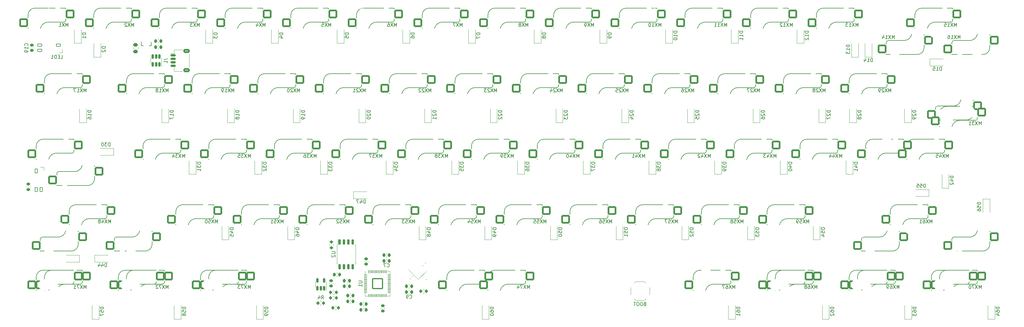
<source format=gbo>
G04 #@! TF.GenerationSoftware,KiCad,Pcbnew,(6.99.0-1912-g359c99991b)*
G04 #@! TF.CreationDate,2022-08-16T22:17:22+07:00*
G04 #@! TF.ProjectId,paws60,70617773-3630-42e6-9b69-6361645f7063,2*
G04 #@! TF.SameCoordinates,Original*
G04 #@! TF.FileFunction,Legend,Bot*
G04 #@! TF.FilePolarity,Positive*
%FSLAX46Y46*%
G04 Gerber Fmt 4.6, Leading zero omitted, Abs format (unit mm)*
G04 Created by KiCad (PCBNEW (6.99.0-1912-g359c99991b)) date 2022-08-16 22:17:22*
%MOMM*%
%LPD*%
G01*
G04 APERTURE LIST*
G04 Aperture macros list*
%AMRoundRect*
0 Rectangle with rounded corners*
0 $1 Rounding radius*
0 $2 $3 $4 $5 $6 $7 $8 $9 X,Y pos of 4 corners*
0 Add a 4 corners polygon primitive as box body*
4,1,4,$2,$3,$4,$5,$6,$7,$8,$9,$2,$3,0*
0 Add four circle primitives for the rounded corners*
1,1,$1+$1,$2,$3*
1,1,$1+$1,$4,$5*
1,1,$1+$1,$6,$7*
1,1,$1+$1,$8,$9*
0 Add four rect primitives between the rounded corners*
20,1,$1+$1,$2,$3,$4,$5,0*
20,1,$1+$1,$4,$5,$6,$7,0*
20,1,$1+$1,$6,$7,$8,$9,0*
20,1,$1+$1,$8,$9,$2,$3,0*%
%AMRotRect*
0 Rectangle, with rotation*
0 The origin of the aperture is its center*
0 $1 length*
0 $2 width*
0 $3 Rotation angle, in degrees counterclockwise*
0 Add horizontal line*
21,1,$1,$2,0,0,$3*%
%AMFreePoly0*
4,1,18,-0.410000,0.593000,-0.403758,0.624380,-0.385983,0.650983,-0.359380,0.668758,-0.328000,0.675000,0.328000,0.675000,0.359380,0.668758,0.385983,0.650983,0.403758,0.624380,0.410000,0.593000,0.410000,-0.593000,0.403758,-0.624380,0.385983,-0.650983,0.359380,-0.668758,0.328000,-0.675000,0.000000,-0.675000,-0.410000,-0.265000,-0.410000,0.593000,-0.410000,0.593000,$1*%
G04 Aperture macros list end*
%ADD10C,0.150000*%
%ADD11C,0.120000*%
%ADD12C,3.048000*%
%ADD13C,3.987800*%
%ADD14R,1.700000X1.700000*%
%ADD15O,1.700000X1.700000*%
%ADD16C,1.750000*%
%ADD17C,3.300000*%
%ADD18RoundRect,0.250000X-1.025000X-1.000000X1.025000X-1.000000X1.025000X1.000000X-1.025000X1.000000X0*%
%ADD19RoundRect,0.250000X1.025000X1.000000X-1.025000X1.000000X-1.025000X-1.000000X1.025000X-1.000000X0*%
%ADD20R,1.200000X0.900000*%
%ADD21RoundRect,0.225000X0.250000X-0.225000X0.250000X0.225000X-0.250000X0.225000X-0.250000X-0.225000X0*%
%ADD22RoundRect,0.225000X0.225000X0.250000X-0.225000X0.250000X-0.225000X-0.250000X0.225000X-0.250000X0*%
%ADD23RoundRect,0.150000X-0.625000X0.150000X-0.625000X-0.150000X0.625000X-0.150000X0.625000X0.150000X0*%
%ADD24RoundRect,0.250000X-0.650000X0.350000X-0.650000X-0.350000X0.650000X-0.350000X0.650000X0.350000X0*%
%ADD25R,0.900000X1.200000*%
%ADD26RoundRect,0.225000X-0.225000X-0.250000X0.225000X-0.250000X0.225000X0.250000X-0.225000X0.250000X0*%
%ADD27RoundRect,0.200000X0.200000X0.275000X-0.200000X0.275000X-0.200000X-0.275000X0.200000X-0.275000X0*%
%ADD28RoundRect,0.200000X-0.200000X-0.275000X0.200000X-0.275000X0.200000X0.275000X-0.200000X0.275000X0*%
%ADD29RoundRect,0.082000X0.328000X0.593000X-0.328000X0.593000X-0.328000X-0.593000X0.328000X-0.593000X0*%
%ADD30FreePoly0,180.000000*%
%ADD31RoundRect,0.150000X-0.150000X0.650000X-0.150000X-0.650000X0.150000X-0.650000X0.150000X0.650000X0*%
%ADD32R,0.800000X1.000000*%
%ADD33RoundRect,0.082000X0.593000X-0.328000X0.593000X0.328000X-0.593000X0.328000X-0.593000X-0.328000X0*%
%ADD34FreePoly0,90.000000*%
%ADD35RoundRect,0.150000X0.150000X-0.512500X0.150000X0.512500X-0.150000X0.512500X-0.150000X-0.512500X0*%
%ADD36RoundRect,0.225000X-0.250000X0.225000X-0.250000X-0.225000X0.250000X-0.225000X0.250000X0.225000X0*%
%ADD37R,1.700000X1.000000*%
%ADD38RoundRect,0.050000X-0.050000X0.387500X-0.050000X-0.387500X0.050000X-0.387500X0.050000X0.387500X0*%
%ADD39RoundRect,0.050000X-0.387500X0.050000X-0.387500X-0.050000X0.387500X-0.050000X0.387500X0.050000X0*%
%ADD40RoundRect,0.144000X-1.456000X1.456000X-1.456000X-1.456000X1.456000X-1.456000X1.456000X1.456000X0*%
%ADD41RotRect,1.400000X1.200000X135.000000*%
%ADD42RoundRect,0.225000X0.017678X-0.335876X0.335876X-0.017678X-0.017678X0.335876X-0.335876X0.017678X0*%
%ADD43RoundRect,0.243750X0.456250X-0.243750X0.456250X0.243750X-0.456250X0.243750X-0.456250X-0.243750X0*%
%ADD44RoundRect,0.225000X-0.335876X-0.017678X-0.017678X-0.335876X0.335876X0.017678X0.017678X0.335876X0*%
%ADD45RoundRect,0.200000X-0.335876X-0.053033X-0.053033X-0.335876X0.335876X0.053033X0.053033X0.335876X0*%
%ADD46RoundRect,0.200000X0.275000X-0.200000X0.275000X0.200000X-0.275000X0.200000X-0.275000X-0.200000X0*%
G04 #@! TA.AperFunction,Profile*
%ADD47C,0.100000*%
G04 #@! TD*
G04 #@! TA.AperFunction,Profile*
%ADD48C,0.200000*%
G04 #@! TD*
G04 APERTURE END LIST*
D10*
X43586904Y-83817380D02*
X43586904Y-82817380D01*
X43586904Y-82817380D02*
X43253571Y-83531666D01*
X43253571Y-83531666D02*
X42920238Y-82817380D01*
X42920238Y-82817380D02*
X42920238Y-83817380D01*
X42539285Y-82817380D02*
X41872619Y-83817380D01*
X41872619Y-82817380D02*
X42539285Y-83817380D01*
X41586904Y-82817380D02*
X40920238Y-82817380D01*
X40920238Y-82817380D02*
X41348809Y-83817380D01*
X40586904Y-82912619D02*
X40539285Y-82865000D01*
X40539285Y-82865000D02*
X40444047Y-82817380D01*
X40444047Y-82817380D02*
X40205952Y-82817380D01*
X40205952Y-82817380D02*
X40110714Y-82865000D01*
X40110714Y-82865000D02*
X40063095Y-82912619D01*
X40063095Y-82912619D02*
X40015476Y-83007857D01*
X40015476Y-83007857D02*
X40015476Y-83103095D01*
X40015476Y-83103095D02*
X40063095Y-83245952D01*
X40063095Y-83245952D02*
X40634523Y-83817380D01*
X40634523Y-83817380D02*
X40015476Y-83817380D01*
X191117380Y-8985714D02*
X190117380Y-8985714D01*
X190117380Y-8985714D02*
X190117380Y-9223809D01*
X190117380Y-9223809D02*
X190165000Y-9366666D01*
X190165000Y-9366666D02*
X190260238Y-9461904D01*
X190260238Y-9461904D02*
X190355476Y-9509523D01*
X190355476Y-9509523D02*
X190545952Y-9557142D01*
X190545952Y-9557142D02*
X190688809Y-9557142D01*
X190688809Y-9557142D02*
X190879285Y-9509523D01*
X190879285Y-9509523D02*
X190974523Y-9461904D01*
X190974523Y-9461904D02*
X191069761Y-9366666D01*
X191069761Y-9366666D02*
X191117380Y-9223809D01*
X191117380Y-9223809D02*
X191117380Y-8985714D01*
X191117380Y-10509523D02*
X191117380Y-9938095D01*
X191117380Y-10223809D02*
X190117380Y-10223809D01*
X190117380Y-10223809D02*
X190260238Y-10128571D01*
X190260238Y-10128571D02*
X190355476Y-10033333D01*
X190355476Y-10033333D02*
X190403095Y-9938095D01*
X190117380Y-11128571D02*
X190117380Y-11223809D01*
X190117380Y-11223809D02*
X190165000Y-11319047D01*
X190165000Y-11319047D02*
X190212619Y-11366666D01*
X190212619Y-11366666D02*
X190307857Y-11414285D01*
X190307857Y-11414285D02*
X190498333Y-11461904D01*
X190498333Y-11461904D02*
X190736428Y-11461904D01*
X190736428Y-11461904D02*
X190926904Y-11414285D01*
X190926904Y-11414285D02*
X191022142Y-11366666D01*
X191022142Y-11366666D02*
X191069761Y-11319047D01*
X191069761Y-11319047D02*
X191117380Y-11223809D01*
X191117380Y-11223809D02*
X191117380Y-11128571D01*
X191117380Y-11128571D02*
X191069761Y-11033333D01*
X191069761Y-11033333D02*
X191022142Y-10985714D01*
X191022142Y-10985714D02*
X190926904Y-10938095D01*
X190926904Y-10938095D02*
X190736428Y-10890476D01*
X190736428Y-10890476D02*
X190498333Y-10890476D01*
X190498333Y-10890476D02*
X190307857Y-10938095D01*
X190307857Y-10938095D02*
X190212619Y-10985714D01*
X190212619Y-10985714D02*
X190165000Y-11033333D01*
X190165000Y-11033333D02*
X190117380Y-11128571D01*
X269805654Y-45717380D02*
X269805654Y-44717380D01*
X269805654Y-44717380D02*
X269472321Y-45431666D01*
X269472321Y-45431666D02*
X269138988Y-44717380D01*
X269138988Y-44717380D02*
X269138988Y-45717380D01*
X268758035Y-44717380D02*
X268091369Y-45717380D01*
X268091369Y-44717380D02*
X268758035Y-45717380D01*
X267281845Y-45050714D02*
X267281845Y-45717380D01*
X267519940Y-44669761D02*
X267758035Y-45384047D01*
X267758035Y-45384047D02*
X267138988Y-45384047D01*
X266281845Y-44717380D02*
X266758035Y-44717380D01*
X266758035Y-44717380D02*
X266805654Y-45193571D01*
X266805654Y-45193571D02*
X266758035Y-45145952D01*
X266758035Y-45145952D02*
X266662797Y-45098333D01*
X266662797Y-45098333D02*
X266424702Y-45098333D01*
X266424702Y-45098333D02*
X266329464Y-45145952D01*
X266329464Y-45145952D02*
X266281845Y-45193571D01*
X266281845Y-45193571D02*
X266234226Y-45288809D01*
X266234226Y-45288809D02*
X266234226Y-45526904D01*
X266234226Y-45526904D02*
X266281845Y-45622142D01*
X266281845Y-45622142D02*
X266329464Y-45669761D01*
X266329464Y-45669761D02*
X266424702Y-45717380D01*
X266424702Y-45717380D02*
X266662797Y-45717380D01*
X266662797Y-45717380D02*
X266758035Y-45669761D01*
X266758035Y-45669761D02*
X266805654Y-45622142D01*
X81517380Y-66135714D02*
X80517380Y-66135714D01*
X80517380Y-66135714D02*
X80517380Y-66373809D01*
X80517380Y-66373809D02*
X80565000Y-66516666D01*
X80565000Y-66516666D02*
X80660238Y-66611904D01*
X80660238Y-66611904D02*
X80755476Y-66659523D01*
X80755476Y-66659523D02*
X80945952Y-66707142D01*
X80945952Y-66707142D02*
X81088809Y-66707142D01*
X81088809Y-66707142D02*
X81279285Y-66659523D01*
X81279285Y-66659523D02*
X81374523Y-66611904D01*
X81374523Y-66611904D02*
X81469761Y-66516666D01*
X81469761Y-66516666D02*
X81517380Y-66373809D01*
X81517380Y-66373809D02*
X81517380Y-66135714D01*
X80850714Y-67564285D02*
X81517380Y-67564285D01*
X80469761Y-67326190D02*
X81184047Y-67088095D01*
X81184047Y-67088095D02*
X81184047Y-67707142D01*
X80517380Y-68516666D02*
X80517380Y-68326190D01*
X80517380Y-68326190D02*
X80565000Y-68230952D01*
X80565000Y-68230952D02*
X80612619Y-68183333D01*
X80612619Y-68183333D02*
X80755476Y-68088095D01*
X80755476Y-68088095D02*
X80945952Y-68040476D01*
X80945952Y-68040476D02*
X81326904Y-68040476D01*
X81326904Y-68040476D02*
X81422142Y-68088095D01*
X81422142Y-68088095D02*
X81469761Y-68135714D01*
X81469761Y-68135714D02*
X81517380Y-68230952D01*
X81517380Y-68230952D02*
X81517380Y-68421428D01*
X81517380Y-68421428D02*
X81469761Y-68516666D01*
X81469761Y-68516666D02*
X81422142Y-68564285D01*
X81422142Y-68564285D02*
X81326904Y-68611904D01*
X81326904Y-68611904D02*
X81088809Y-68611904D01*
X81088809Y-68611904D02*
X80993571Y-68564285D01*
X80993571Y-68564285D02*
X80945952Y-68516666D01*
X80945952Y-68516666D02*
X80898333Y-68421428D01*
X80898333Y-68421428D02*
X80898333Y-68230952D01*
X80898333Y-68230952D02*
X80945952Y-68135714D01*
X80945952Y-68135714D02*
X80993571Y-68088095D01*
X80993571Y-68088095D02*
X81088809Y-68040476D01*
X234086904Y-26667380D02*
X234086904Y-25667380D01*
X234086904Y-25667380D02*
X233753571Y-26381666D01*
X233753571Y-26381666D02*
X233420238Y-25667380D01*
X233420238Y-25667380D02*
X233420238Y-26667380D01*
X233039285Y-25667380D02*
X232372619Y-26667380D01*
X232372619Y-25667380D02*
X233039285Y-26667380D01*
X232039285Y-25762619D02*
X231991666Y-25715000D01*
X231991666Y-25715000D02*
X231896428Y-25667380D01*
X231896428Y-25667380D02*
X231658333Y-25667380D01*
X231658333Y-25667380D02*
X231563095Y-25715000D01*
X231563095Y-25715000D02*
X231515476Y-25762619D01*
X231515476Y-25762619D02*
X231467857Y-25857857D01*
X231467857Y-25857857D02*
X231467857Y-25953095D01*
X231467857Y-25953095D02*
X231515476Y-26095952D01*
X231515476Y-26095952D02*
X232086904Y-26667380D01*
X232086904Y-26667380D02*
X231467857Y-26667380D01*
X230896428Y-26095952D02*
X230991666Y-26048333D01*
X230991666Y-26048333D02*
X231039285Y-26000714D01*
X231039285Y-26000714D02*
X231086904Y-25905476D01*
X231086904Y-25905476D02*
X231086904Y-25857857D01*
X231086904Y-25857857D02*
X231039285Y-25762619D01*
X231039285Y-25762619D02*
X230991666Y-25715000D01*
X230991666Y-25715000D02*
X230896428Y-25667380D01*
X230896428Y-25667380D02*
X230705952Y-25667380D01*
X230705952Y-25667380D02*
X230610714Y-25715000D01*
X230610714Y-25715000D02*
X230563095Y-25762619D01*
X230563095Y-25762619D02*
X230515476Y-25857857D01*
X230515476Y-25857857D02*
X230515476Y-25905476D01*
X230515476Y-25905476D02*
X230563095Y-26000714D01*
X230563095Y-26000714D02*
X230610714Y-26048333D01*
X230610714Y-26048333D02*
X230705952Y-26095952D01*
X230705952Y-26095952D02*
X230896428Y-26095952D01*
X230896428Y-26095952D02*
X230991666Y-26143571D01*
X230991666Y-26143571D02*
X231039285Y-26191190D01*
X231039285Y-26191190D02*
X231086904Y-26286428D01*
X231086904Y-26286428D02*
X231086904Y-26476904D01*
X231086904Y-26476904D02*
X231039285Y-26572142D01*
X231039285Y-26572142D02*
X230991666Y-26619761D01*
X230991666Y-26619761D02*
X230896428Y-26667380D01*
X230896428Y-26667380D02*
X230705952Y-26667380D01*
X230705952Y-26667380D02*
X230610714Y-26619761D01*
X230610714Y-26619761D02*
X230563095Y-26572142D01*
X230563095Y-26572142D02*
X230515476Y-26476904D01*
X230515476Y-26476904D02*
X230515476Y-26286428D01*
X230515476Y-26286428D02*
X230563095Y-26191190D01*
X230563095Y-26191190D02*
X230610714Y-26143571D01*
X230610714Y-26143571D02*
X230705952Y-26095952D01*
X133967380Y-9461905D02*
X132967380Y-9461905D01*
X132967380Y-9461905D02*
X132967380Y-9700000D01*
X132967380Y-9700000D02*
X133015000Y-9842857D01*
X133015000Y-9842857D02*
X133110238Y-9938095D01*
X133110238Y-9938095D02*
X133205476Y-9985714D01*
X133205476Y-9985714D02*
X133395952Y-10033333D01*
X133395952Y-10033333D02*
X133538809Y-10033333D01*
X133538809Y-10033333D02*
X133729285Y-9985714D01*
X133729285Y-9985714D02*
X133824523Y-9938095D01*
X133824523Y-9938095D02*
X133919761Y-9842857D01*
X133919761Y-9842857D02*
X133967380Y-9700000D01*
X133967380Y-9700000D02*
X133967380Y-9461905D01*
X132967380Y-10366667D02*
X132967380Y-11033333D01*
X132967380Y-11033333D02*
X133967380Y-10604762D01*
X255518154Y-83817380D02*
X255518154Y-82817380D01*
X255518154Y-82817380D02*
X255184821Y-83531666D01*
X255184821Y-83531666D02*
X254851488Y-82817380D01*
X254851488Y-82817380D02*
X254851488Y-83817380D01*
X254470535Y-82817380D02*
X253803869Y-83817380D01*
X253803869Y-82817380D02*
X254470535Y-83817380D01*
X252994345Y-82817380D02*
X253184821Y-82817380D01*
X253184821Y-82817380D02*
X253280059Y-82865000D01*
X253280059Y-82865000D02*
X253327678Y-82912619D01*
X253327678Y-82912619D02*
X253422916Y-83055476D01*
X253422916Y-83055476D02*
X253470535Y-83245952D01*
X253470535Y-83245952D02*
X253470535Y-83626904D01*
X253470535Y-83626904D02*
X253422916Y-83722142D01*
X253422916Y-83722142D02*
X253375297Y-83769761D01*
X253375297Y-83769761D02*
X253280059Y-83817380D01*
X253280059Y-83817380D02*
X253089583Y-83817380D01*
X253089583Y-83817380D02*
X252994345Y-83769761D01*
X252994345Y-83769761D02*
X252946726Y-83722142D01*
X252946726Y-83722142D02*
X252899107Y-83626904D01*
X252899107Y-83626904D02*
X252899107Y-83388809D01*
X252899107Y-83388809D02*
X252946726Y-83293571D01*
X252946726Y-83293571D02*
X252994345Y-83245952D01*
X252994345Y-83245952D02*
X253089583Y-83198333D01*
X253089583Y-83198333D02*
X253280059Y-83198333D01*
X253280059Y-83198333D02*
X253375297Y-83245952D01*
X253375297Y-83245952D02*
X253422916Y-83293571D01*
X253422916Y-83293571D02*
X253470535Y-83388809D01*
X252422916Y-83817380D02*
X252232440Y-83817380D01*
X252232440Y-83817380D02*
X252137202Y-83769761D01*
X252137202Y-83769761D02*
X252089583Y-83722142D01*
X252089583Y-83722142D02*
X251994345Y-83579285D01*
X251994345Y-83579285D02*
X251946726Y-83388809D01*
X251946726Y-83388809D02*
X251946726Y-83007857D01*
X251946726Y-83007857D02*
X251994345Y-82912619D01*
X251994345Y-82912619D02*
X252041964Y-82865000D01*
X252041964Y-82865000D02*
X252137202Y-82817380D01*
X252137202Y-82817380D02*
X252327678Y-82817380D01*
X252327678Y-82817380D02*
X252422916Y-82865000D01*
X252422916Y-82865000D02*
X252470535Y-82912619D01*
X252470535Y-82912619D02*
X252518154Y-83007857D01*
X252518154Y-83007857D02*
X252518154Y-83245952D01*
X252518154Y-83245952D02*
X252470535Y-83341190D01*
X252470535Y-83341190D02*
X252422916Y-83388809D01*
X252422916Y-83388809D02*
X252327678Y-83436428D01*
X252327678Y-83436428D02*
X252137202Y-83436428D01*
X252137202Y-83436428D02*
X252041964Y-83388809D01*
X252041964Y-83388809D02*
X251994345Y-83341190D01*
X251994345Y-83341190D02*
X251946726Y-83245952D01*
X62636904Y-26667380D02*
X62636904Y-25667380D01*
X62636904Y-25667380D02*
X62303571Y-26381666D01*
X62303571Y-26381666D02*
X61970238Y-25667380D01*
X61970238Y-25667380D02*
X61970238Y-26667380D01*
X61589285Y-25667380D02*
X60922619Y-26667380D01*
X60922619Y-25667380D02*
X61589285Y-26667380D01*
X60017857Y-26667380D02*
X60589285Y-26667380D01*
X60303571Y-26667380D02*
X60303571Y-25667380D01*
X60303571Y-25667380D02*
X60398809Y-25810238D01*
X60398809Y-25810238D02*
X60494047Y-25905476D01*
X60494047Y-25905476D02*
X60589285Y-25953095D01*
X59541666Y-26667380D02*
X59351190Y-26667380D01*
X59351190Y-26667380D02*
X59255952Y-26619761D01*
X59255952Y-26619761D02*
X59208333Y-26572142D01*
X59208333Y-26572142D02*
X59113095Y-26429285D01*
X59113095Y-26429285D02*
X59065476Y-26238809D01*
X59065476Y-26238809D02*
X59065476Y-25857857D01*
X59065476Y-25857857D02*
X59113095Y-25762619D01*
X59113095Y-25762619D02*
X59160714Y-25715000D01*
X59160714Y-25715000D02*
X59255952Y-25667380D01*
X59255952Y-25667380D02*
X59446428Y-25667380D01*
X59446428Y-25667380D02*
X59541666Y-25715000D01*
X59541666Y-25715000D02*
X59589285Y-25762619D01*
X59589285Y-25762619D02*
X59636904Y-25857857D01*
X59636904Y-25857857D02*
X59636904Y-26095952D01*
X59636904Y-26095952D02*
X59589285Y-26191190D01*
X59589285Y-26191190D02*
X59541666Y-26238809D01*
X59541666Y-26238809D02*
X59446428Y-26286428D01*
X59446428Y-26286428D02*
X59255952Y-26286428D01*
X59255952Y-26286428D02*
X59160714Y-26238809D01*
X59160714Y-26238809D02*
X59113095Y-26191190D01*
X59113095Y-26191190D02*
X59065476Y-26095952D01*
X229217380Y-8985714D02*
X228217380Y-8985714D01*
X228217380Y-8985714D02*
X228217380Y-9223809D01*
X228217380Y-9223809D02*
X228265000Y-9366666D01*
X228265000Y-9366666D02*
X228360238Y-9461904D01*
X228360238Y-9461904D02*
X228455476Y-9509523D01*
X228455476Y-9509523D02*
X228645952Y-9557142D01*
X228645952Y-9557142D02*
X228788809Y-9557142D01*
X228788809Y-9557142D02*
X228979285Y-9509523D01*
X228979285Y-9509523D02*
X229074523Y-9461904D01*
X229074523Y-9461904D02*
X229169761Y-9366666D01*
X229169761Y-9366666D02*
X229217380Y-9223809D01*
X229217380Y-9223809D02*
X229217380Y-8985714D01*
X229217380Y-10509523D02*
X229217380Y-9938095D01*
X229217380Y-10223809D02*
X228217380Y-10223809D01*
X228217380Y-10223809D02*
X228360238Y-10128571D01*
X228360238Y-10128571D02*
X228455476Y-10033333D01*
X228455476Y-10033333D02*
X228503095Y-9938095D01*
X228312619Y-10890476D02*
X228265000Y-10938095D01*
X228265000Y-10938095D02*
X228217380Y-11033333D01*
X228217380Y-11033333D02*
X228217380Y-11271428D01*
X228217380Y-11271428D02*
X228265000Y-11366666D01*
X228265000Y-11366666D02*
X228312619Y-11414285D01*
X228312619Y-11414285D02*
X228407857Y-11461904D01*
X228407857Y-11461904D02*
X228503095Y-11461904D01*
X228503095Y-11461904D02*
X228645952Y-11414285D01*
X228645952Y-11414285D02*
X229217380Y-10842857D01*
X229217380Y-10842857D02*
X229217380Y-11461904D01*
X205511904Y-7617380D02*
X205511904Y-6617380D01*
X205511904Y-6617380D02*
X205178571Y-7331666D01*
X205178571Y-7331666D02*
X204845238Y-6617380D01*
X204845238Y-6617380D02*
X204845238Y-7617380D01*
X204464285Y-6617380D02*
X203797619Y-7617380D01*
X203797619Y-6617380D02*
X204464285Y-7617380D01*
X202892857Y-7617380D02*
X203464285Y-7617380D01*
X203178571Y-7617380D02*
X203178571Y-6617380D01*
X203178571Y-6617380D02*
X203273809Y-6760238D01*
X203273809Y-6760238D02*
X203369047Y-6855476D01*
X203369047Y-6855476D02*
X203464285Y-6903095D01*
X201940476Y-7617380D02*
X202511904Y-7617380D01*
X202226190Y-7617380D02*
X202226190Y-6617380D01*
X202226190Y-6617380D02*
X202321428Y-6760238D01*
X202321428Y-6760238D02*
X202416666Y-6855476D01*
X202416666Y-6855476D02*
X202511904Y-6903095D01*
X105499404Y-45717380D02*
X105499404Y-44717380D01*
X105499404Y-44717380D02*
X105166071Y-45431666D01*
X105166071Y-45431666D02*
X104832738Y-44717380D01*
X104832738Y-44717380D02*
X104832738Y-45717380D01*
X104451785Y-44717380D02*
X103785119Y-45717380D01*
X103785119Y-44717380D02*
X104451785Y-45717380D01*
X103499404Y-44717380D02*
X102880357Y-44717380D01*
X102880357Y-44717380D02*
X103213690Y-45098333D01*
X103213690Y-45098333D02*
X103070833Y-45098333D01*
X103070833Y-45098333D02*
X102975595Y-45145952D01*
X102975595Y-45145952D02*
X102927976Y-45193571D01*
X102927976Y-45193571D02*
X102880357Y-45288809D01*
X102880357Y-45288809D02*
X102880357Y-45526904D01*
X102880357Y-45526904D02*
X102927976Y-45622142D01*
X102927976Y-45622142D02*
X102975595Y-45669761D01*
X102975595Y-45669761D02*
X103070833Y-45717380D01*
X103070833Y-45717380D02*
X103356547Y-45717380D01*
X103356547Y-45717380D02*
X103451785Y-45669761D01*
X103451785Y-45669761D02*
X103499404Y-45622142D01*
X102547023Y-44717380D02*
X101880357Y-44717380D01*
X101880357Y-44717380D02*
X102308928Y-45717380D01*
X52635713Y-7617380D02*
X52635713Y-6617380D01*
X52635713Y-6617380D02*
X52302380Y-7331666D01*
X52302380Y-7331666D02*
X51969047Y-6617380D01*
X51969047Y-6617380D02*
X51969047Y-7617380D01*
X51588094Y-6617380D02*
X50921428Y-7617380D01*
X50921428Y-6617380D02*
X51588094Y-7617380D01*
X50635713Y-6617380D02*
X50016666Y-6617380D01*
X50016666Y-6617380D02*
X50349999Y-6998333D01*
X50349999Y-6998333D02*
X50207142Y-6998333D01*
X50207142Y-6998333D02*
X50111904Y-7045952D01*
X50111904Y-7045952D02*
X50064285Y-7093571D01*
X50064285Y-7093571D02*
X50016666Y-7188809D01*
X50016666Y-7188809D02*
X50016666Y-7426904D01*
X50016666Y-7426904D02*
X50064285Y-7522142D01*
X50064285Y-7522142D02*
X50111904Y-7569761D01*
X50111904Y-7569761D02*
X50207142Y-7617380D01*
X50207142Y-7617380D02*
X50492856Y-7617380D01*
X50492856Y-7617380D02*
X50588094Y-7569761D01*
X50588094Y-7569761D02*
X50635713Y-7522142D01*
X138836904Y-26667380D02*
X138836904Y-25667380D01*
X138836904Y-25667380D02*
X138503571Y-26381666D01*
X138503571Y-26381666D02*
X138170238Y-25667380D01*
X138170238Y-25667380D02*
X138170238Y-26667380D01*
X137789285Y-25667380D02*
X137122619Y-26667380D01*
X137122619Y-25667380D02*
X137789285Y-26667380D01*
X136789285Y-25762619D02*
X136741666Y-25715000D01*
X136741666Y-25715000D02*
X136646428Y-25667380D01*
X136646428Y-25667380D02*
X136408333Y-25667380D01*
X136408333Y-25667380D02*
X136313095Y-25715000D01*
X136313095Y-25715000D02*
X136265476Y-25762619D01*
X136265476Y-25762619D02*
X136217857Y-25857857D01*
X136217857Y-25857857D02*
X136217857Y-25953095D01*
X136217857Y-25953095D02*
X136265476Y-26095952D01*
X136265476Y-26095952D02*
X136836904Y-26667380D01*
X136836904Y-26667380D02*
X136217857Y-26667380D01*
X135884523Y-25667380D02*
X135265476Y-25667380D01*
X135265476Y-25667380D02*
X135598809Y-26048333D01*
X135598809Y-26048333D02*
X135455952Y-26048333D01*
X135455952Y-26048333D02*
X135360714Y-26095952D01*
X135360714Y-26095952D02*
X135313095Y-26143571D01*
X135313095Y-26143571D02*
X135265476Y-26238809D01*
X135265476Y-26238809D02*
X135265476Y-26476904D01*
X135265476Y-26476904D02*
X135313095Y-26572142D01*
X135313095Y-26572142D02*
X135360714Y-26619761D01*
X135360714Y-26619761D02*
X135455952Y-26667380D01*
X135455952Y-26667380D02*
X135741666Y-26667380D01*
X135741666Y-26667380D02*
X135836904Y-26619761D01*
X135836904Y-26619761D02*
X135884523Y-26572142D01*
X284586130Y-89185714D02*
X283586130Y-89185714D01*
X283586130Y-89185714D02*
X283586130Y-89423809D01*
X283586130Y-89423809D02*
X283633750Y-89566666D01*
X283633750Y-89566666D02*
X283728988Y-89661904D01*
X283728988Y-89661904D02*
X283824226Y-89709523D01*
X283824226Y-89709523D02*
X284014702Y-89757142D01*
X284014702Y-89757142D02*
X284157559Y-89757142D01*
X284157559Y-89757142D02*
X284348035Y-89709523D01*
X284348035Y-89709523D02*
X284443273Y-89661904D01*
X284443273Y-89661904D02*
X284538511Y-89566666D01*
X284538511Y-89566666D02*
X284586130Y-89423809D01*
X284586130Y-89423809D02*
X284586130Y-89185714D01*
X283586130Y-90614285D02*
X283586130Y-90423809D01*
X283586130Y-90423809D02*
X283633750Y-90328571D01*
X283633750Y-90328571D02*
X283681369Y-90280952D01*
X283681369Y-90280952D02*
X283824226Y-90185714D01*
X283824226Y-90185714D02*
X284014702Y-90138095D01*
X284014702Y-90138095D02*
X284395654Y-90138095D01*
X284395654Y-90138095D02*
X284490892Y-90185714D01*
X284490892Y-90185714D02*
X284538511Y-90233333D01*
X284538511Y-90233333D02*
X284586130Y-90328571D01*
X284586130Y-90328571D02*
X284586130Y-90519047D01*
X284586130Y-90519047D02*
X284538511Y-90614285D01*
X284538511Y-90614285D02*
X284490892Y-90661904D01*
X284490892Y-90661904D02*
X284395654Y-90709523D01*
X284395654Y-90709523D02*
X284157559Y-90709523D01*
X284157559Y-90709523D02*
X284062321Y-90661904D01*
X284062321Y-90661904D02*
X284014702Y-90614285D01*
X284014702Y-90614285D02*
X283967083Y-90519047D01*
X283967083Y-90519047D02*
X283967083Y-90328571D01*
X283967083Y-90328571D02*
X284014702Y-90233333D01*
X284014702Y-90233333D02*
X284062321Y-90185714D01*
X284062321Y-90185714D02*
X284157559Y-90138095D01*
X283919464Y-91566666D02*
X284586130Y-91566666D01*
X283538511Y-91328571D02*
X284252797Y-91090476D01*
X284252797Y-91090476D02*
X284252797Y-91709523D01*
X172067380Y-9461905D02*
X171067380Y-9461905D01*
X171067380Y-9461905D02*
X171067380Y-9700000D01*
X171067380Y-9700000D02*
X171115000Y-9842857D01*
X171115000Y-9842857D02*
X171210238Y-9938095D01*
X171210238Y-9938095D02*
X171305476Y-9985714D01*
X171305476Y-9985714D02*
X171495952Y-10033333D01*
X171495952Y-10033333D02*
X171638809Y-10033333D01*
X171638809Y-10033333D02*
X171829285Y-9985714D01*
X171829285Y-9985714D02*
X171924523Y-9938095D01*
X171924523Y-9938095D02*
X172019761Y-9842857D01*
X172019761Y-9842857D02*
X172067380Y-9700000D01*
X172067380Y-9700000D02*
X172067380Y-9461905D01*
X172067380Y-10509524D02*
X172067380Y-10700000D01*
X172067380Y-10700000D02*
X172019761Y-10795238D01*
X172019761Y-10795238D02*
X171972142Y-10842857D01*
X171972142Y-10842857D02*
X171829285Y-10938095D01*
X171829285Y-10938095D02*
X171638809Y-10985714D01*
X171638809Y-10985714D02*
X171257857Y-10985714D01*
X171257857Y-10985714D02*
X171162619Y-10938095D01*
X171162619Y-10938095D02*
X171115000Y-10890476D01*
X171115000Y-10890476D02*
X171067380Y-10795238D01*
X171067380Y-10795238D02*
X171067380Y-10604762D01*
X171067380Y-10604762D02*
X171115000Y-10509524D01*
X171115000Y-10509524D02*
X171162619Y-10461905D01*
X171162619Y-10461905D02*
X171257857Y-10414286D01*
X171257857Y-10414286D02*
X171495952Y-10414286D01*
X171495952Y-10414286D02*
X171591190Y-10461905D01*
X171591190Y-10461905D02*
X171638809Y-10509524D01*
X171638809Y-10509524D02*
X171686428Y-10604762D01*
X171686428Y-10604762D02*
X171686428Y-10795238D01*
X171686428Y-10795238D02*
X171638809Y-10890476D01*
X171638809Y-10890476D02*
X171591190Y-10938095D01*
X171591190Y-10938095D02*
X171495952Y-10985714D01*
X26918154Y-64767380D02*
X26918154Y-63767380D01*
X26918154Y-63767380D02*
X26584821Y-64481666D01*
X26584821Y-64481666D02*
X26251488Y-63767380D01*
X26251488Y-63767380D02*
X26251488Y-64767380D01*
X25870535Y-63767380D02*
X25203869Y-64767380D01*
X25203869Y-63767380D02*
X25870535Y-64767380D01*
X24394345Y-64100714D02*
X24394345Y-64767380D01*
X24632440Y-63719761D02*
X24870535Y-64434047D01*
X24870535Y-64434047D02*
X24251488Y-64434047D01*
X23727678Y-64195952D02*
X23822916Y-64148333D01*
X23822916Y-64148333D02*
X23870535Y-64100714D01*
X23870535Y-64100714D02*
X23918154Y-64005476D01*
X23918154Y-64005476D02*
X23918154Y-63957857D01*
X23918154Y-63957857D02*
X23870535Y-63862619D01*
X23870535Y-63862619D02*
X23822916Y-63815000D01*
X23822916Y-63815000D02*
X23727678Y-63767380D01*
X23727678Y-63767380D02*
X23537202Y-63767380D01*
X23537202Y-63767380D02*
X23441964Y-63815000D01*
X23441964Y-63815000D02*
X23394345Y-63862619D01*
X23394345Y-63862619D02*
X23346726Y-63957857D01*
X23346726Y-63957857D02*
X23346726Y-64005476D01*
X23346726Y-64005476D02*
X23394345Y-64100714D01*
X23394345Y-64100714D02*
X23441964Y-64148333D01*
X23441964Y-64148333D02*
X23537202Y-64195952D01*
X23537202Y-64195952D02*
X23727678Y-64195952D01*
X23727678Y-64195952D02*
X23822916Y-64243571D01*
X23822916Y-64243571D02*
X23870535Y-64291190D01*
X23870535Y-64291190D02*
X23918154Y-64386428D01*
X23918154Y-64386428D02*
X23918154Y-64576904D01*
X23918154Y-64576904D02*
X23870535Y-64672142D01*
X23870535Y-64672142D02*
X23822916Y-64719761D01*
X23822916Y-64719761D02*
X23727678Y-64767380D01*
X23727678Y-64767380D02*
X23537202Y-64767380D01*
X23537202Y-64767380D02*
X23441964Y-64719761D01*
X23441964Y-64719761D02*
X23394345Y-64672142D01*
X23394345Y-64672142D02*
X23346726Y-64576904D01*
X23346726Y-64576904D02*
X23346726Y-64386428D01*
X23346726Y-64386428D02*
X23394345Y-64291190D01*
X23394345Y-64291190D02*
X23441964Y-64243571D01*
X23441964Y-64243571D02*
X23537202Y-64195952D01*
X42287880Y-17166666D02*
X43002166Y-17166666D01*
X43002166Y-17166666D02*
X43145023Y-17119047D01*
X43145023Y-17119047D02*
X43240261Y-17023809D01*
X43240261Y-17023809D02*
X43287880Y-16880952D01*
X43287880Y-16880952D02*
X43287880Y-16785714D01*
X43287880Y-18166666D02*
X43287880Y-17595238D01*
X43287880Y-17880952D02*
X42287880Y-17880952D01*
X42287880Y-17880952D02*
X42430738Y-17785714D01*
X42430738Y-17785714D02*
X42525976Y-17690476D01*
X42525976Y-17690476D02*
X42573595Y-17595238D01*
X195817380Y-66135714D02*
X194817380Y-66135714D01*
X194817380Y-66135714D02*
X194817380Y-66373809D01*
X194817380Y-66373809D02*
X194865000Y-66516666D01*
X194865000Y-66516666D02*
X194960238Y-66611904D01*
X194960238Y-66611904D02*
X195055476Y-66659523D01*
X195055476Y-66659523D02*
X195245952Y-66707142D01*
X195245952Y-66707142D02*
X195388809Y-66707142D01*
X195388809Y-66707142D02*
X195579285Y-66659523D01*
X195579285Y-66659523D02*
X195674523Y-66611904D01*
X195674523Y-66611904D02*
X195769761Y-66516666D01*
X195769761Y-66516666D02*
X195817380Y-66373809D01*
X195817380Y-66373809D02*
X195817380Y-66135714D01*
X194817380Y-67611904D02*
X194817380Y-67135714D01*
X194817380Y-67135714D02*
X195293571Y-67088095D01*
X195293571Y-67088095D02*
X195245952Y-67135714D01*
X195245952Y-67135714D02*
X195198333Y-67230952D01*
X195198333Y-67230952D02*
X195198333Y-67469047D01*
X195198333Y-67469047D02*
X195245952Y-67564285D01*
X195245952Y-67564285D02*
X195293571Y-67611904D01*
X195293571Y-67611904D02*
X195388809Y-67659523D01*
X195388809Y-67659523D02*
X195626904Y-67659523D01*
X195626904Y-67659523D02*
X195722142Y-67611904D01*
X195722142Y-67611904D02*
X195769761Y-67564285D01*
X195769761Y-67564285D02*
X195817380Y-67469047D01*
X195817380Y-67469047D02*
X195817380Y-67230952D01*
X195817380Y-67230952D02*
X195769761Y-67135714D01*
X195769761Y-67135714D02*
X195722142Y-67088095D01*
X194912619Y-68040476D02*
X194865000Y-68088095D01*
X194865000Y-68088095D02*
X194817380Y-68183333D01*
X194817380Y-68183333D02*
X194817380Y-68421428D01*
X194817380Y-68421428D02*
X194865000Y-68516666D01*
X194865000Y-68516666D02*
X194912619Y-68564285D01*
X194912619Y-68564285D02*
X195007857Y-68611904D01*
X195007857Y-68611904D02*
X195103095Y-68611904D01*
X195103095Y-68611904D02*
X195245952Y-68564285D01*
X195245952Y-68564285D02*
X195817380Y-67992857D01*
X195817380Y-67992857D02*
X195817380Y-68611904D01*
X157717380Y-66135714D02*
X156717380Y-66135714D01*
X156717380Y-66135714D02*
X156717380Y-66373809D01*
X156717380Y-66373809D02*
X156765000Y-66516666D01*
X156765000Y-66516666D02*
X156860238Y-66611904D01*
X156860238Y-66611904D02*
X156955476Y-66659523D01*
X156955476Y-66659523D02*
X157145952Y-66707142D01*
X157145952Y-66707142D02*
X157288809Y-66707142D01*
X157288809Y-66707142D02*
X157479285Y-66659523D01*
X157479285Y-66659523D02*
X157574523Y-66611904D01*
X157574523Y-66611904D02*
X157669761Y-66516666D01*
X157669761Y-66516666D02*
X157717380Y-66373809D01*
X157717380Y-66373809D02*
X157717380Y-66135714D01*
X156717380Y-67611904D02*
X156717380Y-67135714D01*
X156717380Y-67135714D02*
X157193571Y-67088095D01*
X157193571Y-67088095D02*
X157145952Y-67135714D01*
X157145952Y-67135714D02*
X157098333Y-67230952D01*
X157098333Y-67230952D02*
X157098333Y-67469047D01*
X157098333Y-67469047D02*
X157145952Y-67564285D01*
X157145952Y-67564285D02*
X157193571Y-67611904D01*
X157193571Y-67611904D02*
X157288809Y-67659523D01*
X157288809Y-67659523D02*
X157526904Y-67659523D01*
X157526904Y-67659523D02*
X157622142Y-67611904D01*
X157622142Y-67611904D02*
X157669761Y-67564285D01*
X157669761Y-67564285D02*
X157717380Y-67469047D01*
X157717380Y-67469047D02*
X157717380Y-67230952D01*
X157717380Y-67230952D02*
X157669761Y-67135714D01*
X157669761Y-67135714D02*
X157622142Y-67088095D01*
X156717380Y-68278571D02*
X156717380Y-68373809D01*
X156717380Y-68373809D02*
X156765000Y-68469047D01*
X156765000Y-68469047D02*
X156812619Y-68516666D01*
X156812619Y-68516666D02*
X156907857Y-68564285D01*
X156907857Y-68564285D02*
X157098333Y-68611904D01*
X157098333Y-68611904D02*
X157336428Y-68611904D01*
X157336428Y-68611904D02*
X157526904Y-68564285D01*
X157526904Y-68564285D02*
X157622142Y-68516666D01*
X157622142Y-68516666D02*
X157669761Y-68469047D01*
X157669761Y-68469047D02*
X157717380Y-68373809D01*
X157717380Y-68373809D02*
X157717380Y-68278571D01*
X157717380Y-68278571D02*
X157669761Y-68183333D01*
X157669761Y-68183333D02*
X157622142Y-68135714D01*
X157622142Y-68135714D02*
X157526904Y-68088095D01*
X157526904Y-68088095D02*
X157336428Y-68040476D01*
X157336428Y-68040476D02*
X157098333Y-68040476D01*
X157098333Y-68040476D02*
X156907857Y-68088095D01*
X156907857Y-68088095D02*
X156812619Y-68135714D01*
X156812619Y-68135714D02*
X156765000Y-68183333D01*
X156765000Y-68183333D02*
X156717380Y-68278571D01*
X172174404Y-64767380D02*
X172174404Y-63767380D01*
X172174404Y-63767380D02*
X171841071Y-64481666D01*
X171841071Y-64481666D02*
X171507738Y-63767380D01*
X171507738Y-63767380D02*
X171507738Y-64767380D01*
X171126785Y-63767380D02*
X170460119Y-64767380D01*
X170460119Y-63767380D02*
X171126785Y-64767380D01*
X169602976Y-63767380D02*
X170079166Y-63767380D01*
X170079166Y-63767380D02*
X170126785Y-64243571D01*
X170126785Y-64243571D02*
X170079166Y-64195952D01*
X170079166Y-64195952D02*
X169983928Y-64148333D01*
X169983928Y-64148333D02*
X169745833Y-64148333D01*
X169745833Y-64148333D02*
X169650595Y-64195952D01*
X169650595Y-64195952D02*
X169602976Y-64243571D01*
X169602976Y-64243571D02*
X169555357Y-64338809D01*
X169555357Y-64338809D02*
X169555357Y-64576904D01*
X169555357Y-64576904D02*
X169602976Y-64672142D01*
X169602976Y-64672142D02*
X169650595Y-64719761D01*
X169650595Y-64719761D02*
X169745833Y-64767380D01*
X169745833Y-64767380D02*
X169983928Y-64767380D01*
X169983928Y-64767380D02*
X170079166Y-64719761D01*
X170079166Y-64719761D02*
X170126785Y-64672142D01*
X168698214Y-63767380D02*
X168888690Y-63767380D01*
X168888690Y-63767380D02*
X168983928Y-63815000D01*
X168983928Y-63815000D02*
X169031547Y-63862619D01*
X169031547Y-63862619D02*
X169126785Y-64005476D01*
X169126785Y-64005476D02*
X169174404Y-64195952D01*
X169174404Y-64195952D02*
X169174404Y-64576904D01*
X169174404Y-64576904D02*
X169126785Y-64672142D01*
X169126785Y-64672142D02*
X169079166Y-64719761D01*
X169079166Y-64719761D02*
X168983928Y-64767380D01*
X168983928Y-64767380D02*
X168793452Y-64767380D01*
X168793452Y-64767380D02*
X168698214Y-64719761D01*
X168698214Y-64719761D02*
X168650595Y-64672142D01*
X168650595Y-64672142D02*
X168602976Y-64576904D01*
X168602976Y-64576904D02*
X168602976Y-64338809D01*
X168602976Y-64338809D02*
X168650595Y-64243571D01*
X168650595Y-64243571D02*
X168698214Y-64195952D01*
X168698214Y-64195952D02*
X168793452Y-64148333D01*
X168793452Y-64148333D02*
X168983928Y-64148333D01*
X168983928Y-64148333D02*
X169079166Y-64195952D01*
X169079166Y-64195952D02*
X169126785Y-64243571D01*
X169126785Y-64243571D02*
X169174404Y-64338809D01*
X57767380Y-9461905D02*
X56767380Y-9461905D01*
X56767380Y-9461905D02*
X56767380Y-9700000D01*
X56767380Y-9700000D02*
X56815000Y-9842857D01*
X56815000Y-9842857D02*
X56910238Y-9938095D01*
X56910238Y-9938095D02*
X57005476Y-9985714D01*
X57005476Y-9985714D02*
X57195952Y-10033333D01*
X57195952Y-10033333D02*
X57338809Y-10033333D01*
X57338809Y-10033333D02*
X57529285Y-9985714D01*
X57529285Y-9985714D02*
X57624523Y-9938095D01*
X57624523Y-9938095D02*
X57719761Y-9842857D01*
X57719761Y-9842857D02*
X57767380Y-9700000D01*
X57767380Y-9700000D02*
X57767380Y-9461905D01*
X56767380Y-10366667D02*
X56767380Y-10985714D01*
X56767380Y-10985714D02*
X57148333Y-10652381D01*
X57148333Y-10652381D02*
X57148333Y-10795238D01*
X57148333Y-10795238D02*
X57195952Y-10890476D01*
X57195952Y-10890476D02*
X57243571Y-10938095D01*
X57243571Y-10938095D02*
X57338809Y-10985714D01*
X57338809Y-10985714D02*
X57576904Y-10985714D01*
X57576904Y-10985714D02*
X57672142Y-10938095D01*
X57672142Y-10938095D02*
X57719761Y-10890476D01*
X57719761Y-10890476D02*
X57767380Y-10795238D01*
X57767380Y-10795238D02*
X57767380Y-10509524D01*
X57767380Y-10509524D02*
X57719761Y-10414286D01*
X57719761Y-10414286D02*
X57672142Y-10366667D01*
X205367380Y-47085714D02*
X204367380Y-47085714D01*
X204367380Y-47085714D02*
X204367380Y-47323809D01*
X204367380Y-47323809D02*
X204415000Y-47466666D01*
X204415000Y-47466666D02*
X204510238Y-47561904D01*
X204510238Y-47561904D02*
X204605476Y-47609523D01*
X204605476Y-47609523D02*
X204795952Y-47657142D01*
X204795952Y-47657142D02*
X204938809Y-47657142D01*
X204938809Y-47657142D02*
X205129285Y-47609523D01*
X205129285Y-47609523D02*
X205224523Y-47561904D01*
X205224523Y-47561904D02*
X205319761Y-47466666D01*
X205319761Y-47466666D02*
X205367380Y-47323809D01*
X205367380Y-47323809D02*
X205367380Y-47085714D01*
X204367380Y-47990476D02*
X204367380Y-48609523D01*
X204367380Y-48609523D02*
X204748333Y-48276190D01*
X204748333Y-48276190D02*
X204748333Y-48419047D01*
X204748333Y-48419047D02*
X204795952Y-48514285D01*
X204795952Y-48514285D02*
X204843571Y-48561904D01*
X204843571Y-48561904D02*
X204938809Y-48609523D01*
X204938809Y-48609523D02*
X205176904Y-48609523D01*
X205176904Y-48609523D02*
X205272142Y-48561904D01*
X205272142Y-48561904D02*
X205319761Y-48514285D01*
X205319761Y-48514285D02*
X205367380Y-48419047D01*
X205367380Y-48419047D02*
X205367380Y-48133333D01*
X205367380Y-48133333D02*
X205319761Y-48038095D01*
X205319761Y-48038095D02*
X205272142Y-47990476D01*
X205367380Y-49085714D02*
X205367380Y-49276190D01*
X205367380Y-49276190D02*
X205319761Y-49371428D01*
X205319761Y-49371428D02*
X205272142Y-49419047D01*
X205272142Y-49419047D02*
X205129285Y-49514285D01*
X205129285Y-49514285D02*
X204938809Y-49561904D01*
X204938809Y-49561904D02*
X204557857Y-49561904D01*
X204557857Y-49561904D02*
X204462619Y-49514285D01*
X204462619Y-49514285D02*
X204415000Y-49466666D01*
X204415000Y-49466666D02*
X204367380Y-49371428D01*
X204367380Y-49371428D02*
X204367380Y-49180952D01*
X204367380Y-49180952D02*
X204415000Y-49085714D01*
X204415000Y-49085714D02*
X204462619Y-49038095D01*
X204462619Y-49038095D02*
X204557857Y-48990476D01*
X204557857Y-48990476D02*
X204795952Y-48990476D01*
X204795952Y-48990476D02*
X204891190Y-49038095D01*
X204891190Y-49038095D02*
X204938809Y-49085714D01*
X204938809Y-49085714D02*
X204986428Y-49180952D01*
X204986428Y-49180952D02*
X204986428Y-49371428D01*
X204986428Y-49371428D02*
X204938809Y-49466666D01*
X204938809Y-49466666D02*
X204891190Y-49514285D01*
X204891190Y-49514285D02*
X204795952Y-49561904D01*
X153017380Y-9461905D02*
X152017380Y-9461905D01*
X152017380Y-9461905D02*
X152017380Y-9700000D01*
X152017380Y-9700000D02*
X152065000Y-9842857D01*
X152065000Y-9842857D02*
X152160238Y-9938095D01*
X152160238Y-9938095D02*
X152255476Y-9985714D01*
X152255476Y-9985714D02*
X152445952Y-10033333D01*
X152445952Y-10033333D02*
X152588809Y-10033333D01*
X152588809Y-10033333D02*
X152779285Y-9985714D01*
X152779285Y-9985714D02*
X152874523Y-9938095D01*
X152874523Y-9938095D02*
X152969761Y-9842857D01*
X152969761Y-9842857D02*
X153017380Y-9700000D01*
X153017380Y-9700000D02*
X153017380Y-9461905D01*
X152445952Y-10604762D02*
X152398333Y-10509524D01*
X152398333Y-10509524D02*
X152350714Y-10461905D01*
X152350714Y-10461905D02*
X152255476Y-10414286D01*
X152255476Y-10414286D02*
X152207857Y-10414286D01*
X152207857Y-10414286D02*
X152112619Y-10461905D01*
X152112619Y-10461905D02*
X152065000Y-10509524D01*
X152065000Y-10509524D02*
X152017380Y-10604762D01*
X152017380Y-10604762D02*
X152017380Y-10795238D01*
X152017380Y-10795238D02*
X152065000Y-10890476D01*
X152065000Y-10890476D02*
X152112619Y-10938095D01*
X152112619Y-10938095D02*
X152207857Y-10985714D01*
X152207857Y-10985714D02*
X152255476Y-10985714D01*
X152255476Y-10985714D02*
X152350714Y-10938095D01*
X152350714Y-10938095D02*
X152398333Y-10890476D01*
X152398333Y-10890476D02*
X152445952Y-10795238D01*
X152445952Y-10795238D02*
X152445952Y-10604762D01*
X152445952Y-10604762D02*
X152493571Y-10509524D01*
X152493571Y-10509524D02*
X152541190Y-10461905D01*
X152541190Y-10461905D02*
X152636428Y-10414286D01*
X152636428Y-10414286D02*
X152826904Y-10414286D01*
X152826904Y-10414286D02*
X152922142Y-10461905D01*
X152922142Y-10461905D02*
X152969761Y-10509524D01*
X152969761Y-10509524D02*
X153017380Y-10604762D01*
X153017380Y-10604762D02*
X153017380Y-10795238D01*
X153017380Y-10795238D02*
X152969761Y-10890476D01*
X152969761Y-10890476D02*
X152922142Y-10938095D01*
X152922142Y-10938095D02*
X152826904Y-10985714D01*
X152826904Y-10985714D02*
X152636428Y-10985714D01*
X152636428Y-10985714D02*
X152541190Y-10938095D01*
X152541190Y-10938095D02*
X152493571Y-10890476D01*
X152493571Y-10890476D02*
X152445952Y-10795238D01*
X107066666Y-77448468D02*
X107114285Y-77496087D01*
X107114285Y-77496087D02*
X107257142Y-77543706D01*
X107257142Y-77543706D02*
X107352380Y-77543706D01*
X107352380Y-77543706D02*
X107495237Y-77496087D01*
X107495237Y-77496087D02*
X107590475Y-77400849D01*
X107590475Y-77400849D02*
X107638094Y-77305611D01*
X107638094Y-77305611D02*
X107685713Y-77115135D01*
X107685713Y-77115135D02*
X107685713Y-76972278D01*
X107685713Y-76972278D02*
X107638094Y-76781802D01*
X107638094Y-76781802D02*
X107590475Y-76686564D01*
X107590475Y-76686564D02*
X107495237Y-76591326D01*
X107495237Y-76591326D02*
X107352380Y-76543706D01*
X107352380Y-76543706D02*
X107257142Y-76543706D01*
X107257142Y-76543706D02*
X107114285Y-76591326D01*
X107114285Y-76591326D02*
X107066666Y-76638945D01*
X106733332Y-76543706D02*
X106066666Y-76543706D01*
X106066666Y-76543706D02*
X106495237Y-77543706D01*
X224417380Y-47085714D02*
X223417380Y-47085714D01*
X223417380Y-47085714D02*
X223417380Y-47323809D01*
X223417380Y-47323809D02*
X223465000Y-47466666D01*
X223465000Y-47466666D02*
X223560238Y-47561904D01*
X223560238Y-47561904D02*
X223655476Y-47609523D01*
X223655476Y-47609523D02*
X223845952Y-47657142D01*
X223845952Y-47657142D02*
X223988809Y-47657142D01*
X223988809Y-47657142D02*
X224179285Y-47609523D01*
X224179285Y-47609523D02*
X224274523Y-47561904D01*
X224274523Y-47561904D02*
X224369761Y-47466666D01*
X224369761Y-47466666D02*
X224417380Y-47323809D01*
X224417380Y-47323809D02*
X224417380Y-47085714D01*
X223750714Y-48514285D02*
X224417380Y-48514285D01*
X223369761Y-48276190D02*
X224084047Y-48038095D01*
X224084047Y-48038095D02*
X224084047Y-48657142D01*
X223417380Y-49228571D02*
X223417380Y-49323809D01*
X223417380Y-49323809D02*
X223465000Y-49419047D01*
X223465000Y-49419047D02*
X223512619Y-49466666D01*
X223512619Y-49466666D02*
X223607857Y-49514285D01*
X223607857Y-49514285D02*
X223798333Y-49561904D01*
X223798333Y-49561904D02*
X224036428Y-49561904D01*
X224036428Y-49561904D02*
X224226904Y-49514285D01*
X224226904Y-49514285D02*
X224322142Y-49466666D01*
X224322142Y-49466666D02*
X224369761Y-49419047D01*
X224369761Y-49419047D02*
X224417380Y-49323809D01*
X224417380Y-49323809D02*
X224417380Y-49228571D01*
X224417380Y-49228571D02*
X224369761Y-49133333D01*
X224369761Y-49133333D02*
X224322142Y-49085714D01*
X224322142Y-49085714D02*
X224226904Y-49038095D01*
X224226904Y-49038095D02*
X224036428Y-48990476D01*
X224036428Y-48990476D02*
X223798333Y-48990476D01*
X223798333Y-48990476D02*
X223607857Y-49038095D01*
X223607857Y-49038095D02*
X223512619Y-49085714D01*
X223512619Y-49085714D02*
X223465000Y-49133333D01*
X223465000Y-49133333D02*
X223417380Y-49228571D01*
X76817380Y-9461905D02*
X75817380Y-9461905D01*
X75817380Y-9461905D02*
X75817380Y-9700000D01*
X75817380Y-9700000D02*
X75865000Y-9842857D01*
X75865000Y-9842857D02*
X75960238Y-9938095D01*
X75960238Y-9938095D02*
X76055476Y-9985714D01*
X76055476Y-9985714D02*
X76245952Y-10033333D01*
X76245952Y-10033333D02*
X76388809Y-10033333D01*
X76388809Y-10033333D02*
X76579285Y-9985714D01*
X76579285Y-9985714D02*
X76674523Y-9938095D01*
X76674523Y-9938095D02*
X76769761Y-9842857D01*
X76769761Y-9842857D02*
X76817380Y-9700000D01*
X76817380Y-9700000D02*
X76817380Y-9461905D01*
X76150714Y-10890476D02*
X76817380Y-10890476D01*
X75769761Y-10652381D02*
X76484047Y-10414286D01*
X76484047Y-10414286D02*
X76484047Y-11033333D01*
X95974404Y-64767380D02*
X95974404Y-63767380D01*
X95974404Y-63767380D02*
X95641071Y-64481666D01*
X95641071Y-64481666D02*
X95307738Y-63767380D01*
X95307738Y-63767380D02*
X95307738Y-64767380D01*
X94926785Y-63767380D02*
X94260119Y-64767380D01*
X94260119Y-63767380D02*
X94926785Y-64767380D01*
X93402976Y-63767380D02*
X93879166Y-63767380D01*
X93879166Y-63767380D02*
X93926785Y-64243571D01*
X93926785Y-64243571D02*
X93879166Y-64195952D01*
X93879166Y-64195952D02*
X93783928Y-64148333D01*
X93783928Y-64148333D02*
X93545833Y-64148333D01*
X93545833Y-64148333D02*
X93450595Y-64195952D01*
X93450595Y-64195952D02*
X93402976Y-64243571D01*
X93402976Y-64243571D02*
X93355357Y-64338809D01*
X93355357Y-64338809D02*
X93355357Y-64576904D01*
X93355357Y-64576904D02*
X93402976Y-64672142D01*
X93402976Y-64672142D02*
X93450595Y-64719761D01*
X93450595Y-64719761D02*
X93545833Y-64767380D01*
X93545833Y-64767380D02*
X93783928Y-64767380D01*
X93783928Y-64767380D02*
X93879166Y-64719761D01*
X93879166Y-64719761D02*
X93926785Y-64672142D01*
X92974404Y-63862619D02*
X92926785Y-63815000D01*
X92926785Y-63815000D02*
X92831547Y-63767380D01*
X92831547Y-63767380D02*
X92593452Y-63767380D01*
X92593452Y-63767380D02*
X92498214Y-63815000D01*
X92498214Y-63815000D02*
X92450595Y-63862619D01*
X92450595Y-63862619D02*
X92402976Y-63957857D01*
X92402976Y-63957857D02*
X92402976Y-64053095D01*
X92402976Y-64053095D02*
X92450595Y-64195952D01*
X92450595Y-64195952D02*
X93022023Y-64767380D01*
X93022023Y-64767380D02*
X92402976Y-64767380D01*
X210167380Y-8985714D02*
X209167380Y-8985714D01*
X209167380Y-8985714D02*
X209167380Y-9223809D01*
X209167380Y-9223809D02*
X209215000Y-9366666D01*
X209215000Y-9366666D02*
X209310238Y-9461904D01*
X209310238Y-9461904D02*
X209405476Y-9509523D01*
X209405476Y-9509523D02*
X209595952Y-9557142D01*
X209595952Y-9557142D02*
X209738809Y-9557142D01*
X209738809Y-9557142D02*
X209929285Y-9509523D01*
X209929285Y-9509523D02*
X210024523Y-9461904D01*
X210024523Y-9461904D02*
X210119761Y-9366666D01*
X210119761Y-9366666D02*
X210167380Y-9223809D01*
X210167380Y-9223809D02*
X210167380Y-8985714D01*
X210167380Y-10509523D02*
X210167380Y-9938095D01*
X210167380Y-10223809D02*
X209167380Y-10223809D01*
X209167380Y-10223809D02*
X209310238Y-10128571D01*
X209310238Y-10128571D02*
X209405476Y-10033333D01*
X209405476Y-10033333D02*
X209453095Y-9938095D01*
X210167380Y-11461904D02*
X210167380Y-10890476D01*
X210167380Y-11176190D02*
X209167380Y-11176190D01*
X209167380Y-11176190D02*
X209310238Y-11080952D01*
X209310238Y-11080952D02*
X209405476Y-10985714D01*
X209405476Y-10985714D02*
X209453095Y-10890476D01*
X271261130Y-51085714D02*
X270261130Y-51085714D01*
X270261130Y-51085714D02*
X270261130Y-51323809D01*
X270261130Y-51323809D02*
X270308750Y-51466666D01*
X270308750Y-51466666D02*
X270403988Y-51561904D01*
X270403988Y-51561904D02*
X270499226Y-51609523D01*
X270499226Y-51609523D02*
X270689702Y-51657142D01*
X270689702Y-51657142D02*
X270832559Y-51657142D01*
X270832559Y-51657142D02*
X271023035Y-51609523D01*
X271023035Y-51609523D02*
X271118273Y-51561904D01*
X271118273Y-51561904D02*
X271213511Y-51466666D01*
X271213511Y-51466666D02*
X271261130Y-51323809D01*
X271261130Y-51323809D02*
X271261130Y-51085714D01*
X270594464Y-52514285D02*
X271261130Y-52514285D01*
X270213511Y-52276190D02*
X270927797Y-52038095D01*
X270927797Y-52038095D02*
X270927797Y-52657142D01*
X270356369Y-52990476D02*
X270308750Y-53038095D01*
X270308750Y-53038095D02*
X270261130Y-53133333D01*
X270261130Y-53133333D02*
X270261130Y-53371428D01*
X270261130Y-53371428D02*
X270308750Y-53466666D01*
X270308750Y-53466666D02*
X270356369Y-53514285D01*
X270356369Y-53514285D02*
X270451607Y-53561904D01*
X270451607Y-53561904D02*
X270546845Y-53561904D01*
X270546845Y-53561904D02*
X270689702Y-53514285D01*
X270689702Y-53514285D02*
X271261130Y-52942857D01*
X271261130Y-52942857D02*
X271261130Y-53561904D01*
X19774404Y-83817380D02*
X19774404Y-82817380D01*
X19774404Y-82817380D02*
X19441071Y-83531666D01*
X19441071Y-83531666D02*
X19107738Y-82817380D01*
X19107738Y-82817380D02*
X19107738Y-83817380D01*
X18726785Y-82817380D02*
X18060119Y-83817380D01*
X18060119Y-82817380D02*
X18726785Y-83817380D01*
X17774404Y-82817380D02*
X17107738Y-82817380D01*
X17107738Y-82817380D02*
X17536309Y-83817380D01*
X16202976Y-83817380D02*
X16774404Y-83817380D01*
X16488690Y-83817380D02*
X16488690Y-82817380D01*
X16488690Y-82817380D02*
X16583928Y-82960238D01*
X16583928Y-82960238D02*
X16679166Y-83055476D01*
X16679166Y-83055476D02*
X16774404Y-83103095D01*
X45042380Y-32035714D02*
X44042380Y-32035714D01*
X44042380Y-32035714D02*
X44042380Y-32273809D01*
X44042380Y-32273809D02*
X44090000Y-32416666D01*
X44090000Y-32416666D02*
X44185238Y-32511904D01*
X44185238Y-32511904D02*
X44280476Y-32559523D01*
X44280476Y-32559523D02*
X44470952Y-32607142D01*
X44470952Y-32607142D02*
X44613809Y-32607142D01*
X44613809Y-32607142D02*
X44804285Y-32559523D01*
X44804285Y-32559523D02*
X44899523Y-32511904D01*
X44899523Y-32511904D02*
X44994761Y-32416666D01*
X44994761Y-32416666D02*
X45042380Y-32273809D01*
X45042380Y-32273809D02*
X45042380Y-32035714D01*
X45042380Y-33559523D02*
X45042380Y-32988095D01*
X45042380Y-33273809D02*
X44042380Y-33273809D01*
X44042380Y-33273809D02*
X44185238Y-33178571D01*
X44185238Y-33178571D02*
X44280476Y-33083333D01*
X44280476Y-33083333D02*
X44328095Y-32988095D01*
X44042380Y-33892857D02*
X44042380Y-34559523D01*
X44042380Y-34559523D02*
X45042380Y-34130952D01*
X233917380Y-66135714D02*
X232917380Y-66135714D01*
X232917380Y-66135714D02*
X232917380Y-66373809D01*
X232917380Y-66373809D02*
X232965000Y-66516666D01*
X232965000Y-66516666D02*
X233060238Y-66611904D01*
X233060238Y-66611904D02*
X233155476Y-66659523D01*
X233155476Y-66659523D02*
X233345952Y-66707142D01*
X233345952Y-66707142D02*
X233488809Y-66707142D01*
X233488809Y-66707142D02*
X233679285Y-66659523D01*
X233679285Y-66659523D02*
X233774523Y-66611904D01*
X233774523Y-66611904D02*
X233869761Y-66516666D01*
X233869761Y-66516666D02*
X233917380Y-66373809D01*
X233917380Y-66373809D02*
X233917380Y-66135714D01*
X232917380Y-67611904D02*
X232917380Y-67135714D01*
X232917380Y-67135714D02*
X233393571Y-67088095D01*
X233393571Y-67088095D02*
X233345952Y-67135714D01*
X233345952Y-67135714D02*
X233298333Y-67230952D01*
X233298333Y-67230952D02*
X233298333Y-67469047D01*
X233298333Y-67469047D02*
X233345952Y-67564285D01*
X233345952Y-67564285D02*
X233393571Y-67611904D01*
X233393571Y-67611904D02*
X233488809Y-67659523D01*
X233488809Y-67659523D02*
X233726904Y-67659523D01*
X233726904Y-67659523D02*
X233822142Y-67611904D01*
X233822142Y-67611904D02*
X233869761Y-67564285D01*
X233869761Y-67564285D02*
X233917380Y-67469047D01*
X233917380Y-67469047D02*
X233917380Y-67230952D01*
X233917380Y-67230952D02*
X233869761Y-67135714D01*
X233869761Y-67135714D02*
X233822142Y-67088095D01*
X233250714Y-68516666D02*
X233917380Y-68516666D01*
X232869761Y-68278571D02*
X233584047Y-68040476D01*
X233584047Y-68040476D02*
X233584047Y-68659523D01*
X90735713Y-7617380D02*
X90735713Y-6617380D01*
X90735713Y-6617380D02*
X90402380Y-7331666D01*
X90402380Y-7331666D02*
X90069047Y-6617380D01*
X90069047Y-6617380D02*
X90069047Y-7617380D01*
X89688094Y-6617380D02*
X89021428Y-7617380D01*
X89021428Y-6617380D02*
X89688094Y-7617380D01*
X88164285Y-6617380D02*
X88640475Y-6617380D01*
X88640475Y-6617380D02*
X88688094Y-7093571D01*
X88688094Y-7093571D02*
X88640475Y-7045952D01*
X88640475Y-7045952D02*
X88545237Y-6998333D01*
X88545237Y-6998333D02*
X88307142Y-6998333D01*
X88307142Y-6998333D02*
X88211904Y-7045952D01*
X88211904Y-7045952D02*
X88164285Y-7093571D01*
X88164285Y-7093571D02*
X88116666Y-7188809D01*
X88116666Y-7188809D02*
X88116666Y-7426904D01*
X88116666Y-7426904D02*
X88164285Y-7522142D01*
X88164285Y-7522142D02*
X88211904Y-7569761D01*
X88211904Y-7569761D02*
X88307142Y-7617380D01*
X88307142Y-7617380D02*
X88545237Y-7617380D01*
X88545237Y-7617380D02*
X88640475Y-7569761D01*
X88640475Y-7569761D02*
X88688094Y-7522142D01*
X67399404Y-45717380D02*
X67399404Y-44717380D01*
X67399404Y-44717380D02*
X67066071Y-45431666D01*
X67066071Y-45431666D02*
X66732738Y-44717380D01*
X66732738Y-44717380D02*
X66732738Y-45717380D01*
X66351785Y-44717380D02*
X65685119Y-45717380D01*
X65685119Y-44717380D02*
X66351785Y-45717380D01*
X65399404Y-44717380D02*
X64780357Y-44717380D01*
X64780357Y-44717380D02*
X65113690Y-45098333D01*
X65113690Y-45098333D02*
X64970833Y-45098333D01*
X64970833Y-45098333D02*
X64875595Y-45145952D01*
X64875595Y-45145952D02*
X64827976Y-45193571D01*
X64827976Y-45193571D02*
X64780357Y-45288809D01*
X64780357Y-45288809D02*
X64780357Y-45526904D01*
X64780357Y-45526904D02*
X64827976Y-45622142D01*
X64827976Y-45622142D02*
X64875595Y-45669761D01*
X64875595Y-45669761D02*
X64970833Y-45717380D01*
X64970833Y-45717380D02*
X65256547Y-45717380D01*
X65256547Y-45717380D02*
X65351785Y-45669761D01*
X65351785Y-45669761D02*
X65399404Y-45622142D01*
X63875595Y-44717380D02*
X64351785Y-44717380D01*
X64351785Y-44717380D02*
X64399404Y-45193571D01*
X64399404Y-45193571D02*
X64351785Y-45145952D01*
X64351785Y-45145952D02*
X64256547Y-45098333D01*
X64256547Y-45098333D02*
X64018452Y-45098333D01*
X64018452Y-45098333D02*
X63923214Y-45145952D01*
X63923214Y-45145952D02*
X63875595Y-45193571D01*
X63875595Y-45193571D02*
X63827976Y-45288809D01*
X63827976Y-45288809D02*
X63827976Y-45526904D01*
X63827976Y-45526904D02*
X63875595Y-45622142D01*
X63875595Y-45622142D02*
X63923214Y-45669761D01*
X63923214Y-45669761D02*
X64018452Y-45717380D01*
X64018452Y-45717380D02*
X64256547Y-45717380D01*
X64256547Y-45717380D02*
X64351785Y-45669761D01*
X64351785Y-45669761D02*
X64399404Y-45622142D01*
X25367380Y-13461905D02*
X24367380Y-13461905D01*
X24367380Y-13461905D02*
X24367380Y-13700000D01*
X24367380Y-13700000D02*
X24415000Y-13842857D01*
X24415000Y-13842857D02*
X24510238Y-13938095D01*
X24510238Y-13938095D02*
X24605476Y-13985714D01*
X24605476Y-13985714D02*
X24795952Y-14033333D01*
X24795952Y-14033333D02*
X24938809Y-14033333D01*
X24938809Y-14033333D02*
X25129285Y-13985714D01*
X25129285Y-13985714D02*
X25224523Y-13938095D01*
X25224523Y-13938095D02*
X25319761Y-13842857D01*
X25319761Y-13842857D02*
X25367380Y-13700000D01*
X25367380Y-13700000D02*
X25367380Y-13461905D01*
X24462619Y-14414286D02*
X24415000Y-14461905D01*
X24415000Y-14461905D02*
X24367380Y-14557143D01*
X24367380Y-14557143D02*
X24367380Y-14795238D01*
X24367380Y-14795238D02*
X24415000Y-14890476D01*
X24415000Y-14890476D02*
X24462619Y-14938095D01*
X24462619Y-14938095D02*
X24557857Y-14985714D01*
X24557857Y-14985714D02*
X24653095Y-14985714D01*
X24653095Y-14985714D02*
X24795952Y-14938095D01*
X24795952Y-14938095D02*
X25367380Y-14366667D01*
X25367380Y-14366667D02*
X25367380Y-14985714D01*
X238849404Y-45717380D02*
X238849404Y-44717380D01*
X238849404Y-44717380D02*
X238516071Y-45431666D01*
X238516071Y-45431666D02*
X238182738Y-44717380D01*
X238182738Y-44717380D02*
X238182738Y-45717380D01*
X237801785Y-44717380D02*
X237135119Y-45717380D01*
X237135119Y-44717380D02*
X237801785Y-45717380D01*
X236325595Y-45050714D02*
X236325595Y-45717380D01*
X236563690Y-44669761D02*
X236801785Y-45384047D01*
X236801785Y-45384047D02*
X236182738Y-45384047D01*
X235373214Y-45050714D02*
X235373214Y-45717380D01*
X235611309Y-44669761D02*
X235849404Y-45384047D01*
X235849404Y-45384047D02*
X235230357Y-45384047D01*
X137911130Y-89185714D02*
X136911130Y-89185714D01*
X136911130Y-89185714D02*
X136911130Y-89423809D01*
X136911130Y-89423809D02*
X136958750Y-89566666D01*
X136958750Y-89566666D02*
X137053988Y-89661904D01*
X137053988Y-89661904D02*
X137149226Y-89709523D01*
X137149226Y-89709523D02*
X137339702Y-89757142D01*
X137339702Y-89757142D02*
X137482559Y-89757142D01*
X137482559Y-89757142D02*
X137673035Y-89709523D01*
X137673035Y-89709523D02*
X137768273Y-89661904D01*
X137768273Y-89661904D02*
X137863511Y-89566666D01*
X137863511Y-89566666D02*
X137911130Y-89423809D01*
X137911130Y-89423809D02*
X137911130Y-89185714D01*
X136911130Y-90614285D02*
X136911130Y-90423809D01*
X136911130Y-90423809D02*
X136958750Y-90328571D01*
X136958750Y-90328571D02*
X137006369Y-90280952D01*
X137006369Y-90280952D02*
X137149226Y-90185714D01*
X137149226Y-90185714D02*
X137339702Y-90138095D01*
X137339702Y-90138095D02*
X137720654Y-90138095D01*
X137720654Y-90138095D02*
X137815892Y-90185714D01*
X137815892Y-90185714D02*
X137863511Y-90233333D01*
X137863511Y-90233333D02*
X137911130Y-90328571D01*
X137911130Y-90328571D02*
X137911130Y-90519047D01*
X137911130Y-90519047D02*
X137863511Y-90614285D01*
X137863511Y-90614285D02*
X137815892Y-90661904D01*
X137815892Y-90661904D02*
X137720654Y-90709523D01*
X137720654Y-90709523D02*
X137482559Y-90709523D01*
X137482559Y-90709523D02*
X137387321Y-90661904D01*
X137387321Y-90661904D02*
X137339702Y-90614285D01*
X137339702Y-90614285D02*
X137292083Y-90519047D01*
X137292083Y-90519047D02*
X137292083Y-90328571D01*
X137292083Y-90328571D02*
X137339702Y-90233333D01*
X137339702Y-90233333D02*
X137387321Y-90185714D01*
X137387321Y-90185714D02*
X137482559Y-90138095D01*
X136911130Y-91328571D02*
X136911130Y-91423809D01*
X136911130Y-91423809D02*
X136958750Y-91519047D01*
X136958750Y-91519047D02*
X137006369Y-91566666D01*
X137006369Y-91566666D02*
X137101607Y-91614285D01*
X137101607Y-91614285D02*
X137292083Y-91661904D01*
X137292083Y-91661904D02*
X137530178Y-91661904D01*
X137530178Y-91661904D02*
X137720654Y-91614285D01*
X137720654Y-91614285D02*
X137815892Y-91566666D01*
X137815892Y-91566666D02*
X137863511Y-91519047D01*
X137863511Y-91519047D02*
X137911130Y-91423809D01*
X137911130Y-91423809D02*
X137911130Y-91328571D01*
X137911130Y-91328571D02*
X137863511Y-91233333D01*
X137863511Y-91233333D02*
X137815892Y-91185714D01*
X137815892Y-91185714D02*
X137720654Y-91138095D01*
X137720654Y-91138095D02*
X137530178Y-91090476D01*
X137530178Y-91090476D02*
X137292083Y-91090476D01*
X137292083Y-91090476D02*
X137101607Y-91138095D01*
X137101607Y-91138095D02*
X137006369Y-91185714D01*
X137006369Y-91185714D02*
X136958750Y-91233333D01*
X136958750Y-91233333D02*
X136911130Y-91328571D01*
X81686904Y-26667380D02*
X81686904Y-25667380D01*
X81686904Y-25667380D02*
X81353571Y-26381666D01*
X81353571Y-26381666D02*
X81020238Y-25667380D01*
X81020238Y-25667380D02*
X81020238Y-26667380D01*
X80639285Y-25667380D02*
X79972619Y-26667380D01*
X79972619Y-25667380D02*
X80639285Y-26667380D01*
X79639285Y-25762619D02*
X79591666Y-25715000D01*
X79591666Y-25715000D02*
X79496428Y-25667380D01*
X79496428Y-25667380D02*
X79258333Y-25667380D01*
X79258333Y-25667380D02*
X79163095Y-25715000D01*
X79163095Y-25715000D02*
X79115476Y-25762619D01*
X79115476Y-25762619D02*
X79067857Y-25857857D01*
X79067857Y-25857857D02*
X79067857Y-25953095D01*
X79067857Y-25953095D02*
X79115476Y-26095952D01*
X79115476Y-26095952D02*
X79686904Y-26667380D01*
X79686904Y-26667380D02*
X79067857Y-26667380D01*
X78448809Y-25667380D02*
X78353571Y-25667380D01*
X78353571Y-25667380D02*
X78258333Y-25715000D01*
X78258333Y-25715000D02*
X78210714Y-25762619D01*
X78210714Y-25762619D02*
X78163095Y-25857857D01*
X78163095Y-25857857D02*
X78115476Y-26048333D01*
X78115476Y-26048333D02*
X78115476Y-26286428D01*
X78115476Y-26286428D02*
X78163095Y-26476904D01*
X78163095Y-26476904D02*
X78210714Y-26572142D01*
X78210714Y-26572142D02*
X78258333Y-26619761D01*
X78258333Y-26619761D02*
X78353571Y-26667380D01*
X78353571Y-26667380D02*
X78448809Y-26667380D01*
X78448809Y-26667380D02*
X78544047Y-26619761D01*
X78544047Y-26619761D02*
X78591666Y-26572142D01*
X78591666Y-26572142D02*
X78639285Y-26476904D01*
X78639285Y-26476904D02*
X78686904Y-26286428D01*
X78686904Y-26286428D02*
X78686904Y-26048333D01*
X78686904Y-26048333D02*
X78639285Y-25857857D01*
X78639285Y-25857857D02*
X78591666Y-25762619D01*
X78591666Y-25762619D02*
X78544047Y-25715000D01*
X78544047Y-25715000D02*
X78448809Y-25667380D01*
X91007380Y-73084421D02*
X91816904Y-73084421D01*
X91816904Y-73084421D02*
X91912142Y-73132040D01*
X91912142Y-73132040D02*
X91959761Y-73179659D01*
X91959761Y-73179659D02*
X92007380Y-73274897D01*
X92007380Y-73274897D02*
X92007380Y-73465373D01*
X92007380Y-73465373D02*
X91959761Y-73560611D01*
X91959761Y-73560611D02*
X91912142Y-73608230D01*
X91912142Y-73608230D02*
X91816904Y-73655849D01*
X91816904Y-73655849D02*
X91007380Y-73655849D01*
X91102619Y-74084421D02*
X91055000Y-74132040D01*
X91055000Y-74132040D02*
X91007380Y-74227278D01*
X91007380Y-74227278D02*
X91007380Y-74465373D01*
X91007380Y-74465373D02*
X91055000Y-74560611D01*
X91055000Y-74560611D02*
X91102619Y-74608230D01*
X91102619Y-74608230D02*
X91197857Y-74655849D01*
X91197857Y-74655849D02*
X91293095Y-74655849D01*
X91293095Y-74655849D02*
X91435952Y-74608230D01*
X91435952Y-74608230D02*
X92007380Y-74036802D01*
X92007380Y-74036802D02*
X92007380Y-74655849D01*
X128835713Y-7617380D02*
X128835713Y-6617380D01*
X128835713Y-6617380D02*
X128502380Y-7331666D01*
X128502380Y-7331666D02*
X128169047Y-6617380D01*
X128169047Y-6617380D02*
X128169047Y-7617380D01*
X127788094Y-6617380D02*
X127121428Y-7617380D01*
X127121428Y-6617380D02*
X127788094Y-7617380D01*
X126835713Y-6617380D02*
X126169047Y-6617380D01*
X126169047Y-6617380D02*
X126597618Y-7617380D01*
X279330654Y-83817380D02*
X279330654Y-82817380D01*
X279330654Y-82817380D02*
X278997321Y-83531666D01*
X278997321Y-83531666D02*
X278663988Y-82817380D01*
X278663988Y-82817380D02*
X278663988Y-83817380D01*
X278283035Y-82817380D02*
X277616369Y-83817380D01*
X277616369Y-82817380D02*
X278283035Y-83817380D01*
X277330654Y-82817380D02*
X276663988Y-82817380D01*
X276663988Y-82817380D02*
X277092559Y-83817380D01*
X276092559Y-82817380D02*
X275997321Y-82817380D01*
X275997321Y-82817380D02*
X275902083Y-82865000D01*
X275902083Y-82865000D02*
X275854464Y-82912619D01*
X275854464Y-82912619D02*
X275806845Y-83007857D01*
X275806845Y-83007857D02*
X275759226Y-83198333D01*
X275759226Y-83198333D02*
X275759226Y-83436428D01*
X275759226Y-83436428D02*
X275806845Y-83626904D01*
X275806845Y-83626904D02*
X275854464Y-83722142D01*
X275854464Y-83722142D02*
X275902083Y-83769761D01*
X275902083Y-83769761D02*
X275997321Y-83817380D01*
X275997321Y-83817380D02*
X276092559Y-83817380D01*
X276092559Y-83817380D02*
X276187797Y-83769761D01*
X276187797Y-83769761D02*
X276235416Y-83722142D01*
X276235416Y-83722142D02*
X276283035Y-83626904D01*
X276283035Y-83626904D02*
X276330654Y-83436428D01*
X276330654Y-83436428D02*
X276330654Y-83198333D01*
X276330654Y-83198333D02*
X276283035Y-83007857D01*
X276283035Y-83007857D02*
X276235416Y-82912619D01*
X276235416Y-82912619D02*
X276187797Y-82865000D01*
X276187797Y-82865000D02*
X276092559Y-82817380D01*
X24848630Y-89185714D02*
X23848630Y-89185714D01*
X23848630Y-89185714D02*
X23848630Y-89423809D01*
X23848630Y-89423809D02*
X23896250Y-89566666D01*
X23896250Y-89566666D02*
X23991488Y-89661904D01*
X23991488Y-89661904D02*
X24086726Y-89709523D01*
X24086726Y-89709523D02*
X24277202Y-89757142D01*
X24277202Y-89757142D02*
X24420059Y-89757142D01*
X24420059Y-89757142D02*
X24610535Y-89709523D01*
X24610535Y-89709523D02*
X24705773Y-89661904D01*
X24705773Y-89661904D02*
X24801011Y-89566666D01*
X24801011Y-89566666D02*
X24848630Y-89423809D01*
X24848630Y-89423809D02*
X24848630Y-89185714D01*
X23848630Y-90661904D02*
X23848630Y-90185714D01*
X23848630Y-90185714D02*
X24324821Y-90138095D01*
X24324821Y-90138095D02*
X24277202Y-90185714D01*
X24277202Y-90185714D02*
X24229583Y-90280952D01*
X24229583Y-90280952D02*
X24229583Y-90519047D01*
X24229583Y-90519047D02*
X24277202Y-90614285D01*
X24277202Y-90614285D02*
X24324821Y-90661904D01*
X24324821Y-90661904D02*
X24420059Y-90709523D01*
X24420059Y-90709523D02*
X24658154Y-90709523D01*
X24658154Y-90709523D02*
X24753392Y-90661904D01*
X24753392Y-90661904D02*
X24801011Y-90614285D01*
X24801011Y-90614285D02*
X24848630Y-90519047D01*
X24848630Y-90519047D02*
X24848630Y-90280952D01*
X24848630Y-90280952D02*
X24801011Y-90185714D01*
X24801011Y-90185714D02*
X24753392Y-90138095D01*
X23848630Y-91042857D02*
X23848630Y-91709523D01*
X23848630Y-91709523D02*
X24848630Y-91280952D01*
X214867380Y-66135714D02*
X213867380Y-66135714D01*
X213867380Y-66135714D02*
X213867380Y-66373809D01*
X213867380Y-66373809D02*
X213915000Y-66516666D01*
X213915000Y-66516666D02*
X214010238Y-66611904D01*
X214010238Y-66611904D02*
X214105476Y-66659523D01*
X214105476Y-66659523D02*
X214295952Y-66707142D01*
X214295952Y-66707142D02*
X214438809Y-66707142D01*
X214438809Y-66707142D02*
X214629285Y-66659523D01*
X214629285Y-66659523D02*
X214724523Y-66611904D01*
X214724523Y-66611904D02*
X214819761Y-66516666D01*
X214819761Y-66516666D02*
X214867380Y-66373809D01*
X214867380Y-66373809D02*
X214867380Y-66135714D01*
X213867380Y-67611904D02*
X213867380Y-67135714D01*
X213867380Y-67135714D02*
X214343571Y-67088095D01*
X214343571Y-67088095D02*
X214295952Y-67135714D01*
X214295952Y-67135714D02*
X214248333Y-67230952D01*
X214248333Y-67230952D02*
X214248333Y-67469047D01*
X214248333Y-67469047D02*
X214295952Y-67564285D01*
X214295952Y-67564285D02*
X214343571Y-67611904D01*
X214343571Y-67611904D02*
X214438809Y-67659523D01*
X214438809Y-67659523D02*
X214676904Y-67659523D01*
X214676904Y-67659523D02*
X214772142Y-67611904D01*
X214772142Y-67611904D02*
X214819761Y-67564285D01*
X214819761Y-67564285D02*
X214867380Y-67469047D01*
X214867380Y-67469047D02*
X214867380Y-67230952D01*
X214867380Y-67230952D02*
X214819761Y-67135714D01*
X214819761Y-67135714D02*
X214772142Y-67088095D01*
X213867380Y-67992857D02*
X213867380Y-68611904D01*
X213867380Y-68611904D02*
X214248333Y-68278571D01*
X214248333Y-68278571D02*
X214248333Y-68421428D01*
X214248333Y-68421428D02*
X214295952Y-68516666D01*
X214295952Y-68516666D02*
X214343571Y-68564285D01*
X214343571Y-68564285D02*
X214438809Y-68611904D01*
X214438809Y-68611904D02*
X214676904Y-68611904D01*
X214676904Y-68611904D02*
X214772142Y-68564285D01*
X214772142Y-68564285D02*
X214819761Y-68516666D01*
X214819761Y-68516666D02*
X214867380Y-68421428D01*
X214867380Y-68421428D02*
X214867380Y-68135714D01*
X214867380Y-68135714D02*
X214819761Y-68040476D01*
X214819761Y-68040476D02*
X214772142Y-67992857D01*
X12385714Y-16917380D02*
X12861904Y-16917380D01*
X12861904Y-16917380D02*
X12861904Y-15917380D01*
X12052380Y-16393571D02*
X11719047Y-16393571D01*
X11576190Y-16917380D02*
X12052380Y-16917380D01*
X12052380Y-16917380D02*
X12052380Y-15917380D01*
X12052380Y-15917380D02*
X11576190Y-15917380D01*
X11147618Y-16917380D02*
X11147618Y-15917380D01*
X11147618Y-15917380D02*
X10909523Y-15917380D01*
X10909523Y-15917380D02*
X10766666Y-15965000D01*
X10766666Y-15965000D02*
X10671428Y-16060238D01*
X10671428Y-16060238D02*
X10623809Y-16155476D01*
X10623809Y-16155476D02*
X10576190Y-16345952D01*
X10576190Y-16345952D02*
X10576190Y-16488809D01*
X10576190Y-16488809D02*
X10623809Y-16679285D01*
X10623809Y-16679285D02*
X10671428Y-16774523D01*
X10671428Y-16774523D02*
X10766666Y-16869761D01*
X10766666Y-16869761D02*
X10909523Y-16917380D01*
X10909523Y-16917380D02*
X11147618Y-16917380D01*
X9623809Y-16917380D02*
X10195237Y-16917380D01*
X9909523Y-16917380D02*
X9909523Y-15917380D01*
X9909523Y-15917380D02*
X10004761Y-16060238D01*
X10004761Y-16060238D02*
X10099999Y-16155476D01*
X10099999Y-16155476D02*
X10195237Y-16203095D01*
X134074404Y-64767380D02*
X134074404Y-63767380D01*
X134074404Y-63767380D02*
X133741071Y-64481666D01*
X133741071Y-64481666D02*
X133407738Y-63767380D01*
X133407738Y-63767380D02*
X133407738Y-64767380D01*
X133026785Y-63767380D02*
X132360119Y-64767380D01*
X132360119Y-63767380D02*
X133026785Y-64767380D01*
X131502976Y-63767380D02*
X131979166Y-63767380D01*
X131979166Y-63767380D02*
X132026785Y-64243571D01*
X132026785Y-64243571D02*
X131979166Y-64195952D01*
X131979166Y-64195952D02*
X131883928Y-64148333D01*
X131883928Y-64148333D02*
X131645833Y-64148333D01*
X131645833Y-64148333D02*
X131550595Y-64195952D01*
X131550595Y-64195952D02*
X131502976Y-64243571D01*
X131502976Y-64243571D02*
X131455357Y-64338809D01*
X131455357Y-64338809D02*
X131455357Y-64576904D01*
X131455357Y-64576904D02*
X131502976Y-64672142D01*
X131502976Y-64672142D02*
X131550595Y-64719761D01*
X131550595Y-64719761D02*
X131645833Y-64767380D01*
X131645833Y-64767380D02*
X131883928Y-64767380D01*
X131883928Y-64767380D02*
X131979166Y-64719761D01*
X131979166Y-64719761D02*
X132026785Y-64672142D01*
X130598214Y-64100714D02*
X130598214Y-64767380D01*
X130836309Y-63719761D02*
X131074404Y-64434047D01*
X131074404Y-64434047D02*
X130455357Y-64434047D01*
X95867380Y-9461905D02*
X94867380Y-9461905D01*
X94867380Y-9461905D02*
X94867380Y-9700000D01*
X94867380Y-9700000D02*
X94915000Y-9842857D01*
X94915000Y-9842857D02*
X95010238Y-9938095D01*
X95010238Y-9938095D02*
X95105476Y-9985714D01*
X95105476Y-9985714D02*
X95295952Y-10033333D01*
X95295952Y-10033333D02*
X95438809Y-10033333D01*
X95438809Y-10033333D02*
X95629285Y-9985714D01*
X95629285Y-9985714D02*
X95724523Y-9938095D01*
X95724523Y-9938095D02*
X95819761Y-9842857D01*
X95819761Y-9842857D02*
X95867380Y-9700000D01*
X95867380Y-9700000D02*
X95867380Y-9461905D01*
X94867380Y-10938095D02*
X94867380Y-10461905D01*
X94867380Y-10461905D02*
X95343571Y-10414286D01*
X95343571Y-10414286D02*
X95295952Y-10461905D01*
X95295952Y-10461905D02*
X95248333Y-10557143D01*
X95248333Y-10557143D02*
X95248333Y-10795238D01*
X95248333Y-10795238D02*
X95295952Y-10890476D01*
X95295952Y-10890476D02*
X95343571Y-10938095D01*
X95343571Y-10938095D02*
X95438809Y-10985714D01*
X95438809Y-10985714D02*
X95676904Y-10985714D01*
X95676904Y-10985714D02*
X95772142Y-10938095D01*
X95772142Y-10938095D02*
X95819761Y-10890476D01*
X95819761Y-10890476D02*
X95867380Y-10795238D01*
X95867380Y-10795238D02*
X95867380Y-10557143D01*
X95867380Y-10557143D02*
X95819761Y-10461905D01*
X95819761Y-10461905D02*
X95772142Y-10414286D01*
X21229880Y-32035714D02*
X20229880Y-32035714D01*
X20229880Y-32035714D02*
X20229880Y-32273809D01*
X20229880Y-32273809D02*
X20277500Y-32416666D01*
X20277500Y-32416666D02*
X20372738Y-32511904D01*
X20372738Y-32511904D02*
X20467976Y-32559523D01*
X20467976Y-32559523D02*
X20658452Y-32607142D01*
X20658452Y-32607142D02*
X20801309Y-32607142D01*
X20801309Y-32607142D02*
X20991785Y-32559523D01*
X20991785Y-32559523D02*
X21087023Y-32511904D01*
X21087023Y-32511904D02*
X21182261Y-32416666D01*
X21182261Y-32416666D02*
X21229880Y-32273809D01*
X21229880Y-32273809D02*
X21229880Y-32035714D01*
X21229880Y-33559523D02*
X21229880Y-32988095D01*
X21229880Y-33273809D02*
X20229880Y-33273809D01*
X20229880Y-33273809D02*
X20372738Y-33178571D01*
X20372738Y-33178571D02*
X20467976Y-33083333D01*
X20467976Y-33083333D02*
X20515595Y-32988095D01*
X20229880Y-34416666D02*
X20229880Y-34226190D01*
X20229880Y-34226190D02*
X20277500Y-34130952D01*
X20277500Y-34130952D02*
X20325119Y-34083333D01*
X20325119Y-34083333D02*
X20467976Y-33988095D01*
X20467976Y-33988095D02*
X20658452Y-33940476D01*
X20658452Y-33940476D02*
X21039404Y-33940476D01*
X21039404Y-33940476D02*
X21134642Y-33988095D01*
X21134642Y-33988095D02*
X21182261Y-34035714D01*
X21182261Y-34035714D02*
X21229880Y-34130952D01*
X21229880Y-34130952D02*
X21229880Y-34321428D01*
X21229880Y-34321428D02*
X21182261Y-34416666D01*
X21182261Y-34416666D02*
X21134642Y-34464285D01*
X21134642Y-34464285D02*
X21039404Y-34511904D01*
X21039404Y-34511904D02*
X20801309Y-34511904D01*
X20801309Y-34511904D02*
X20706071Y-34464285D01*
X20706071Y-34464285D02*
X20658452Y-34416666D01*
X20658452Y-34416666D02*
X20610833Y-34321428D01*
X20610833Y-34321428D02*
X20610833Y-34130952D01*
X20610833Y-34130952D02*
X20658452Y-34035714D01*
X20658452Y-34035714D02*
X20706071Y-33988095D01*
X20706071Y-33988095D02*
X20801309Y-33940476D01*
X48349404Y-45717380D02*
X48349404Y-44717380D01*
X48349404Y-44717380D02*
X48016071Y-45431666D01*
X48016071Y-45431666D02*
X47682738Y-44717380D01*
X47682738Y-44717380D02*
X47682738Y-45717380D01*
X47301785Y-44717380D02*
X46635119Y-45717380D01*
X46635119Y-44717380D02*
X47301785Y-45717380D01*
X46349404Y-44717380D02*
X45730357Y-44717380D01*
X45730357Y-44717380D02*
X46063690Y-45098333D01*
X46063690Y-45098333D02*
X45920833Y-45098333D01*
X45920833Y-45098333D02*
X45825595Y-45145952D01*
X45825595Y-45145952D02*
X45777976Y-45193571D01*
X45777976Y-45193571D02*
X45730357Y-45288809D01*
X45730357Y-45288809D02*
X45730357Y-45526904D01*
X45730357Y-45526904D02*
X45777976Y-45622142D01*
X45777976Y-45622142D02*
X45825595Y-45669761D01*
X45825595Y-45669761D02*
X45920833Y-45717380D01*
X45920833Y-45717380D02*
X46206547Y-45717380D01*
X46206547Y-45717380D02*
X46301785Y-45669761D01*
X46301785Y-45669761D02*
X46349404Y-45622142D01*
X44873214Y-45050714D02*
X44873214Y-45717380D01*
X45111309Y-44669761D02*
X45349404Y-45384047D01*
X45349404Y-45384047D02*
X44730357Y-45384047D01*
X153124404Y-64767380D02*
X153124404Y-63767380D01*
X153124404Y-63767380D02*
X152791071Y-64481666D01*
X152791071Y-64481666D02*
X152457738Y-63767380D01*
X152457738Y-63767380D02*
X152457738Y-64767380D01*
X152076785Y-63767380D02*
X151410119Y-64767380D01*
X151410119Y-63767380D02*
X152076785Y-64767380D01*
X150552976Y-63767380D02*
X151029166Y-63767380D01*
X151029166Y-63767380D02*
X151076785Y-64243571D01*
X151076785Y-64243571D02*
X151029166Y-64195952D01*
X151029166Y-64195952D02*
X150933928Y-64148333D01*
X150933928Y-64148333D02*
X150695833Y-64148333D01*
X150695833Y-64148333D02*
X150600595Y-64195952D01*
X150600595Y-64195952D02*
X150552976Y-64243571D01*
X150552976Y-64243571D02*
X150505357Y-64338809D01*
X150505357Y-64338809D02*
X150505357Y-64576904D01*
X150505357Y-64576904D02*
X150552976Y-64672142D01*
X150552976Y-64672142D02*
X150600595Y-64719761D01*
X150600595Y-64719761D02*
X150695833Y-64767380D01*
X150695833Y-64767380D02*
X150933928Y-64767380D01*
X150933928Y-64767380D02*
X151029166Y-64719761D01*
X151029166Y-64719761D02*
X151076785Y-64672142D01*
X149600595Y-63767380D02*
X150076785Y-63767380D01*
X150076785Y-63767380D02*
X150124404Y-64243571D01*
X150124404Y-64243571D02*
X150076785Y-64195952D01*
X150076785Y-64195952D02*
X149981547Y-64148333D01*
X149981547Y-64148333D02*
X149743452Y-64148333D01*
X149743452Y-64148333D02*
X149648214Y-64195952D01*
X149648214Y-64195952D02*
X149600595Y-64243571D01*
X149600595Y-64243571D02*
X149552976Y-64338809D01*
X149552976Y-64338809D02*
X149552976Y-64576904D01*
X149552976Y-64576904D02*
X149600595Y-64672142D01*
X149600595Y-64672142D02*
X149648214Y-64719761D01*
X149648214Y-64719761D02*
X149743452Y-64767380D01*
X149743452Y-64767380D02*
X149981547Y-64767380D01*
X149981547Y-64767380D02*
X150076785Y-64719761D01*
X150076785Y-64719761D02*
X150124404Y-64672142D01*
X33585713Y-7617380D02*
X33585713Y-6617380D01*
X33585713Y-6617380D02*
X33252380Y-7331666D01*
X33252380Y-7331666D02*
X32919047Y-6617380D01*
X32919047Y-6617380D02*
X32919047Y-7617380D01*
X32538094Y-6617380D02*
X31871428Y-7617380D01*
X31871428Y-6617380D02*
X32538094Y-7617380D01*
X31538094Y-6712619D02*
X31490475Y-6665000D01*
X31490475Y-6665000D02*
X31395237Y-6617380D01*
X31395237Y-6617380D02*
X31157142Y-6617380D01*
X31157142Y-6617380D02*
X31061904Y-6665000D01*
X31061904Y-6665000D02*
X31014285Y-6712619D01*
X31014285Y-6712619D02*
X30966666Y-6807857D01*
X30966666Y-6807857D02*
X30966666Y-6903095D01*
X30966666Y-6903095D02*
X31014285Y-7045952D01*
X31014285Y-7045952D02*
X31585713Y-7617380D01*
X31585713Y-7617380D02*
X30966666Y-7617380D01*
X229324404Y-64767380D02*
X229324404Y-63767380D01*
X229324404Y-63767380D02*
X228991071Y-64481666D01*
X228991071Y-64481666D02*
X228657738Y-63767380D01*
X228657738Y-63767380D02*
X228657738Y-64767380D01*
X228276785Y-63767380D02*
X227610119Y-64767380D01*
X227610119Y-63767380D02*
X228276785Y-64767380D01*
X226752976Y-63767380D02*
X227229166Y-63767380D01*
X227229166Y-63767380D02*
X227276785Y-64243571D01*
X227276785Y-64243571D02*
X227229166Y-64195952D01*
X227229166Y-64195952D02*
X227133928Y-64148333D01*
X227133928Y-64148333D02*
X226895833Y-64148333D01*
X226895833Y-64148333D02*
X226800595Y-64195952D01*
X226800595Y-64195952D02*
X226752976Y-64243571D01*
X226752976Y-64243571D02*
X226705357Y-64338809D01*
X226705357Y-64338809D02*
X226705357Y-64576904D01*
X226705357Y-64576904D02*
X226752976Y-64672142D01*
X226752976Y-64672142D02*
X226800595Y-64719761D01*
X226800595Y-64719761D02*
X226895833Y-64767380D01*
X226895833Y-64767380D02*
X227133928Y-64767380D01*
X227133928Y-64767380D02*
X227229166Y-64719761D01*
X227229166Y-64719761D02*
X227276785Y-64672142D01*
X226229166Y-64767380D02*
X226038690Y-64767380D01*
X226038690Y-64767380D02*
X225943452Y-64719761D01*
X225943452Y-64719761D02*
X225895833Y-64672142D01*
X225895833Y-64672142D02*
X225800595Y-64529285D01*
X225800595Y-64529285D02*
X225752976Y-64338809D01*
X225752976Y-64338809D02*
X225752976Y-63957857D01*
X225752976Y-63957857D02*
X225800595Y-63862619D01*
X225800595Y-63862619D02*
X225848214Y-63815000D01*
X225848214Y-63815000D02*
X225943452Y-63767380D01*
X225943452Y-63767380D02*
X226133928Y-63767380D01*
X226133928Y-63767380D02*
X226229166Y-63815000D01*
X226229166Y-63815000D02*
X226276785Y-63862619D01*
X226276785Y-63862619D02*
X226324404Y-63957857D01*
X226324404Y-63957857D02*
X226324404Y-64195952D01*
X226324404Y-64195952D02*
X226276785Y-64291190D01*
X226276785Y-64291190D02*
X226229166Y-64338809D01*
X226229166Y-64338809D02*
X226133928Y-64386428D01*
X226133928Y-64386428D02*
X225943452Y-64386428D01*
X225943452Y-64386428D02*
X225848214Y-64338809D01*
X225848214Y-64338809D02*
X225800595Y-64291190D01*
X225800595Y-64291190D02*
X225752976Y-64195952D01*
X244467380Y-32035714D02*
X243467380Y-32035714D01*
X243467380Y-32035714D02*
X243467380Y-32273809D01*
X243467380Y-32273809D02*
X243515000Y-32416666D01*
X243515000Y-32416666D02*
X243610238Y-32511904D01*
X243610238Y-32511904D02*
X243705476Y-32559523D01*
X243705476Y-32559523D02*
X243895952Y-32607142D01*
X243895952Y-32607142D02*
X244038809Y-32607142D01*
X244038809Y-32607142D02*
X244229285Y-32559523D01*
X244229285Y-32559523D02*
X244324523Y-32511904D01*
X244324523Y-32511904D02*
X244419761Y-32416666D01*
X244419761Y-32416666D02*
X244467380Y-32273809D01*
X244467380Y-32273809D02*
X244467380Y-32035714D01*
X243562619Y-32988095D02*
X243515000Y-33035714D01*
X243515000Y-33035714D02*
X243467380Y-33130952D01*
X243467380Y-33130952D02*
X243467380Y-33369047D01*
X243467380Y-33369047D02*
X243515000Y-33464285D01*
X243515000Y-33464285D02*
X243562619Y-33511904D01*
X243562619Y-33511904D02*
X243657857Y-33559523D01*
X243657857Y-33559523D02*
X243753095Y-33559523D01*
X243753095Y-33559523D02*
X243895952Y-33511904D01*
X243895952Y-33511904D02*
X244467380Y-32940476D01*
X244467380Y-32940476D02*
X244467380Y-33559523D01*
X243895952Y-34130952D02*
X243848333Y-34035714D01*
X243848333Y-34035714D02*
X243800714Y-33988095D01*
X243800714Y-33988095D02*
X243705476Y-33940476D01*
X243705476Y-33940476D02*
X243657857Y-33940476D01*
X243657857Y-33940476D02*
X243562619Y-33988095D01*
X243562619Y-33988095D02*
X243515000Y-34035714D01*
X243515000Y-34035714D02*
X243467380Y-34130952D01*
X243467380Y-34130952D02*
X243467380Y-34321428D01*
X243467380Y-34321428D02*
X243515000Y-34416666D01*
X243515000Y-34416666D02*
X243562619Y-34464285D01*
X243562619Y-34464285D02*
X243657857Y-34511904D01*
X243657857Y-34511904D02*
X243705476Y-34511904D01*
X243705476Y-34511904D02*
X243800714Y-34464285D01*
X243800714Y-34464285D02*
X243848333Y-34416666D01*
X243848333Y-34416666D02*
X243895952Y-34321428D01*
X243895952Y-34321428D02*
X243895952Y-34130952D01*
X243895952Y-34130952D02*
X243943571Y-34035714D01*
X243943571Y-34035714D02*
X243991190Y-33988095D01*
X243991190Y-33988095D02*
X244086428Y-33940476D01*
X244086428Y-33940476D02*
X244276904Y-33940476D01*
X244276904Y-33940476D02*
X244372142Y-33988095D01*
X244372142Y-33988095D02*
X244419761Y-34035714D01*
X244419761Y-34035714D02*
X244467380Y-34130952D01*
X244467380Y-34130952D02*
X244467380Y-34321428D01*
X244467380Y-34321428D02*
X244419761Y-34416666D01*
X244419761Y-34416666D02*
X244372142Y-34464285D01*
X244372142Y-34464285D02*
X244276904Y-34511904D01*
X244276904Y-34511904D02*
X244086428Y-34511904D01*
X244086428Y-34511904D02*
X243991190Y-34464285D01*
X243991190Y-34464285D02*
X243943571Y-34416666D01*
X243943571Y-34416666D02*
X243895952Y-34321428D01*
X176767380Y-66135714D02*
X175767380Y-66135714D01*
X175767380Y-66135714D02*
X175767380Y-66373809D01*
X175767380Y-66373809D02*
X175815000Y-66516666D01*
X175815000Y-66516666D02*
X175910238Y-66611904D01*
X175910238Y-66611904D02*
X176005476Y-66659523D01*
X176005476Y-66659523D02*
X176195952Y-66707142D01*
X176195952Y-66707142D02*
X176338809Y-66707142D01*
X176338809Y-66707142D02*
X176529285Y-66659523D01*
X176529285Y-66659523D02*
X176624523Y-66611904D01*
X176624523Y-66611904D02*
X176719761Y-66516666D01*
X176719761Y-66516666D02*
X176767380Y-66373809D01*
X176767380Y-66373809D02*
X176767380Y-66135714D01*
X175767380Y-67611904D02*
X175767380Y-67135714D01*
X175767380Y-67135714D02*
X176243571Y-67088095D01*
X176243571Y-67088095D02*
X176195952Y-67135714D01*
X176195952Y-67135714D02*
X176148333Y-67230952D01*
X176148333Y-67230952D02*
X176148333Y-67469047D01*
X176148333Y-67469047D02*
X176195952Y-67564285D01*
X176195952Y-67564285D02*
X176243571Y-67611904D01*
X176243571Y-67611904D02*
X176338809Y-67659523D01*
X176338809Y-67659523D02*
X176576904Y-67659523D01*
X176576904Y-67659523D02*
X176672142Y-67611904D01*
X176672142Y-67611904D02*
X176719761Y-67564285D01*
X176719761Y-67564285D02*
X176767380Y-67469047D01*
X176767380Y-67469047D02*
X176767380Y-67230952D01*
X176767380Y-67230952D02*
X176719761Y-67135714D01*
X176719761Y-67135714D02*
X176672142Y-67088095D01*
X176767380Y-68611904D02*
X176767380Y-68040476D01*
X176767380Y-68326190D02*
X175767380Y-68326190D01*
X175767380Y-68326190D02*
X175910238Y-68230952D01*
X175910238Y-68230952D02*
X176005476Y-68135714D01*
X176005476Y-68135714D02*
X176053095Y-68040476D01*
X253136904Y-26667380D02*
X253136904Y-25667380D01*
X253136904Y-25667380D02*
X252803571Y-26381666D01*
X252803571Y-26381666D02*
X252470238Y-25667380D01*
X252470238Y-25667380D02*
X252470238Y-26667380D01*
X252089285Y-25667380D02*
X251422619Y-26667380D01*
X251422619Y-25667380D02*
X252089285Y-26667380D01*
X251089285Y-25762619D02*
X251041666Y-25715000D01*
X251041666Y-25715000D02*
X250946428Y-25667380D01*
X250946428Y-25667380D02*
X250708333Y-25667380D01*
X250708333Y-25667380D02*
X250613095Y-25715000D01*
X250613095Y-25715000D02*
X250565476Y-25762619D01*
X250565476Y-25762619D02*
X250517857Y-25857857D01*
X250517857Y-25857857D02*
X250517857Y-25953095D01*
X250517857Y-25953095D02*
X250565476Y-26095952D01*
X250565476Y-26095952D02*
X251136904Y-26667380D01*
X251136904Y-26667380D02*
X250517857Y-26667380D01*
X250041666Y-26667380D02*
X249851190Y-26667380D01*
X249851190Y-26667380D02*
X249755952Y-26619761D01*
X249755952Y-26619761D02*
X249708333Y-26572142D01*
X249708333Y-26572142D02*
X249613095Y-26429285D01*
X249613095Y-26429285D02*
X249565476Y-26238809D01*
X249565476Y-26238809D02*
X249565476Y-25857857D01*
X249565476Y-25857857D02*
X249613095Y-25762619D01*
X249613095Y-25762619D02*
X249660714Y-25715000D01*
X249660714Y-25715000D02*
X249755952Y-25667380D01*
X249755952Y-25667380D02*
X249946428Y-25667380D01*
X249946428Y-25667380D02*
X250041666Y-25715000D01*
X250041666Y-25715000D02*
X250089285Y-25762619D01*
X250089285Y-25762619D02*
X250136904Y-25857857D01*
X250136904Y-25857857D02*
X250136904Y-26095952D01*
X250136904Y-26095952D02*
X250089285Y-26191190D01*
X250089285Y-26191190D02*
X250041666Y-26238809D01*
X250041666Y-26238809D02*
X249946428Y-26286428D01*
X249946428Y-26286428D02*
X249755952Y-26286428D01*
X249755952Y-26286428D02*
X249660714Y-26238809D01*
X249660714Y-26238809D02*
X249613095Y-26191190D01*
X249613095Y-26191190D02*
X249565476Y-26095952D01*
X148217380Y-47085714D02*
X147217380Y-47085714D01*
X147217380Y-47085714D02*
X147217380Y-47323809D01*
X147217380Y-47323809D02*
X147265000Y-47466666D01*
X147265000Y-47466666D02*
X147360238Y-47561904D01*
X147360238Y-47561904D02*
X147455476Y-47609523D01*
X147455476Y-47609523D02*
X147645952Y-47657142D01*
X147645952Y-47657142D02*
X147788809Y-47657142D01*
X147788809Y-47657142D02*
X147979285Y-47609523D01*
X147979285Y-47609523D02*
X148074523Y-47561904D01*
X148074523Y-47561904D02*
X148169761Y-47466666D01*
X148169761Y-47466666D02*
X148217380Y-47323809D01*
X148217380Y-47323809D02*
X148217380Y-47085714D01*
X147217380Y-47990476D02*
X147217380Y-48609523D01*
X147217380Y-48609523D02*
X147598333Y-48276190D01*
X147598333Y-48276190D02*
X147598333Y-48419047D01*
X147598333Y-48419047D02*
X147645952Y-48514285D01*
X147645952Y-48514285D02*
X147693571Y-48561904D01*
X147693571Y-48561904D02*
X147788809Y-48609523D01*
X147788809Y-48609523D02*
X148026904Y-48609523D01*
X148026904Y-48609523D02*
X148122142Y-48561904D01*
X148122142Y-48561904D02*
X148169761Y-48514285D01*
X148169761Y-48514285D02*
X148217380Y-48419047D01*
X148217380Y-48419047D02*
X148217380Y-48133333D01*
X148217380Y-48133333D02*
X148169761Y-48038095D01*
X148169761Y-48038095D02*
X148122142Y-47990476D01*
X147217380Y-49466666D02*
X147217380Y-49276190D01*
X147217380Y-49276190D02*
X147265000Y-49180952D01*
X147265000Y-49180952D02*
X147312619Y-49133333D01*
X147312619Y-49133333D02*
X147455476Y-49038095D01*
X147455476Y-49038095D02*
X147645952Y-48990476D01*
X147645952Y-48990476D02*
X148026904Y-48990476D01*
X148026904Y-48990476D02*
X148122142Y-49038095D01*
X148122142Y-49038095D02*
X148169761Y-49085714D01*
X148169761Y-49085714D02*
X148217380Y-49180952D01*
X148217380Y-49180952D02*
X148217380Y-49371428D01*
X148217380Y-49371428D02*
X148169761Y-49466666D01*
X148169761Y-49466666D02*
X148122142Y-49514285D01*
X148122142Y-49514285D02*
X148026904Y-49561904D01*
X148026904Y-49561904D02*
X147788809Y-49561904D01*
X147788809Y-49561904D02*
X147693571Y-49514285D01*
X147693571Y-49514285D02*
X147645952Y-49466666D01*
X147645952Y-49466666D02*
X147598333Y-49371428D01*
X147598333Y-49371428D02*
X147598333Y-49180952D01*
X147598333Y-49180952D02*
X147645952Y-49085714D01*
X147645952Y-49085714D02*
X147693571Y-49038095D01*
X147693571Y-49038095D02*
X147788809Y-48990476D01*
X148361904Y-83817380D02*
X148361904Y-82817380D01*
X148361904Y-82817380D02*
X148028571Y-83531666D01*
X148028571Y-83531666D02*
X147695238Y-82817380D01*
X147695238Y-82817380D02*
X147695238Y-83817380D01*
X147314285Y-82817380D02*
X146647619Y-83817380D01*
X146647619Y-82817380D02*
X147314285Y-83817380D01*
X146361904Y-82817380D02*
X145695238Y-82817380D01*
X145695238Y-82817380D02*
X146123809Y-83817380D01*
X144885714Y-83150714D02*
X144885714Y-83817380D01*
X145123809Y-82769761D02*
X145361904Y-83484047D01*
X145361904Y-83484047D02*
X144742857Y-83484047D01*
X119786904Y-26667380D02*
X119786904Y-25667380D01*
X119786904Y-25667380D02*
X119453571Y-26381666D01*
X119453571Y-26381666D02*
X119120238Y-25667380D01*
X119120238Y-25667380D02*
X119120238Y-26667380D01*
X118739285Y-25667380D02*
X118072619Y-26667380D01*
X118072619Y-25667380D02*
X118739285Y-26667380D01*
X117739285Y-25762619D02*
X117691666Y-25715000D01*
X117691666Y-25715000D02*
X117596428Y-25667380D01*
X117596428Y-25667380D02*
X117358333Y-25667380D01*
X117358333Y-25667380D02*
X117263095Y-25715000D01*
X117263095Y-25715000D02*
X117215476Y-25762619D01*
X117215476Y-25762619D02*
X117167857Y-25857857D01*
X117167857Y-25857857D02*
X117167857Y-25953095D01*
X117167857Y-25953095D02*
X117215476Y-26095952D01*
X117215476Y-26095952D02*
X117786904Y-26667380D01*
X117786904Y-26667380D02*
X117167857Y-26667380D01*
X116786904Y-25762619D02*
X116739285Y-25715000D01*
X116739285Y-25715000D02*
X116644047Y-25667380D01*
X116644047Y-25667380D02*
X116405952Y-25667380D01*
X116405952Y-25667380D02*
X116310714Y-25715000D01*
X116310714Y-25715000D02*
X116263095Y-25762619D01*
X116263095Y-25762619D02*
X116215476Y-25857857D01*
X116215476Y-25857857D02*
X116215476Y-25953095D01*
X116215476Y-25953095D02*
X116263095Y-26095952D01*
X116263095Y-26095952D02*
X116834523Y-26667380D01*
X116834523Y-26667380D02*
X116215476Y-26667380D01*
X215036904Y-26667380D02*
X215036904Y-25667380D01*
X215036904Y-25667380D02*
X214703571Y-26381666D01*
X214703571Y-26381666D02*
X214370238Y-25667380D01*
X214370238Y-25667380D02*
X214370238Y-26667380D01*
X213989285Y-25667380D02*
X213322619Y-26667380D01*
X213322619Y-25667380D02*
X213989285Y-26667380D01*
X212989285Y-25762619D02*
X212941666Y-25715000D01*
X212941666Y-25715000D02*
X212846428Y-25667380D01*
X212846428Y-25667380D02*
X212608333Y-25667380D01*
X212608333Y-25667380D02*
X212513095Y-25715000D01*
X212513095Y-25715000D02*
X212465476Y-25762619D01*
X212465476Y-25762619D02*
X212417857Y-25857857D01*
X212417857Y-25857857D02*
X212417857Y-25953095D01*
X212417857Y-25953095D02*
X212465476Y-26095952D01*
X212465476Y-26095952D02*
X213036904Y-26667380D01*
X213036904Y-26667380D02*
X212417857Y-26667380D01*
X212084523Y-25667380D02*
X211417857Y-25667380D01*
X211417857Y-25667380D02*
X211846428Y-26667380D01*
X243467380Y-47085714D02*
X242467380Y-47085714D01*
X242467380Y-47085714D02*
X242467380Y-47323809D01*
X242467380Y-47323809D02*
X242515000Y-47466666D01*
X242515000Y-47466666D02*
X242610238Y-47561904D01*
X242610238Y-47561904D02*
X242705476Y-47609523D01*
X242705476Y-47609523D02*
X242895952Y-47657142D01*
X242895952Y-47657142D02*
X243038809Y-47657142D01*
X243038809Y-47657142D02*
X243229285Y-47609523D01*
X243229285Y-47609523D02*
X243324523Y-47561904D01*
X243324523Y-47561904D02*
X243419761Y-47466666D01*
X243419761Y-47466666D02*
X243467380Y-47323809D01*
X243467380Y-47323809D02*
X243467380Y-47085714D01*
X242800714Y-48514285D02*
X243467380Y-48514285D01*
X242419761Y-48276190D02*
X243134047Y-48038095D01*
X243134047Y-48038095D02*
X243134047Y-48657142D01*
X243467380Y-49561904D02*
X243467380Y-48990476D01*
X243467380Y-49276190D02*
X242467380Y-49276190D01*
X242467380Y-49276190D02*
X242610238Y-49180952D01*
X242610238Y-49180952D02*
X242705476Y-49085714D01*
X242705476Y-49085714D02*
X242753095Y-48990476D01*
X143599404Y-45717380D02*
X143599404Y-44717380D01*
X143599404Y-44717380D02*
X143266071Y-45431666D01*
X143266071Y-45431666D02*
X142932738Y-44717380D01*
X142932738Y-44717380D02*
X142932738Y-45717380D01*
X142551785Y-44717380D02*
X141885119Y-45717380D01*
X141885119Y-44717380D02*
X142551785Y-45717380D01*
X141599404Y-44717380D02*
X140980357Y-44717380D01*
X140980357Y-44717380D02*
X141313690Y-45098333D01*
X141313690Y-45098333D02*
X141170833Y-45098333D01*
X141170833Y-45098333D02*
X141075595Y-45145952D01*
X141075595Y-45145952D02*
X141027976Y-45193571D01*
X141027976Y-45193571D02*
X140980357Y-45288809D01*
X140980357Y-45288809D02*
X140980357Y-45526904D01*
X140980357Y-45526904D02*
X141027976Y-45622142D01*
X141027976Y-45622142D02*
X141075595Y-45669761D01*
X141075595Y-45669761D02*
X141170833Y-45717380D01*
X141170833Y-45717380D02*
X141456547Y-45717380D01*
X141456547Y-45717380D02*
X141551785Y-45669761D01*
X141551785Y-45669761D02*
X141599404Y-45622142D01*
X140504166Y-45717380D02*
X140313690Y-45717380D01*
X140313690Y-45717380D02*
X140218452Y-45669761D01*
X140218452Y-45669761D02*
X140170833Y-45622142D01*
X140170833Y-45622142D02*
X140075595Y-45479285D01*
X140075595Y-45479285D02*
X140027976Y-45288809D01*
X140027976Y-45288809D02*
X140027976Y-44907857D01*
X140027976Y-44907857D02*
X140075595Y-44812619D01*
X140075595Y-44812619D02*
X140123214Y-44765000D01*
X140123214Y-44765000D02*
X140218452Y-44717380D01*
X140218452Y-44717380D02*
X140408928Y-44717380D01*
X140408928Y-44717380D02*
X140504166Y-44765000D01*
X140504166Y-44765000D02*
X140551785Y-44812619D01*
X140551785Y-44812619D02*
X140599404Y-44907857D01*
X140599404Y-44907857D02*
X140599404Y-45145952D01*
X140599404Y-45145952D02*
X140551785Y-45241190D01*
X140551785Y-45241190D02*
X140504166Y-45288809D01*
X140504166Y-45288809D02*
X140408928Y-45336428D01*
X140408928Y-45336428D02*
X140218452Y-45336428D01*
X140218452Y-45336428D02*
X140123214Y-45288809D01*
X140123214Y-45288809D02*
X140075595Y-45241190D01*
X140075595Y-45241190D02*
X140027976Y-45145952D01*
X121242380Y-32035714D02*
X120242380Y-32035714D01*
X120242380Y-32035714D02*
X120242380Y-32273809D01*
X120242380Y-32273809D02*
X120290000Y-32416666D01*
X120290000Y-32416666D02*
X120385238Y-32511904D01*
X120385238Y-32511904D02*
X120480476Y-32559523D01*
X120480476Y-32559523D02*
X120670952Y-32607142D01*
X120670952Y-32607142D02*
X120813809Y-32607142D01*
X120813809Y-32607142D02*
X121004285Y-32559523D01*
X121004285Y-32559523D02*
X121099523Y-32511904D01*
X121099523Y-32511904D02*
X121194761Y-32416666D01*
X121194761Y-32416666D02*
X121242380Y-32273809D01*
X121242380Y-32273809D02*
X121242380Y-32035714D01*
X120337619Y-32988095D02*
X120290000Y-33035714D01*
X120290000Y-33035714D02*
X120242380Y-33130952D01*
X120242380Y-33130952D02*
X120242380Y-33369047D01*
X120242380Y-33369047D02*
X120290000Y-33464285D01*
X120290000Y-33464285D02*
X120337619Y-33511904D01*
X120337619Y-33511904D02*
X120432857Y-33559523D01*
X120432857Y-33559523D02*
X120528095Y-33559523D01*
X120528095Y-33559523D02*
X120670952Y-33511904D01*
X120670952Y-33511904D02*
X121242380Y-32940476D01*
X121242380Y-32940476D02*
X121242380Y-33559523D01*
X121242380Y-34511904D02*
X121242380Y-33940476D01*
X121242380Y-34226190D02*
X120242380Y-34226190D01*
X120242380Y-34226190D02*
X120385238Y-34130952D01*
X120385238Y-34130952D02*
X120480476Y-34035714D01*
X120480476Y-34035714D02*
X120528095Y-33940476D01*
X181757142Y-88243571D02*
X181614285Y-88291190D01*
X181614285Y-88291190D02*
X181566666Y-88338809D01*
X181566666Y-88338809D02*
X181519047Y-88434047D01*
X181519047Y-88434047D02*
X181519047Y-88576904D01*
X181519047Y-88576904D02*
X181566666Y-88672142D01*
X181566666Y-88672142D02*
X181614285Y-88719761D01*
X181614285Y-88719761D02*
X181709523Y-88767380D01*
X181709523Y-88767380D02*
X182090475Y-88767380D01*
X182090475Y-88767380D02*
X182090475Y-87767380D01*
X182090475Y-87767380D02*
X181757142Y-87767380D01*
X181757142Y-87767380D02*
X181661904Y-87815000D01*
X181661904Y-87815000D02*
X181614285Y-87862619D01*
X181614285Y-87862619D02*
X181566666Y-87957857D01*
X181566666Y-87957857D02*
X181566666Y-88053095D01*
X181566666Y-88053095D02*
X181614285Y-88148333D01*
X181614285Y-88148333D02*
X181661904Y-88195952D01*
X181661904Y-88195952D02*
X181757142Y-88243571D01*
X181757142Y-88243571D02*
X182090475Y-88243571D01*
X180899999Y-87767380D02*
X180709523Y-87767380D01*
X180709523Y-87767380D02*
X180614285Y-87815000D01*
X180614285Y-87815000D02*
X180519047Y-87910238D01*
X180519047Y-87910238D02*
X180471428Y-88100714D01*
X180471428Y-88100714D02*
X180471428Y-88434047D01*
X180471428Y-88434047D02*
X180519047Y-88624523D01*
X180519047Y-88624523D02*
X180614285Y-88719761D01*
X180614285Y-88719761D02*
X180709523Y-88767380D01*
X180709523Y-88767380D02*
X180899999Y-88767380D01*
X180899999Y-88767380D02*
X180995237Y-88719761D01*
X180995237Y-88719761D02*
X181090475Y-88624523D01*
X181090475Y-88624523D02*
X181138094Y-88434047D01*
X181138094Y-88434047D02*
X181138094Y-88100714D01*
X181138094Y-88100714D02*
X181090475Y-87910238D01*
X181090475Y-87910238D02*
X180995237Y-87815000D01*
X180995237Y-87815000D02*
X180899999Y-87767380D01*
X179852380Y-87767380D02*
X179661904Y-87767380D01*
X179661904Y-87767380D02*
X179566666Y-87815000D01*
X179566666Y-87815000D02*
X179471428Y-87910238D01*
X179471428Y-87910238D02*
X179423809Y-88100714D01*
X179423809Y-88100714D02*
X179423809Y-88434047D01*
X179423809Y-88434047D02*
X179471428Y-88624523D01*
X179471428Y-88624523D02*
X179566666Y-88719761D01*
X179566666Y-88719761D02*
X179661904Y-88767380D01*
X179661904Y-88767380D02*
X179852380Y-88767380D01*
X179852380Y-88767380D02*
X179947618Y-88719761D01*
X179947618Y-88719761D02*
X180042856Y-88624523D01*
X180042856Y-88624523D02*
X180090475Y-88434047D01*
X180090475Y-88434047D02*
X180090475Y-88100714D01*
X180090475Y-88100714D02*
X180042856Y-87910238D01*
X180042856Y-87910238D02*
X179947618Y-87815000D01*
X179947618Y-87815000D02*
X179852380Y-87767380D01*
X179138094Y-87767380D02*
X178566666Y-87767380D01*
X178852380Y-88767380D02*
X178852380Y-87767380D01*
X98797380Y-81603171D02*
X99606904Y-81603171D01*
X99606904Y-81603171D02*
X99702142Y-81650790D01*
X99702142Y-81650790D02*
X99749761Y-81698409D01*
X99749761Y-81698409D02*
X99797380Y-81793647D01*
X99797380Y-81793647D02*
X99797380Y-81984123D01*
X99797380Y-81984123D02*
X99749761Y-82079361D01*
X99749761Y-82079361D02*
X99702142Y-82126980D01*
X99702142Y-82126980D02*
X99606904Y-82174599D01*
X99606904Y-82174599D02*
X98797380Y-82174599D01*
X99797380Y-83174599D02*
X99797380Y-82603171D01*
X99797380Y-82888885D02*
X98797380Y-82888885D01*
X98797380Y-82888885D02*
X98940238Y-82793647D01*
X98940238Y-82793647D02*
X99035476Y-82698409D01*
X99035476Y-82698409D02*
X99083095Y-82603171D01*
X191224404Y-64767380D02*
X191224404Y-63767380D01*
X191224404Y-63767380D02*
X190891071Y-64481666D01*
X190891071Y-64481666D02*
X190557738Y-63767380D01*
X190557738Y-63767380D02*
X190557738Y-64767380D01*
X190176785Y-63767380D02*
X189510119Y-64767380D01*
X189510119Y-63767380D02*
X190176785Y-64767380D01*
X188652976Y-63767380D02*
X189129166Y-63767380D01*
X189129166Y-63767380D02*
X189176785Y-64243571D01*
X189176785Y-64243571D02*
X189129166Y-64195952D01*
X189129166Y-64195952D02*
X189033928Y-64148333D01*
X189033928Y-64148333D02*
X188795833Y-64148333D01*
X188795833Y-64148333D02*
X188700595Y-64195952D01*
X188700595Y-64195952D02*
X188652976Y-64243571D01*
X188652976Y-64243571D02*
X188605357Y-64338809D01*
X188605357Y-64338809D02*
X188605357Y-64576904D01*
X188605357Y-64576904D02*
X188652976Y-64672142D01*
X188652976Y-64672142D02*
X188700595Y-64719761D01*
X188700595Y-64719761D02*
X188795833Y-64767380D01*
X188795833Y-64767380D02*
X189033928Y-64767380D01*
X189033928Y-64767380D02*
X189129166Y-64719761D01*
X189129166Y-64719761D02*
X189176785Y-64672142D01*
X188272023Y-63767380D02*
X187605357Y-63767380D01*
X187605357Y-63767380D02*
X188033928Y-64767380D01*
X236561130Y-89185714D02*
X235561130Y-89185714D01*
X235561130Y-89185714D02*
X235561130Y-89423809D01*
X235561130Y-89423809D02*
X235608750Y-89566666D01*
X235608750Y-89566666D02*
X235703988Y-89661904D01*
X235703988Y-89661904D02*
X235799226Y-89709523D01*
X235799226Y-89709523D02*
X235989702Y-89757142D01*
X235989702Y-89757142D02*
X236132559Y-89757142D01*
X236132559Y-89757142D02*
X236323035Y-89709523D01*
X236323035Y-89709523D02*
X236418273Y-89661904D01*
X236418273Y-89661904D02*
X236513511Y-89566666D01*
X236513511Y-89566666D02*
X236561130Y-89423809D01*
X236561130Y-89423809D02*
X236561130Y-89185714D01*
X235561130Y-90614285D02*
X235561130Y-90423809D01*
X235561130Y-90423809D02*
X235608750Y-90328571D01*
X235608750Y-90328571D02*
X235656369Y-90280952D01*
X235656369Y-90280952D02*
X235799226Y-90185714D01*
X235799226Y-90185714D02*
X235989702Y-90138095D01*
X235989702Y-90138095D02*
X236370654Y-90138095D01*
X236370654Y-90138095D02*
X236465892Y-90185714D01*
X236465892Y-90185714D02*
X236513511Y-90233333D01*
X236513511Y-90233333D02*
X236561130Y-90328571D01*
X236561130Y-90328571D02*
X236561130Y-90519047D01*
X236561130Y-90519047D02*
X236513511Y-90614285D01*
X236513511Y-90614285D02*
X236465892Y-90661904D01*
X236465892Y-90661904D02*
X236370654Y-90709523D01*
X236370654Y-90709523D02*
X236132559Y-90709523D01*
X236132559Y-90709523D02*
X236037321Y-90661904D01*
X236037321Y-90661904D02*
X235989702Y-90614285D01*
X235989702Y-90614285D02*
X235942083Y-90519047D01*
X235942083Y-90519047D02*
X235942083Y-90328571D01*
X235942083Y-90328571D02*
X235989702Y-90233333D01*
X235989702Y-90233333D02*
X236037321Y-90185714D01*
X236037321Y-90185714D02*
X236132559Y-90138095D01*
X235656369Y-91090476D02*
X235608750Y-91138095D01*
X235608750Y-91138095D02*
X235561130Y-91233333D01*
X235561130Y-91233333D02*
X235561130Y-91471428D01*
X235561130Y-91471428D02*
X235608750Y-91566666D01*
X235608750Y-91566666D02*
X235656369Y-91614285D01*
X235656369Y-91614285D02*
X235751607Y-91661904D01*
X235751607Y-91661904D02*
X235846845Y-91661904D01*
X235846845Y-91661904D02*
X235989702Y-91614285D01*
X235989702Y-91614285D02*
X236561130Y-91042857D01*
X236561130Y-91042857D02*
X236561130Y-91661904D01*
X260367380Y-32035714D02*
X259367380Y-32035714D01*
X259367380Y-32035714D02*
X259367380Y-32273809D01*
X259367380Y-32273809D02*
X259415000Y-32416666D01*
X259415000Y-32416666D02*
X259510238Y-32511904D01*
X259510238Y-32511904D02*
X259605476Y-32559523D01*
X259605476Y-32559523D02*
X259795952Y-32607142D01*
X259795952Y-32607142D02*
X259938809Y-32607142D01*
X259938809Y-32607142D02*
X260129285Y-32559523D01*
X260129285Y-32559523D02*
X260224523Y-32511904D01*
X260224523Y-32511904D02*
X260319761Y-32416666D01*
X260319761Y-32416666D02*
X260367380Y-32273809D01*
X260367380Y-32273809D02*
X260367380Y-32035714D01*
X259462619Y-32988095D02*
X259415000Y-33035714D01*
X259415000Y-33035714D02*
X259367380Y-33130952D01*
X259367380Y-33130952D02*
X259367380Y-33369047D01*
X259367380Y-33369047D02*
X259415000Y-33464285D01*
X259415000Y-33464285D02*
X259462619Y-33511904D01*
X259462619Y-33511904D02*
X259557857Y-33559523D01*
X259557857Y-33559523D02*
X259653095Y-33559523D01*
X259653095Y-33559523D02*
X259795952Y-33511904D01*
X259795952Y-33511904D02*
X260367380Y-32940476D01*
X260367380Y-32940476D02*
X260367380Y-33559523D01*
X260367380Y-34035714D02*
X260367380Y-34226190D01*
X260367380Y-34226190D02*
X260319761Y-34321428D01*
X260319761Y-34321428D02*
X260272142Y-34369047D01*
X260272142Y-34369047D02*
X260129285Y-34464285D01*
X260129285Y-34464285D02*
X259938809Y-34511904D01*
X259938809Y-34511904D02*
X259557857Y-34511904D01*
X259557857Y-34511904D02*
X259462619Y-34464285D01*
X259462619Y-34464285D02*
X259415000Y-34416666D01*
X259415000Y-34416666D02*
X259367380Y-34321428D01*
X259367380Y-34321428D02*
X259367380Y-34130952D01*
X259367380Y-34130952D02*
X259415000Y-34035714D01*
X259415000Y-34035714D02*
X259462619Y-33988095D01*
X259462619Y-33988095D02*
X259557857Y-33940476D01*
X259557857Y-33940476D02*
X259795952Y-33940476D01*
X259795952Y-33940476D02*
X259891190Y-33988095D01*
X259891190Y-33988095D02*
X259938809Y-34035714D01*
X259938809Y-34035714D02*
X259986428Y-34130952D01*
X259986428Y-34130952D02*
X259986428Y-34321428D01*
X259986428Y-34321428D02*
X259938809Y-34416666D01*
X259938809Y-34416666D02*
X259891190Y-34464285D01*
X259891190Y-34464285D02*
X259795952Y-34511904D01*
X71685713Y-7617380D02*
X71685713Y-6617380D01*
X71685713Y-6617380D02*
X71352380Y-7331666D01*
X71352380Y-7331666D02*
X71019047Y-6617380D01*
X71019047Y-6617380D02*
X71019047Y-7617380D01*
X70638094Y-6617380D02*
X69971428Y-7617380D01*
X69971428Y-6617380D02*
X70638094Y-7617380D01*
X69161904Y-6950714D02*
X69161904Y-7617380D01*
X69399999Y-6569761D02*
X69638094Y-7284047D01*
X69638094Y-7284047D02*
X69019047Y-7284047D01*
X224561904Y-7617380D02*
X224561904Y-6617380D01*
X224561904Y-6617380D02*
X224228571Y-7331666D01*
X224228571Y-7331666D02*
X223895238Y-6617380D01*
X223895238Y-6617380D02*
X223895238Y-7617380D01*
X223514285Y-6617380D02*
X222847619Y-7617380D01*
X222847619Y-6617380D02*
X223514285Y-7617380D01*
X221942857Y-7617380D02*
X222514285Y-7617380D01*
X222228571Y-7617380D02*
X222228571Y-6617380D01*
X222228571Y-6617380D02*
X222323809Y-6760238D01*
X222323809Y-6760238D02*
X222419047Y-6855476D01*
X222419047Y-6855476D02*
X222514285Y-6903095D01*
X221561904Y-6712619D02*
X221514285Y-6665000D01*
X221514285Y-6665000D02*
X221419047Y-6617380D01*
X221419047Y-6617380D02*
X221180952Y-6617380D01*
X221180952Y-6617380D02*
X221085714Y-6665000D01*
X221085714Y-6665000D02*
X221038095Y-6712619D01*
X221038095Y-6712619D02*
X220990476Y-6807857D01*
X220990476Y-6807857D02*
X220990476Y-6903095D01*
X220990476Y-6903095D02*
X221038095Y-7045952D01*
X221038095Y-7045952D02*
X221609523Y-7617380D01*
X221609523Y-7617380D02*
X220990476Y-7617380D01*
X19667380Y-9461905D02*
X18667380Y-9461905D01*
X18667380Y-9461905D02*
X18667380Y-9700000D01*
X18667380Y-9700000D02*
X18715000Y-9842857D01*
X18715000Y-9842857D02*
X18810238Y-9938095D01*
X18810238Y-9938095D02*
X18905476Y-9985714D01*
X18905476Y-9985714D02*
X19095952Y-10033333D01*
X19095952Y-10033333D02*
X19238809Y-10033333D01*
X19238809Y-10033333D02*
X19429285Y-9985714D01*
X19429285Y-9985714D02*
X19524523Y-9938095D01*
X19524523Y-9938095D02*
X19619761Y-9842857D01*
X19619761Y-9842857D02*
X19667380Y-9700000D01*
X19667380Y-9700000D02*
X19667380Y-9461905D01*
X19667380Y-10985714D02*
X19667380Y-10414286D01*
X19667380Y-10700000D02*
X18667380Y-10700000D01*
X18667380Y-10700000D02*
X18810238Y-10604762D01*
X18810238Y-10604762D02*
X18905476Y-10509524D01*
X18905476Y-10509524D02*
X18953095Y-10414286D01*
X76924404Y-64767380D02*
X76924404Y-63767380D01*
X76924404Y-63767380D02*
X76591071Y-64481666D01*
X76591071Y-64481666D02*
X76257738Y-63767380D01*
X76257738Y-63767380D02*
X76257738Y-64767380D01*
X75876785Y-63767380D02*
X75210119Y-64767380D01*
X75210119Y-63767380D02*
X75876785Y-64767380D01*
X74352976Y-63767380D02*
X74829166Y-63767380D01*
X74829166Y-63767380D02*
X74876785Y-64243571D01*
X74876785Y-64243571D02*
X74829166Y-64195952D01*
X74829166Y-64195952D02*
X74733928Y-64148333D01*
X74733928Y-64148333D02*
X74495833Y-64148333D01*
X74495833Y-64148333D02*
X74400595Y-64195952D01*
X74400595Y-64195952D02*
X74352976Y-64243571D01*
X74352976Y-64243571D02*
X74305357Y-64338809D01*
X74305357Y-64338809D02*
X74305357Y-64576904D01*
X74305357Y-64576904D02*
X74352976Y-64672142D01*
X74352976Y-64672142D02*
X74400595Y-64719761D01*
X74400595Y-64719761D02*
X74495833Y-64767380D01*
X74495833Y-64767380D02*
X74733928Y-64767380D01*
X74733928Y-64767380D02*
X74829166Y-64719761D01*
X74829166Y-64719761D02*
X74876785Y-64672142D01*
X73352976Y-64767380D02*
X73924404Y-64767380D01*
X73638690Y-64767380D02*
X73638690Y-63767380D01*
X73638690Y-63767380D02*
X73733928Y-63910238D01*
X73733928Y-63910238D02*
X73829166Y-64005476D01*
X73829166Y-64005476D02*
X73924404Y-64053095D01*
X114917380Y-9461905D02*
X113917380Y-9461905D01*
X113917380Y-9461905D02*
X113917380Y-9700000D01*
X113917380Y-9700000D02*
X113965000Y-9842857D01*
X113965000Y-9842857D02*
X114060238Y-9938095D01*
X114060238Y-9938095D02*
X114155476Y-9985714D01*
X114155476Y-9985714D02*
X114345952Y-10033333D01*
X114345952Y-10033333D02*
X114488809Y-10033333D01*
X114488809Y-10033333D02*
X114679285Y-9985714D01*
X114679285Y-9985714D02*
X114774523Y-9938095D01*
X114774523Y-9938095D02*
X114869761Y-9842857D01*
X114869761Y-9842857D02*
X114917380Y-9700000D01*
X114917380Y-9700000D02*
X114917380Y-9461905D01*
X113917380Y-10890476D02*
X113917380Y-10700000D01*
X113917380Y-10700000D02*
X113965000Y-10604762D01*
X113965000Y-10604762D02*
X114012619Y-10557143D01*
X114012619Y-10557143D02*
X114155476Y-10461905D01*
X114155476Y-10461905D02*
X114345952Y-10414286D01*
X114345952Y-10414286D02*
X114726904Y-10414286D01*
X114726904Y-10414286D02*
X114822142Y-10461905D01*
X114822142Y-10461905D02*
X114869761Y-10509524D01*
X114869761Y-10509524D02*
X114917380Y-10604762D01*
X114917380Y-10604762D02*
X114917380Y-10795238D01*
X114917380Y-10795238D02*
X114869761Y-10890476D01*
X114869761Y-10890476D02*
X114822142Y-10938095D01*
X114822142Y-10938095D02*
X114726904Y-10985714D01*
X114726904Y-10985714D02*
X114488809Y-10985714D01*
X114488809Y-10985714D02*
X114393571Y-10938095D01*
X114393571Y-10938095D02*
X114345952Y-10890476D01*
X114345952Y-10890476D02*
X114298333Y-10795238D01*
X114298333Y-10795238D02*
X114298333Y-10604762D01*
X114298333Y-10604762D02*
X114345952Y-10509524D01*
X114345952Y-10509524D02*
X114393571Y-10461905D01*
X114393571Y-10461905D02*
X114488809Y-10414286D01*
X166935713Y-7617380D02*
X166935713Y-6617380D01*
X166935713Y-6617380D02*
X166602380Y-7331666D01*
X166602380Y-7331666D02*
X166269047Y-6617380D01*
X166269047Y-6617380D02*
X166269047Y-7617380D01*
X165888094Y-6617380D02*
X165221428Y-7617380D01*
X165221428Y-6617380D02*
X165888094Y-7617380D01*
X164792856Y-7617380D02*
X164602380Y-7617380D01*
X164602380Y-7617380D02*
X164507142Y-7569761D01*
X164507142Y-7569761D02*
X164459523Y-7522142D01*
X164459523Y-7522142D02*
X164364285Y-7379285D01*
X164364285Y-7379285D02*
X164316666Y-7188809D01*
X164316666Y-7188809D02*
X164316666Y-6807857D01*
X164316666Y-6807857D02*
X164364285Y-6712619D01*
X164364285Y-6712619D02*
X164411904Y-6665000D01*
X164411904Y-6665000D02*
X164507142Y-6617380D01*
X164507142Y-6617380D02*
X164697618Y-6617380D01*
X164697618Y-6617380D02*
X164792856Y-6665000D01*
X164792856Y-6665000D02*
X164840475Y-6712619D01*
X164840475Y-6712619D02*
X164888094Y-6807857D01*
X164888094Y-6807857D02*
X164888094Y-7045952D01*
X164888094Y-7045952D02*
X164840475Y-7141190D01*
X164840475Y-7141190D02*
X164792856Y-7188809D01*
X164792856Y-7188809D02*
X164697618Y-7236428D01*
X164697618Y-7236428D02*
X164507142Y-7236428D01*
X164507142Y-7236428D02*
X164411904Y-7188809D01*
X164411904Y-7188809D02*
X164364285Y-7141190D01*
X164364285Y-7141190D02*
X164316666Y-7045952D01*
X43586904Y-26667380D02*
X43586904Y-25667380D01*
X43586904Y-25667380D02*
X43253571Y-26381666D01*
X43253571Y-26381666D02*
X42920238Y-25667380D01*
X42920238Y-25667380D02*
X42920238Y-26667380D01*
X42539285Y-25667380D02*
X41872619Y-26667380D01*
X41872619Y-25667380D02*
X42539285Y-26667380D01*
X40967857Y-26667380D02*
X41539285Y-26667380D01*
X41253571Y-26667380D02*
X41253571Y-25667380D01*
X41253571Y-25667380D02*
X41348809Y-25810238D01*
X41348809Y-25810238D02*
X41444047Y-25905476D01*
X41444047Y-25905476D02*
X41539285Y-25953095D01*
X40396428Y-26095952D02*
X40491666Y-26048333D01*
X40491666Y-26048333D02*
X40539285Y-26000714D01*
X40539285Y-26000714D02*
X40586904Y-25905476D01*
X40586904Y-25905476D02*
X40586904Y-25857857D01*
X40586904Y-25857857D02*
X40539285Y-25762619D01*
X40539285Y-25762619D02*
X40491666Y-25715000D01*
X40491666Y-25715000D02*
X40396428Y-25667380D01*
X40396428Y-25667380D02*
X40205952Y-25667380D01*
X40205952Y-25667380D02*
X40110714Y-25715000D01*
X40110714Y-25715000D02*
X40063095Y-25762619D01*
X40063095Y-25762619D02*
X40015476Y-25857857D01*
X40015476Y-25857857D02*
X40015476Y-25905476D01*
X40015476Y-25905476D02*
X40063095Y-26000714D01*
X40063095Y-26000714D02*
X40110714Y-26048333D01*
X40110714Y-26048333D02*
X40205952Y-26095952D01*
X40205952Y-26095952D02*
X40396428Y-26095952D01*
X40396428Y-26095952D02*
X40491666Y-26143571D01*
X40491666Y-26143571D02*
X40539285Y-26191190D01*
X40539285Y-26191190D02*
X40586904Y-26286428D01*
X40586904Y-26286428D02*
X40586904Y-26476904D01*
X40586904Y-26476904D02*
X40539285Y-26572142D01*
X40539285Y-26572142D02*
X40491666Y-26619761D01*
X40491666Y-26619761D02*
X40396428Y-26667380D01*
X40396428Y-26667380D02*
X40205952Y-26667380D01*
X40205952Y-26667380D02*
X40110714Y-26619761D01*
X40110714Y-26619761D02*
X40063095Y-26572142D01*
X40063095Y-26572142D02*
X40015476Y-26476904D01*
X40015476Y-26476904D02*
X40015476Y-26286428D01*
X40015476Y-26286428D02*
X40063095Y-26191190D01*
X40063095Y-26191190D02*
X40110714Y-26143571D01*
X40110714Y-26143571D02*
X40205952Y-26095952D01*
X231705654Y-83817380D02*
X231705654Y-82817380D01*
X231705654Y-82817380D02*
X231372321Y-83531666D01*
X231372321Y-83531666D02*
X231038988Y-82817380D01*
X231038988Y-82817380D02*
X231038988Y-83817380D01*
X230658035Y-82817380D02*
X229991369Y-83817380D01*
X229991369Y-82817380D02*
X230658035Y-83817380D01*
X229181845Y-82817380D02*
X229372321Y-82817380D01*
X229372321Y-82817380D02*
X229467559Y-82865000D01*
X229467559Y-82865000D02*
X229515178Y-82912619D01*
X229515178Y-82912619D02*
X229610416Y-83055476D01*
X229610416Y-83055476D02*
X229658035Y-83245952D01*
X229658035Y-83245952D02*
X229658035Y-83626904D01*
X229658035Y-83626904D02*
X229610416Y-83722142D01*
X229610416Y-83722142D02*
X229562797Y-83769761D01*
X229562797Y-83769761D02*
X229467559Y-83817380D01*
X229467559Y-83817380D02*
X229277083Y-83817380D01*
X229277083Y-83817380D02*
X229181845Y-83769761D01*
X229181845Y-83769761D02*
X229134226Y-83722142D01*
X229134226Y-83722142D02*
X229086607Y-83626904D01*
X229086607Y-83626904D02*
X229086607Y-83388809D01*
X229086607Y-83388809D02*
X229134226Y-83293571D01*
X229134226Y-83293571D02*
X229181845Y-83245952D01*
X229181845Y-83245952D02*
X229277083Y-83198333D01*
X229277083Y-83198333D02*
X229467559Y-83198333D01*
X229467559Y-83198333D02*
X229562797Y-83245952D01*
X229562797Y-83245952D02*
X229610416Y-83293571D01*
X229610416Y-83293571D02*
X229658035Y-83388809D01*
X228515178Y-83245952D02*
X228610416Y-83198333D01*
X228610416Y-83198333D02*
X228658035Y-83150714D01*
X228658035Y-83150714D02*
X228705654Y-83055476D01*
X228705654Y-83055476D02*
X228705654Y-83007857D01*
X228705654Y-83007857D02*
X228658035Y-82912619D01*
X228658035Y-82912619D02*
X228610416Y-82865000D01*
X228610416Y-82865000D02*
X228515178Y-82817380D01*
X228515178Y-82817380D02*
X228324702Y-82817380D01*
X228324702Y-82817380D02*
X228229464Y-82865000D01*
X228229464Y-82865000D02*
X228181845Y-82912619D01*
X228181845Y-82912619D02*
X228134226Y-83007857D01*
X228134226Y-83007857D02*
X228134226Y-83055476D01*
X228134226Y-83055476D02*
X228181845Y-83150714D01*
X228181845Y-83150714D02*
X228229464Y-83198333D01*
X228229464Y-83198333D02*
X228324702Y-83245952D01*
X228324702Y-83245952D02*
X228515178Y-83245952D01*
X228515178Y-83245952D02*
X228610416Y-83293571D01*
X228610416Y-83293571D02*
X228658035Y-83341190D01*
X228658035Y-83341190D02*
X228705654Y-83436428D01*
X228705654Y-83436428D02*
X228705654Y-83626904D01*
X228705654Y-83626904D02*
X228658035Y-83722142D01*
X228658035Y-83722142D02*
X228610416Y-83769761D01*
X228610416Y-83769761D02*
X228515178Y-83817380D01*
X228515178Y-83817380D02*
X228324702Y-83817380D01*
X228324702Y-83817380D02*
X228229464Y-83769761D01*
X228229464Y-83769761D02*
X228181845Y-83722142D01*
X228181845Y-83722142D02*
X228134226Y-83626904D01*
X228134226Y-83626904D02*
X228134226Y-83436428D01*
X228134226Y-83436428D02*
X228181845Y-83341190D01*
X228181845Y-83341190D02*
X228229464Y-83293571D01*
X228229464Y-83293571D02*
X228324702Y-83245952D01*
X115024404Y-64767380D02*
X115024404Y-63767380D01*
X115024404Y-63767380D02*
X114691071Y-64481666D01*
X114691071Y-64481666D02*
X114357738Y-63767380D01*
X114357738Y-63767380D02*
X114357738Y-64767380D01*
X113976785Y-63767380D02*
X113310119Y-64767380D01*
X113310119Y-63767380D02*
X113976785Y-64767380D01*
X112452976Y-63767380D02*
X112929166Y-63767380D01*
X112929166Y-63767380D02*
X112976785Y-64243571D01*
X112976785Y-64243571D02*
X112929166Y-64195952D01*
X112929166Y-64195952D02*
X112833928Y-64148333D01*
X112833928Y-64148333D02*
X112595833Y-64148333D01*
X112595833Y-64148333D02*
X112500595Y-64195952D01*
X112500595Y-64195952D02*
X112452976Y-64243571D01*
X112452976Y-64243571D02*
X112405357Y-64338809D01*
X112405357Y-64338809D02*
X112405357Y-64576904D01*
X112405357Y-64576904D02*
X112452976Y-64672142D01*
X112452976Y-64672142D02*
X112500595Y-64719761D01*
X112500595Y-64719761D02*
X112595833Y-64767380D01*
X112595833Y-64767380D02*
X112833928Y-64767380D01*
X112833928Y-64767380D02*
X112929166Y-64719761D01*
X112929166Y-64719761D02*
X112976785Y-64672142D01*
X112072023Y-63767380D02*
X111452976Y-63767380D01*
X111452976Y-63767380D02*
X111786309Y-64148333D01*
X111786309Y-64148333D02*
X111643452Y-64148333D01*
X111643452Y-64148333D02*
X111548214Y-64195952D01*
X111548214Y-64195952D02*
X111500595Y-64243571D01*
X111500595Y-64243571D02*
X111452976Y-64338809D01*
X111452976Y-64338809D02*
X111452976Y-64576904D01*
X111452976Y-64576904D02*
X111500595Y-64672142D01*
X111500595Y-64672142D02*
X111548214Y-64719761D01*
X111548214Y-64719761D02*
X111643452Y-64767380D01*
X111643452Y-64767380D02*
X111929166Y-64767380D01*
X111929166Y-64767380D02*
X112024404Y-64719761D01*
X112024404Y-64719761D02*
X112072023Y-64672142D01*
X263114285Y-54367380D02*
X263114285Y-53367380D01*
X263114285Y-53367380D02*
X262876190Y-53367380D01*
X262876190Y-53367380D02*
X262733333Y-53415000D01*
X262733333Y-53415000D02*
X262638095Y-53510238D01*
X262638095Y-53510238D02*
X262590476Y-53605476D01*
X262590476Y-53605476D02*
X262542857Y-53795952D01*
X262542857Y-53795952D02*
X262542857Y-53938809D01*
X262542857Y-53938809D02*
X262590476Y-54129285D01*
X262590476Y-54129285D02*
X262638095Y-54224523D01*
X262638095Y-54224523D02*
X262733333Y-54319761D01*
X262733333Y-54319761D02*
X262876190Y-54367380D01*
X262876190Y-54367380D02*
X263114285Y-54367380D01*
X261638095Y-53367380D02*
X262114285Y-53367380D01*
X262114285Y-53367380D02*
X262161904Y-53843571D01*
X262161904Y-53843571D02*
X262114285Y-53795952D01*
X262114285Y-53795952D02*
X262019047Y-53748333D01*
X262019047Y-53748333D02*
X261780952Y-53748333D01*
X261780952Y-53748333D02*
X261685714Y-53795952D01*
X261685714Y-53795952D02*
X261638095Y-53843571D01*
X261638095Y-53843571D02*
X261590476Y-53938809D01*
X261590476Y-53938809D02*
X261590476Y-54176904D01*
X261590476Y-54176904D02*
X261638095Y-54272142D01*
X261638095Y-54272142D02*
X261685714Y-54319761D01*
X261685714Y-54319761D02*
X261780952Y-54367380D01*
X261780952Y-54367380D02*
X262019047Y-54367380D01*
X262019047Y-54367380D02*
X262114285Y-54319761D01*
X262114285Y-54319761D02*
X262161904Y-54272142D01*
X260685714Y-53367380D02*
X261161904Y-53367380D01*
X261161904Y-53367380D02*
X261209523Y-53843571D01*
X261209523Y-53843571D02*
X261161904Y-53795952D01*
X261161904Y-53795952D02*
X261066666Y-53748333D01*
X261066666Y-53748333D02*
X260828571Y-53748333D01*
X260828571Y-53748333D02*
X260733333Y-53795952D01*
X260733333Y-53795952D02*
X260685714Y-53843571D01*
X260685714Y-53843571D02*
X260638095Y-53938809D01*
X260638095Y-53938809D02*
X260638095Y-54176904D01*
X260638095Y-54176904D02*
X260685714Y-54272142D01*
X260685714Y-54272142D02*
X260733333Y-54319761D01*
X260733333Y-54319761D02*
X260828571Y-54367380D01*
X260828571Y-54367380D02*
X261066666Y-54367380D01*
X261066666Y-54367380D02*
X261161904Y-54319761D01*
X261161904Y-54319761D02*
X261209523Y-54272142D01*
X159342380Y-32035714D02*
X158342380Y-32035714D01*
X158342380Y-32035714D02*
X158342380Y-32273809D01*
X158342380Y-32273809D02*
X158390000Y-32416666D01*
X158390000Y-32416666D02*
X158485238Y-32511904D01*
X158485238Y-32511904D02*
X158580476Y-32559523D01*
X158580476Y-32559523D02*
X158770952Y-32607142D01*
X158770952Y-32607142D02*
X158913809Y-32607142D01*
X158913809Y-32607142D02*
X159104285Y-32559523D01*
X159104285Y-32559523D02*
X159199523Y-32511904D01*
X159199523Y-32511904D02*
X159294761Y-32416666D01*
X159294761Y-32416666D02*
X159342380Y-32273809D01*
X159342380Y-32273809D02*
X159342380Y-32035714D01*
X158437619Y-32988095D02*
X158390000Y-33035714D01*
X158390000Y-33035714D02*
X158342380Y-33130952D01*
X158342380Y-33130952D02*
X158342380Y-33369047D01*
X158342380Y-33369047D02*
X158390000Y-33464285D01*
X158390000Y-33464285D02*
X158437619Y-33511904D01*
X158437619Y-33511904D02*
X158532857Y-33559523D01*
X158532857Y-33559523D02*
X158628095Y-33559523D01*
X158628095Y-33559523D02*
X158770952Y-33511904D01*
X158770952Y-33511904D02*
X159342380Y-32940476D01*
X159342380Y-32940476D02*
X159342380Y-33559523D01*
X158342380Y-33892857D02*
X158342380Y-34511904D01*
X158342380Y-34511904D02*
X158723333Y-34178571D01*
X158723333Y-34178571D02*
X158723333Y-34321428D01*
X158723333Y-34321428D02*
X158770952Y-34416666D01*
X158770952Y-34416666D02*
X158818571Y-34464285D01*
X158818571Y-34464285D02*
X158913809Y-34511904D01*
X158913809Y-34511904D02*
X159151904Y-34511904D01*
X159151904Y-34511904D02*
X159247142Y-34464285D01*
X159247142Y-34464285D02*
X159294761Y-34416666D01*
X159294761Y-34416666D02*
X159342380Y-34321428D01*
X159342380Y-34321428D02*
X159342380Y-34035714D01*
X159342380Y-34035714D02*
X159294761Y-33940476D01*
X159294761Y-33940476D02*
X159247142Y-33892857D01*
X91067380Y-47085714D02*
X90067380Y-47085714D01*
X90067380Y-47085714D02*
X90067380Y-47323809D01*
X90067380Y-47323809D02*
X90115000Y-47466666D01*
X90115000Y-47466666D02*
X90210238Y-47561904D01*
X90210238Y-47561904D02*
X90305476Y-47609523D01*
X90305476Y-47609523D02*
X90495952Y-47657142D01*
X90495952Y-47657142D02*
X90638809Y-47657142D01*
X90638809Y-47657142D02*
X90829285Y-47609523D01*
X90829285Y-47609523D02*
X90924523Y-47561904D01*
X90924523Y-47561904D02*
X91019761Y-47466666D01*
X91019761Y-47466666D02*
X91067380Y-47323809D01*
X91067380Y-47323809D02*
X91067380Y-47085714D01*
X90067380Y-47990476D02*
X90067380Y-48609523D01*
X90067380Y-48609523D02*
X90448333Y-48276190D01*
X90448333Y-48276190D02*
X90448333Y-48419047D01*
X90448333Y-48419047D02*
X90495952Y-48514285D01*
X90495952Y-48514285D02*
X90543571Y-48561904D01*
X90543571Y-48561904D02*
X90638809Y-48609523D01*
X90638809Y-48609523D02*
X90876904Y-48609523D01*
X90876904Y-48609523D02*
X90972142Y-48561904D01*
X90972142Y-48561904D02*
X91019761Y-48514285D01*
X91019761Y-48514285D02*
X91067380Y-48419047D01*
X91067380Y-48419047D02*
X91067380Y-48133333D01*
X91067380Y-48133333D02*
X91019761Y-48038095D01*
X91019761Y-48038095D02*
X90972142Y-47990476D01*
X90067380Y-48942857D02*
X90067380Y-49561904D01*
X90067380Y-49561904D02*
X90448333Y-49228571D01*
X90448333Y-49228571D02*
X90448333Y-49371428D01*
X90448333Y-49371428D02*
X90495952Y-49466666D01*
X90495952Y-49466666D02*
X90543571Y-49514285D01*
X90543571Y-49514285D02*
X90638809Y-49561904D01*
X90638809Y-49561904D02*
X90876904Y-49561904D01*
X90876904Y-49561904D02*
X90972142Y-49514285D01*
X90972142Y-49514285D02*
X91019761Y-49466666D01*
X91019761Y-49466666D02*
X91067380Y-49371428D01*
X91067380Y-49371428D02*
X91067380Y-49085714D01*
X91067380Y-49085714D02*
X91019761Y-48990476D01*
X91019761Y-48990476D02*
X90972142Y-48942857D01*
X138667380Y-66135714D02*
X137667380Y-66135714D01*
X137667380Y-66135714D02*
X137667380Y-66373809D01*
X137667380Y-66373809D02*
X137715000Y-66516666D01*
X137715000Y-66516666D02*
X137810238Y-66611904D01*
X137810238Y-66611904D02*
X137905476Y-66659523D01*
X137905476Y-66659523D02*
X138095952Y-66707142D01*
X138095952Y-66707142D02*
X138238809Y-66707142D01*
X138238809Y-66707142D02*
X138429285Y-66659523D01*
X138429285Y-66659523D02*
X138524523Y-66611904D01*
X138524523Y-66611904D02*
X138619761Y-66516666D01*
X138619761Y-66516666D02*
X138667380Y-66373809D01*
X138667380Y-66373809D02*
X138667380Y-66135714D01*
X138000714Y-67564285D02*
X138667380Y-67564285D01*
X137619761Y-67326190D02*
X138334047Y-67088095D01*
X138334047Y-67088095D02*
X138334047Y-67707142D01*
X138667380Y-68135714D02*
X138667380Y-68326190D01*
X138667380Y-68326190D02*
X138619761Y-68421428D01*
X138619761Y-68421428D02*
X138572142Y-68469047D01*
X138572142Y-68469047D02*
X138429285Y-68564285D01*
X138429285Y-68564285D02*
X138238809Y-68611904D01*
X138238809Y-68611904D02*
X137857857Y-68611904D01*
X137857857Y-68611904D02*
X137762619Y-68564285D01*
X137762619Y-68564285D02*
X137715000Y-68516666D01*
X137715000Y-68516666D02*
X137667380Y-68421428D01*
X137667380Y-68421428D02*
X137667380Y-68230952D01*
X137667380Y-68230952D02*
X137715000Y-68135714D01*
X137715000Y-68135714D02*
X137762619Y-68088095D01*
X137762619Y-68088095D02*
X137857857Y-68040476D01*
X137857857Y-68040476D02*
X138095952Y-68040476D01*
X138095952Y-68040476D02*
X138191190Y-68088095D01*
X138191190Y-68088095D02*
X138238809Y-68135714D01*
X138238809Y-68135714D02*
X138286428Y-68230952D01*
X138286428Y-68230952D02*
X138286428Y-68421428D01*
X138286428Y-68421428D02*
X138238809Y-68516666D01*
X138238809Y-68516666D02*
X138191190Y-68564285D01*
X138191190Y-68564285D02*
X138095952Y-68611904D01*
X176936904Y-26667380D02*
X176936904Y-25667380D01*
X176936904Y-25667380D02*
X176603571Y-26381666D01*
X176603571Y-26381666D02*
X176270238Y-25667380D01*
X176270238Y-25667380D02*
X176270238Y-26667380D01*
X175889285Y-25667380D02*
X175222619Y-26667380D01*
X175222619Y-25667380D02*
X175889285Y-26667380D01*
X174889285Y-25762619D02*
X174841666Y-25715000D01*
X174841666Y-25715000D02*
X174746428Y-25667380D01*
X174746428Y-25667380D02*
X174508333Y-25667380D01*
X174508333Y-25667380D02*
X174413095Y-25715000D01*
X174413095Y-25715000D02*
X174365476Y-25762619D01*
X174365476Y-25762619D02*
X174317857Y-25857857D01*
X174317857Y-25857857D02*
X174317857Y-25953095D01*
X174317857Y-25953095D02*
X174365476Y-26095952D01*
X174365476Y-26095952D02*
X174936904Y-26667380D01*
X174936904Y-26667380D02*
X174317857Y-26667380D01*
X173413095Y-25667380D02*
X173889285Y-25667380D01*
X173889285Y-25667380D02*
X173936904Y-26143571D01*
X173936904Y-26143571D02*
X173889285Y-26095952D01*
X173889285Y-26095952D02*
X173794047Y-26048333D01*
X173794047Y-26048333D02*
X173555952Y-26048333D01*
X173555952Y-26048333D02*
X173460714Y-26095952D01*
X173460714Y-26095952D02*
X173413095Y-26143571D01*
X173413095Y-26143571D02*
X173365476Y-26238809D01*
X173365476Y-26238809D02*
X173365476Y-26476904D01*
X173365476Y-26476904D02*
X173413095Y-26572142D01*
X173413095Y-26572142D02*
X173460714Y-26619761D01*
X173460714Y-26619761D02*
X173555952Y-26667380D01*
X173555952Y-26667380D02*
X173794047Y-26667380D01*
X173794047Y-26667380D02*
X173889285Y-26619761D01*
X173889285Y-26619761D02*
X173936904Y-26572142D01*
X157886904Y-26667380D02*
X157886904Y-25667380D01*
X157886904Y-25667380D02*
X157553571Y-26381666D01*
X157553571Y-26381666D02*
X157220238Y-25667380D01*
X157220238Y-25667380D02*
X157220238Y-26667380D01*
X156839285Y-25667380D02*
X156172619Y-26667380D01*
X156172619Y-25667380D02*
X156839285Y-26667380D01*
X155839285Y-25762619D02*
X155791666Y-25715000D01*
X155791666Y-25715000D02*
X155696428Y-25667380D01*
X155696428Y-25667380D02*
X155458333Y-25667380D01*
X155458333Y-25667380D02*
X155363095Y-25715000D01*
X155363095Y-25715000D02*
X155315476Y-25762619D01*
X155315476Y-25762619D02*
X155267857Y-25857857D01*
X155267857Y-25857857D02*
X155267857Y-25953095D01*
X155267857Y-25953095D02*
X155315476Y-26095952D01*
X155315476Y-26095952D02*
X155886904Y-26667380D01*
X155886904Y-26667380D02*
X155267857Y-26667380D01*
X154410714Y-26000714D02*
X154410714Y-26667380D01*
X154648809Y-25619761D02*
X154886904Y-26334047D01*
X154886904Y-26334047D02*
X154267857Y-26334047D01*
X109785713Y-7617380D02*
X109785713Y-6617380D01*
X109785713Y-6617380D02*
X109452380Y-7331666D01*
X109452380Y-7331666D02*
X109119047Y-6617380D01*
X109119047Y-6617380D02*
X109119047Y-7617380D01*
X108738094Y-6617380D02*
X108071428Y-7617380D01*
X108071428Y-6617380D02*
X108738094Y-7617380D01*
X107261904Y-6617380D02*
X107452380Y-6617380D01*
X107452380Y-6617380D02*
X107547618Y-6665000D01*
X107547618Y-6665000D02*
X107595237Y-6712619D01*
X107595237Y-6712619D02*
X107690475Y-6855476D01*
X107690475Y-6855476D02*
X107738094Y-7045952D01*
X107738094Y-7045952D02*
X107738094Y-7426904D01*
X107738094Y-7426904D02*
X107690475Y-7522142D01*
X107690475Y-7522142D02*
X107642856Y-7569761D01*
X107642856Y-7569761D02*
X107547618Y-7617380D01*
X107547618Y-7617380D02*
X107357142Y-7617380D01*
X107357142Y-7617380D02*
X107261904Y-7569761D01*
X107261904Y-7569761D02*
X107214285Y-7522142D01*
X107214285Y-7522142D02*
X107166666Y-7426904D01*
X107166666Y-7426904D02*
X107166666Y-7188809D01*
X107166666Y-7188809D02*
X107214285Y-7093571D01*
X107214285Y-7093571D02*
X107261904Y-7045952D01*
X107261904Y-7045952D02*
X107357142Y-6998333D01*
X107357142Y-6998333D02*
X107547618Y-6998333D01*
X107547618Y-6998333D02*
X107642856Y-7045952D01*
X107642856Y-7045952D02*
X107690475Y-7093571D01*
X107690475Y-7093571D02*
X107738094Y-7188809D01*
X267814285Y-20367380D02*
X267814285Y-19367380D01*
X267814285Y-19367380D02*
X267576190Y-19367380D01*
X267576190Y-19367380D02*
X267433333Y-19415000D01*
X267433333Y-19415000D02*
X267338095Y-19510238D01*
X267338095Y-19510238D02*
X267290476Y-19605476D01*
X267290476Y-19605476D02*
X267242857Y-19795952D01*
X267242857Y-19795952D02*
X267242857Y-19938809D01*
X267242857Y-19938809D02*
X267290476Y-20129285D01*
X267290476Y-20129285D02*
X267338095Y-20224523D01*
X267338095Y-20224523D02*
X267433333Y-20319761D01*
X267433333Y-20319761D02*
X267576190Y-20367380D01*
X267576190Y-20367380D02*
X267814285Y-20367380D01*
X266290476Y-20367380D02*
X266861904Y-20367380D01*
X266576190Y-20367380D02*
X266576190Y-19367380D01*
X266576190Y-19367380D02*
X266671428Y-19510238D01*
X266671428Y-19510238D02*
X266766666Y-19605476D01*
X266766666Y-19605476D02*
X266861904Y-19653095D01*
X265385714Y-19367380D02*
X265861904Y-19367380D01*
X265861904Y-19367380D02*
X265909523Y-19843571D01*
X265909523Y-19843571D02*
X265861904Y-19795952D01*
X265861904Y-19795952D02*
X265766666Y-19748333D01*
X265766666Y-19748333D02*
X265528571Y-19748333D01*
X265528571Y-19748333D02*
X265433333Y-19795952D01*
X265433333Y-19795952D02*
X265385714Y-19843571D01*
X265385714Y-19843571D02*
X265338095Y-19938809D01*
X265338095Y-19938809D02*
X265338095Y-20176904D01*
X265338095Y-20176904D02*
X265385714Y-20272142D01*
X265385714Y-20272142D02*
X265433333Y-20319761D01*
X265433333Y-20319761D02*
X265528571Y-20367380D01*
X265528571Y-20367380D02*
X265766666Y-20367380D01*
X265766666Y-20367380D02*
X265861904Y-20319761D01*
X265861904Y-20319761D02*
X265909523Y-20272142D01*
X162649404Y-45717380D02*
X162649404Y-44717380D01*
X162649404Y-44717380D02*
X162316071Y-45431666D01*
X162316071Y-45431666D02*
X161982738Y-44717380D01*
X161982738Y-44717380D02*
X161982738Y-45717380D01*
X161601785Y-44717380D02*
X160935119Y-45717380D01*
X160935119Y-44717380D02*
X161601785Y-45717380D01*
X160125595Y-45050714D02*
X160125595Y-45717380D01*
X160363690Y-44669761D02*
X160601785Y-45384047D01*
X160601785Y-45384047D02*
X159982738Y-45384047D01*
X159411309Y-44717380D02*
X159316071Y-44717380D01*
X159316071Y-44717380D02*
X159220833Y-44765000D01*
X159220833Y-44765000D02*
X159173214Y-44812619D01*
X159173214Y-44812619D02*
X159125595Y-44907857D01*
X159125595Y-44907857D02*
X159077976Y-45098333D01*
X159077976Y-45098333D02*
X159077976Y-45336428D01*
X159077976Y-45336428D02*
X159125595Y-45526904D01*
X159125595Y-45526904D02*
X159173214Y-45622142D01*
X159173214Y-45622142D02*
X159220833Y-45669761D01*
X159220833Y-45669761D02*
X159316071Y-45717380D01*
X159316071Y-45717380D02*
X159411309Y-45717380D01*
X159411309Y-45717380D02*
X159506547Y-45669761D01*
X159506547Y-45669761D02*
X159554166Y-45622142D01*
X159554166Y-45622142D02*
X159601785Y-45526904D01*
X159601785Y-45526904D02*
X159649404Y-45336428D01*
X159649404Y-45336428D02*
X159649404Y-45098333D01*
X159649404Y-45098333D02*
X159601785Y-44907857D01*
X159601785Y-44907857D02*
X159554166Y-44812619D01*
X159554166Y-44812619D02*
X159506547Y-44765000D01*
X159506547Y-44765000D02*
X159411309Y-44717380D01*
X216492380Y-32035714D02*
X215492380Y-32035714D01*
X215492380Y-32035714D02*
X215492380Y-32273809D01*
X215492380Y-32273809D02*
X215540000Y-32416666D01*
X215540000Y-32416666D02*
X215635238Y-32511904D01*
X215635238Y-32511904D02*
X215730476Y-32559523D01*
X215730476Y-32559523D02*
X215920952Y-32607142D01*
X215920952Y-32607142D02*
X216063809Y-32607142D01*
X216063809Y-32607142D02*
X216254285Y-32559523D01*
X216254285Y-32559523D02*
X216349523Y-32511904D01*
X216349523Y-32511904D02*
X216444761Y-32416666D01*
X216444761Y-32416666D02*
X216492380Y-32273809D01*
X216492380Y-32273809D02*
X216492380Y-32035714D01*
X215587619Y-32988095D02*
X215540000Y-33035714D01*
X215540000Y-33035714D02*
X215492380Y-33130952D01*
X215492380Y-33130952D02*
X215492380Y-33369047D01*
X215492380Y-33369047D02*
X215540000Y-33464285D01*
X215540000Y-33464285D02*
X215587619Y-33511904D01*
X215587619Y-33511904D02*
X215682857Y-33559523D01*
X215682857Y-33559523D02*
X215778095Y-33559523D01*
X215778095Y-33559523D02*
X215920952Y-33511904D01*
X215920952Y-33511904D02*
X216492380Y-32940476D01*
X216492380Y-32940476D02*
X216492380Y-33559523D01*
X215492380Y-34416666D02*
X215492380Y-34226190D01*
X215492380Y-34226190D02*
X215540000Y-34130952D01*
X215540000Y-34130952D02*
X215587619Y-34083333D01*
X215587619Y-34083333D02*
X215730476Y-33988095D01*
X215730476Y-33988095D02*
X215920952Y-33940476D01*
X215920952Y-33940476D02*
X216301904Y-33940476D01*
X216301904Y-33940476D02*
X216397142Y-33988095D01*
X216397142Y-33988095D02*
X216444761Y-34035714D01*
X216444761Y-34035714D02*
X216492380Y-34130952D01*
X216492380Y-34130952D02*
X216492380Y-34321428D01*
X216492380Y-34321428D02*
X216444761Y-34416666D01*
X216444761Y-34416666D02*
X216397142Y-34464285D01*
X216397142Y-34464285D02*
X216301904Y-34511904D01*
X216301904Y-34511904D02*
X216063809Y-34511904D01*
X216063809Y-34511904D02*
X215968571Y-34464285D01*
X215968571Y-34464285D02*
X215920952Y-34416666D01*
X215920952Y-34416666D02*
X215873333Y-34321428D01*
X215873333Y-34321428D02*
X215873333Y-34130952D01*
X215873333Y-34130952D02*
X215920952Y-34035714D01*
X215920952Y-34035714D02*
X215968571Y-33988095D01*
X215968571Y-33988095D02*
X216063809Y-33940476D01*
X197442380Y-32035714D02*
X196442380Y-32035714D01*
X196442380Y-32035714D02*
X196442380Y-32273809D01*
X196442380Y-32273809D02*
X196490000Y-32416666D01*
X196490000Y-32416666D02*
X196585238Y-32511904D01*
X196585238Y-32511904D02*
X196680476Y-32559523D01*
X196680476Y-32559523D02*
X196870952Y-32607142D01*
X196870952Y-32607142D02*
X197013809Y-32607142D01*
X197013809Y-32607142D02*
X197204285Y-32559523D01*
X197204285Y-32559523D02*
X197299523Y-32511904D01*
X197299523Y-32511904D02*
X197394761Y-32416666D01*
X197394761Y-32416666D02*
X197442380Y-32273809D01*
X197442380Y-32273809D02*
X197442380Y-32035714D01*
X196537619Y-32988095D02*
X196490000Y-33035714D01*
X196490000Y-33035714D02*
X196442380Y-33130952D01*
X196442380Y-33130952D02*
X196442380Y-33369047D01*
X196442380Y-33369047D02*
X196490000Y-33464285D01*
X196490000Y-33464285D02*
X196537619Y-33511904D01*
X196537619Y-33511904D02*
X196632857Y-33559523D01*
X196632857Y-33559523D02*
X196728095Y-33559523D01*
X196728095Y-33559523D02*
X196870952Y-33511904D01*
X196870952Y-33511904D02*
X197442380Y-32940476D01*
X197442380Y-32940476D02*
X197442380Y-33559523D01*
X196442380Y-34464285D02*
X196442380Y-33988095D01*
X196442380Y-33988095D02*
X196918571Y-33940476D01*
X196918571Y-33940476D02*
X196870952Y-33988095D01*
X196870952Y-33988095D02*
X196823333Y-34083333D01*
X196823333Y-34083333D02*
X196823333Y-34321428D01*
X196823333Y-34321428D02*
X196870952Y-34416666D01*
X196870952Y-34416666D02*
X196918571Y-34464285D01*
X196918571Y-34464285D02*
X197013809Y-34511904D01*
X197013809Y-34511904D02*
X197251904Y-34511904D01*
X197251904Y-34511904D02*
X197347142Y-34464285D01*
X197347142Y-34464285D02*
X197394761Y-34416666D01*
X197394761Y-34416666D02*
X197442380Y-34321428D01*
X197442380Y-34321428D02*
X197442380Y-34083333D01*
X197442380Y-34083333D02*
X197394761Y-33988095D01*
X197394761Y-33988095D02*
X197347142Y-33940476D01*
X72473630Y-89185714D02*
X71473630Y-89185714D01*
X71473630Y-89185714D02*
X71473630Y-89423809D01*
X71473630Y-89423809D02*
X71521250Y-89566666D01*
X71521250Y-89566666D02*
X71616488Y-89661904D01*
X71616488Y-89661904D02*
X71711726Y-89709523D01*
X71711726Y-89709523D02*
X71902202Y-89757142D01*
X71902202Y-89757142D02*
X72045059Y-89757142D01*
X72045059Y-89757142D02*
X72235535Y-89709523D01*
X72235535Y-89709523D02*
X72330773Y-89661904D01*
X72330773Y-89661904D02*
X72426011Y-89566666D01*
X72426011Y-89566666D02*
X72473630Y-89423809D01*
X72473630Y-89423809D02*
X72473630Y-89185714D01*
X71473630Y-90661904D02*
X71473630Y-90185714D01*
X71473630Y-90185714D02*
X71949821Y-90138095D01*
X71949821Y-90138095D02*
X71902202Y-90185714D01*
X71902202Y-90185714D02*
X71854583Y-90280952D01*
X71854583Y-90280952D02*
X71854583Y-90519047D01*
X71854583Y-90519047D02*
X71902202Y-90614285D01*
X71902202Y-90614285D02*
X71949821Y-90661904D01*
X71949821Y-90661904D02*
X72045059Y-90709523D01*
X72045059Y-90709523D02*
X72283154Y-90709523D01*
X72283154Y-90709523D02*
X72378392Y-90661904D01*
X72378392Y-90661904D02*
X72426011Y-90614285D01*
X72426011Y-90614285D02*
X72473630Y-90519047D01*
X72473630Y-90519047D02*
X72473630Y-90280952D01*
X72473630Y-90280952D02*
X72426011Y-90185714D01*
X72426011Y-90185714D02*
X72378392Y-90138095D01*
X72473630Y-91185714D02*
X72473630Y-91376190D01*
X72473630Y-91376190D02*
X72426011Y-91471428D01*
X72426011Y-91471428D02*
X72378392Y-91519047D01*
X72378392Y-91519047D02*
X72235535Y-91614285D01*
X72235535Y-91614285D02*
X72045059Y-91661904D01*
X72045059Y-91661904D02*
X71664107Y-91661904D01*
X71664107Y-91661904D02*
X71568869Y-91614285D01*
X71568869Y-91614285D02*
X71521250Y-91566666D01*
X71521250Y-91566666D02*
X71473630Y-91471428D01*
X71473630Y-91471428D02*
X71473630Y-91280952D01*
X71473630Y-91280952D02*
X71521250Y-91185714D01*
X71521250Y-91185714D02*
X71568869Y-91138095D01*
X71568869Y-91138095D02*
X71664107Y-91090476D01*
X71664107Y-91090476D02*
X71902202Y-91090476D01*
X71902202Y-91090476D02*
X71997440Y-91138095D01*
X71997440Y-91138095D02*
X72045059Y-91185714D01*
X72045059Y-91185714D02*
X72092678Y-91280952D01*
X72092678Y-91280952D02*
X72092678Y-91471428D01*
X72092678Y-91471428D02*
X72045059Y-91566666D01*
X72045059Y-91566666D02*
X71997440Y-91614285D01*
X71997440Y-91614285D02*
X71902202Y-91661904D01*
X100714285Y-58967380D02*
X100714285Y-57967380D01*
X100714285Y-57967380D02*
X100476190Y-57967380D01*
X100476190Y-57967380D02*
X100333333Y-58015000D01*
X100333333Y-58015000D02*
X100238095Y-58110238D01*
X100238095Y-58110238D02*
X100190476Y-58205476D01*
X100190476Y-58205476D02*
X100142857Y-58395952D01*
X100142857Y-58395952D02*
X100142857Y-58538809D01*
X100142857Y-58538809D02*
X100190476Y-58729285D01*
X100190476Y-58729285D02*
X100238095Y-58824523D01*
X100238095Y-58824523D02*
X100333333Y-58919761D01*
X100333333Y-58919761D02*
X100476190Y-58967380D01*
X100476190Y-58967380D02*
X100714285Y-58967380D01*
X99285714Y-58300714D02*
X99285714Y-58967380D01*
X99523809Y-57919761D02*
X99761904Y-58634047D01*
X99761904Y-58634047D02*
X99142857Y-58634047D01*
X98857142Y-57967380D02*
X98190476Y-57967380D01*
X98190476Y-57967380D02*
X98619047Y-58967380D01*
X67399404Y-83817380D02*
X67399404Y-82817380D01*
X67399404Y-82817380D02*
X67066071Y-83531666D01*
X67066071Y-83531666D02*
X66732738Y-82817380D01*
X66732738Y-82817380D02*
X66732738Y-83817380D01*
X66351785Y-82817380D02*
X65685119Y-83817380D01*
X65685119Y-82817380D02*
X66351785Y-83817380D01*
X65399404Y-82817380D02*
X64732738Y-82817380D01*
X64732738Y-82817380D02*
X65161309Y-83817380D01*
X64447023Y-82817380D02*
X63827976Y-82817380D01*
X63827976Y-82817380D02*
X64161309Y-83198333D01*
X64161309Y-83198333D02*
X64018452Y-83198333D01*
X64018452Y-83198333D02*
X63923214Y-83245952D01*
X63923214Y-83245952D02*
X63875595Y-83293571D01*
X63875595Y-83293571D02*
X63827976Y-83388809D01*
X63827976Y-83388809D02*
X63827976Y-83626904D01*
X63827976Y-83626904D02*
X63875595Y-83722142D01*
X63875595Y-83722142D02*
X63923214Y-83769761D01*
X63923214Y-83769761D02*
X64018452Y-83817380D01*
X64018452Y-83817380D02*
X64304166Y-83817380D01*
X64304166Y-83817380D02*
X64399404Y-83769761D01*
X64399404Y-83769761D02*
X64447023Y-83722142D01*
X140292380Y-32035714D02*
X139292380Y-32035714D01*
X139292380Y-32035714D02*
X139292380Y-32273809D01*
X139292380Y-32273809D02*
X139340000Y-32416666D01*
X139340000Y-32416666D02*
X139435238Y-32511904D01*
X139435238Y-32511904D02*
X139530476Y-32559523D01*
X139530476Y-32559523D02*
X139720952Y-32607142D01*
X139720952Y-32607142D02*
X139863809Y-32607142D01*
X139863809Y-32607142D02*
X140054285Y-32559523D01*
X140054285Y-32559523D02*
X140149523Y-32511904D01*
X140149523Y-32511904D02*
X140244761Y-32416666D01*
X140244761Y-32416666D02*
X140292380Y-32273809D01*
X140292380Y-32273809D02*
X140292380Y-32035714D01*
X139387619Y-32988095D02*
X139340000Y-33035714D01*
X139340000Y-33035714D02*
X139292380Y-33130952D01*
X139292380Y-33130952D02*
X139292380Y-33369047D01*
X139292380Y-33369047D02*
X139340000Y-33464285D01*
X139340000Y-33464285D02*
X139387619Y-33511904D01*
X139387619Y-33511904D02*
X139482857Y-33559523D01*
X139482857Y-33559523D02*
X139578095Y-33559523D01*
X139578095Y-33559523D02*
X139720952Y-33511904D01*
X139720952Y-33511904D02*
X140292380Y-32940476D01*
X140292380Y-32940476D02*
X140292380Y-33559523D01*
X139387619Y-33940476D02*
X139340000Y-33988095D01*
X139340000Y-33988095D02*
X139292380Y-34083333D01*
X139292380Y-34083333D02*
X139292380Y-34321428D01*
X139292380Y-34321428D02*
X139340000Y-34416666D01*
X139340000Y-34416666D02*
X139387619Y-34464285D01*
X139387619Y-34464285D02*
X139482857Y-34511904D01*
X139482857Y-34511904D02*
X139578095Y-34511904D01*
X139578095Y-34511904D02*
X139720952Y-34464285D01*
X139720952Y-34464285D02*
X140292380Y-33892857D01*
X140292380Y-33892857D02*
X140292380Y-34511904D01*
X210274404Y-64767380D02*
X210274404Y-63767380D01*
X210274404Y-63767380D02*
X209941071Y-64481666D01*
X209941071Y-64481666D02*
X209607738Y-63767380D01*
X209607738Y-63767380D02*
X209607738Y-64767380D01*
X209226785Y-63767380D02*
X208560119Y-64767380D01*
X208560119Y-63767380D02*
X209226785Y-64767380D01*
X207702976Y-63767380D02*
X208179166Y-63767380D01*
X208179166Y-63767380D02*
X208226785Y-64243571D01*
X208226785Y-64243571D02*
X208179166Y-64195952D01*
X208179166Y-64195952D02*
X208083928Y-64148333D01*
X208083928Y-64148333D02*
X207845833Y-64148333D01*
X207845833Y-64148333D02*
X207750595Y-64195952D01*
X207750595Y-64195952D02*
X207702976Y-64243571D01*
X207702976Y-64243571D02*
X207655357Y-64338809D01*
X207655357Y-64338809D02*
X207655357Y-64576904D01*
X207655357Y-64576904D02*
X207702976Y-64672142D01*
X207702976Y-64672142D02*
X207750595Y-64719761D01*
X207750595Y-64719761D02*
X207845833Y-64767380D01*
X207845833Y-64767380D02*
X208083928Y-64767380D01*
X208083928Y-64767380D02*
X208179166Y-64719761D01*
X208179166Y-64719761D02*
X208226785Y-64672142D01*
X207083928Y-64195952D02*
X207179166Y-64148333D01*
X207179166Y-64148333D02*
X207226785Y-64100714D01*
X207226785Y-64100714D02*
X207274404Y-64005476D01*
X207274404Y-64005476D02*
X207274404Y-63957857D01*
X207274404Y-63957857D02*
X207226785Y-63862619D01*
X207226785Y-63862619D02*
X207179166Y-63815000D01*
X207179166Y-63815000D02*
X207083928Y-63767380D01*
X207083928Y-63767380D02*
X206893452Y-63767380D01*
X206893452Y-63767380D02*
X206798214Y-63815000D01*
X206798214Y-63815000D02*
X206750595Y-63862619D01*
X206750595Y-63862619D02*
X206702976Y-63957857D01*
X206702976Y-63957857D02*
X206702976Y-64005476D01*
X206702976Y-64005476D02*
X206750595Y-64100714D01*
X206750595Y-64100714D02*
X206798214Y-64148333D01*
X206798214Y-64148333D02*
X206893452Y-64195952D01*
X206893452Y-64195952D02*
X207083928Y-64195952D01*
X207083928Y-64195952D02*
X207179166Y-64243571D01*
X207179166Y-64243571D02*
X207226785Y-64291190D01*
X207226785Y-64291190D02*
X207274404Y-64386428D01*
X207274404Y-64386428D02*
X207274404Y-64576904D01*
X207274404Y-64576904D02*
X207226785Y-64672142D01*
X207226785Y-64672142D02*
X207179166Y-64719761D01*
X207179166Y-64719761D02*
X207083928Y-64767380D01*
X207083928Y-64767380D02*
X206893452Y-64767380D01*
X206893452Y-64767380D02*
X206798214Y-64719761D01*
X206798214Y-64719761D02*
X206750595Y-64672142D01*
X206750595Y-64672142D02*
X206702976Y-64576904D01*
X206702976Y-64576904D02*
X206702976Y-64386428D01*
X206702976Y-64386428D02*
X206750595Y-64291190D01*
X206750595Y-64291190D02*
X206798214Y-64243571D01*
X206798214Y-64243571D02*
X206893452Y-64195952D01*
X209348630Y-89185714D02*
X208348630Y-89185714D01*
X208348630Y-89185714D02*
X208348630Y-89423809D01*
X208348630Y-89423809D02*
X208396250Y-89566666D01*
X208396250Y-89566666D02*
X208491488Y-89661904D01*
X208491488Y-89661904D02*
X208586726Y-89709523D01*
X208586726Y-89709523D02*
X208777202Y-89757142D01*
X208777202Y-89757142D02*
X208920059Y-89757142D01*
X208920059Y-89757142D02*
X209110535Y-89709523D01*
X209110535Y-89709523D02*
X209205773Y-89661904D01*
X209205773Y-89661904D02*
X209301011Y-89566666D01*
X209301011Y-89566666D02*
X209348630Y-89423809D01*
X209348630Y-89423809D02*
X209348630Y-89185714D01*
X208348630Y-90614285D02*
X208348630Y-90423809D01*
X208348630Y-90423809D02*
X208396250Y-90328571D01*
X208396250Y-90328571D02*
X208443869Y-90280952D01*
X208443869Y-90280952D02*
X208586726Y-90185714D01*
X208586726Y-90185714D02*
X208777202Y-90138095D01*
X208777202Y-90138095D02*
X209158154Y-90138095D01*
X209158154Y-90138095D02*
X209253392Y-90185714D01*
X209253392Y-90185714D02*
X209301011Y-90233333D01*
X209301011Y-90233333D02*
X209348630Y-90328571D01*
X209348630Y-90328571D02*
X209348630Y-90519047D01*
X209348630Y-90519047D02*
X209301011Y-90614285D01*
X209301011Y-90614285D02*
X209253392Y-90661904D01*
X209253392Y-90661904D02*
X209158154Y-90709523D01*
X209158154Y-90709523D02*
X208920059Y-90709523D01*
X208920059Y-90709523D02*
X208824821Y-90661904D01*
X208824821Y-90661904D02*
X208777202Y-90614285D01*
X208777202Y-90614285D02*
X208729583Y-90519047D01*
X208729583Y-90519047D02*
X208729583Y-90328571D01*
X208729583Y-90328571D02*
X208777202Y-90233333D01*
X208777202Y-90233333D02*
X208824821Y-90185714D01*
X208824821Y-90185714D02*
X208920059Y-90138095D01*
X209348630Y-91661904D02*
X209348630Y-91090476D01*
X209348630Y-91376190D02*
X208348630Y-91376190D01*
X208348630Y-91376190D02*
X208491488Y-91280952D01*
X208491488Y-91280952D02*
X208586726Y-91185714D01*
X208586726Y-91185714D02*
X208634345Y-91090476D01*
X243611904Y-7617380D02*
X243611904Y-6617380D01*
X243611904Y-6617380D02*
X243278571Y-7331666D01*
X243278571Y-7331666D02*
X242945238Y-6617380D01*
X242945238Y-6617380D02*
X242945238Y-7617380D01*
X242564285Y-6617380D02*
X241897619Y-7617380D01*
X241897619Y-6617380D02*
X242564285Y-7617380D01*
X240992857Y-7617380D02*
X241564285Y-7617380D01*
X241278571Y-7617380D02*
X241278571Y-6617380D01*
X241278571Y-6617380D02*
X241373809Y-6760238D01*
X241373809Y-6760238D02*
X241469047Y-6855476D01*
X241469047Y-6855476D02*
X241564285Y-6903095D01*
X240659523Y-6617380D02*
X240040476Y-6617380D01*
X240040476Y-6617380D02*
X240373809Y-6998333D01*
X240373809Y-6998333D02*
X240230952Y-6998333D01*
X240230952Y-6998333D02*
X240135714Y-7045952D01*
X240135714Y-7045952D02*
X240088095Y-7093571D01*
X240088095Y-7093571D02*
X240040476Y-7188809D01*
X240040476Y-7188809D02*
X240040476Y-7426904D01*
X240040476Y-7426904D02*
X240088095Y-7522142D01*
X240088095Y-7522142D02*
X240135714Y-7569761D01*
X240135714Y-7569761D02*
X240230952Y-7617380D01*
X240230952Y-7617380D02*
X240516666Y-7617380D01*
X240516666Y-7617380D02*
X240611904Y-7569761D01*
X240611904Y-7569761D02*
X240659523Y-7522142D01*
X219799404Y-45717380D02*
X219799404Y-44717380D01*
X219799404Y-44717380D02*
X219466071Y-45431666D01*
X219466071Y-45431666D02*
X219132738Y-44717380D01*
X219132738Y-44717380D02*
X219132738Y-45717380D01*
X218751785Y-44717380D02*
X218085119Y-45717380D01*
X218085119Y-44717380D02*
X218751785Y-45717380D01*
X217275595Y-45050714D02*
X217275595Y-45717380D01*
X217513690Y-44669761D02*
X217751785Y-45384047D01*
X217751785Y-45384047D02*
X217132738Y-45384047D01*
X216847023Y-44717380D02*
X216227976Y-44717380D01*
X216227976Y-44717380D02*
X216561309Y-45098333D01*
X216561309Y-45098333D02*
X216418452Y-45098333D01*
X216418452Y-45098333D02*
X216323214Y-45145952D01*
X216323214Y-45145952D02*
X216275595Y-45193571D01*
X216275595Y-45193571D02*
X216227976Y-45288809D01*
X216227976Y-45288809D02*
X216227976Y-45526904D01*
X216227976Y-45526904D02*
X216275595Y-45622142D01*
X216275595Y-45622142D02*
X216323214Y-45669761D01*
X216323214Y-45669761D02*
X216418452Y-45717380D01*
X216418452Y-45717380D02*
X216704166Y-45717380D01*
X216704166Y-45717380D02*
X216799404Y-45669761D01*
X216799404Y-45669761D02*
X216847023Y-45622142D01*
X279330654Y-36192380D02*
X279330654Y-35192380D01*
X279330654Y-35192380D02*
X278997321Y-35906666D01*
X278997321Y-35906666D02*
X278663988Y-35192380D01*
X278663988Y-35192380D02*
X278663988Y-36192380D01*
X278283035Y-35192380D02*
X277616369Y-36192380D01*
X277616369Y-35192380D02*
X278283035Y-36192380D01*
X277330654Y-35192380D02*
X276711607Y-35192380D01*
X276711607Y-35192380D02*
X277044940Y-35573333D01*
X277044940Y-35573333D02*
X276902083Y-35573333D01*
X276902083Y-35573333D02*
X276806845Y-35620952D01*
X276806845Y-35620952D02*
X276759226Y-35668571D01*
X276759226Y-35668571D02*
X276711607Y-35763809D01*
X276711607Y-35763809D02*
X276711607Y-36001904D01*
X276711607Y-36001904D02*
X276759226Y-36097142D01*
X276759226Y-36097142D02*
X276806845Y-36144761D01*
X276806845Y-36144761D02*
X276902083Y-36192380D01*
X276902083Y-36192380D02*
X277187797Y-36192380D01*
X277187797Y-36192380D02*
X277283035Y-36144761D01*
X277283035Y-36144761D02*
X277330654Y-36097142D01*
X275759226Y-36192380D02*
X276330654Y-36192380D01*
X276044940Y-36192380D02*
X276044940Y-35192380D01*
X276044940Y-35192380D02*
X276140178Y-35335238D01*
X276140178Y-35335238D02*
X276235416Y-35430476D01*
X276235416Y-35430476D02*
X276330654Y-35478095D01*
X14535713Y-7617380D02*
X14535713Y-6617380D01*
X14535713Y-6617380D02*
X14202380Y-7331666D01*
X14202380Y-7331666D02*
X13869047Y-6617380D01*
X13869047Y-6617380D02*
X13869047Y-7617380D01*
X13488094Y-6617380D02*
X12821428Y-7617380D01*
X12821428Y-6617380D02*
X13488094Y-7617380D01*
X11916666Y-7617380D02*
X12488094Y-7617380D01*
X12202380Y-7617380D02*
X12202380Y-6617380D01*
X12202380Y-6617380D02*
X12297618Y-6760238D01*
X12297618Y-6760238D02*
X12392856Y-6855476D01*
X12392856Y-6855476D02*
X12488094Y-6903095D01*
X235542380Y-32035714D02*
X234542380Y-32035714D01*
X234542380Y-32035714D02*
X234542380Y-32273809D01*
X234542380Y-32273809D02*
X234590000Y-32416666D01*
X234590000Y-32416666D02*
X234685238Y-32511904D01*
X234685238Y-32511904D02*
X234780476Y-32559523D01*
X234780476Y-32559523D02*
X234970952Y-32607142D01*
X234970952Y-32607142D02*
X235113809Y-32607142D01*
X235113809Y-32607142D02*
X235304285Y-32559523D01*
X235304285Y-32559523D02*
X235399523Y-32511904D01*
X235399523Y-32511904D02*
X235494761Y-32416666D01*
X235494761Y-32416666D02*
X235542380Y-32273809D01*
X235542380Y-32273809D02*
X235542380Y-32035714D01*
X234637619Y-32988095D02*
X234590000Y-33035714D01*
X234590000Y-33035714D02*
X234542380Y-33130952D01*
X234542380Y-33130952D02*
X234542380Y-33369047D01*
X234542380Y-33369047D02*
X234590000Y-33464285D01*
X234590000Y-33464285D02*
X234637619Y-33511904D01*
X234637619Y-33511904D02*
X234732857Y-33559523D01*
X234732857Y-33559523D02*
X234828095Y-33559523D01*
X234828095Y-33559523D02*
X234970952Y-33511904D01*
X234970952Y-33511904D02*
X235542380Y-32940476D01*
X235542380Y-32940476D02*
X235542380Y-33559523D01*
X234542380Y-33892857D02*
X234542380Y-34559523D01*
X234542380Y-34559523D02*
X235542380Y-34130952D01*
X186317380Y-47085714D02*
X185317380Y-47085714D01*
X185317380Y-47085714D02*
X185317380Y-47323809D01*
X185317380Y-47323809D02*
X185365000Y-47466666D01*
X185365000Y-47466666D02*
X185460238Y-47561904D01*
X185460238Y-47561904D02*
X185555476Y-47609523D01*
X185555476Y-47609523D02*
X185745952Y-47657142D01*
X185745952Y-47657142D02*
X185888809Y-47657142D01*
X185888809Y-47657142D02*
X186079285Y-47609523D01*
X186079285Y-47609523D02*
X186174523Y-47561904D01*
X186174523Y-47561904D02*
X186269761Y-47466666D01*
X186269761Y-47466666D02*
X186317380Y-47323809D01*
X186317380Y-47323809D02*
X186317380Y-47085714D01*
X185317380Y-47990476D02*
X185317380Y-48609523D01*
X185317380Y-48609523D02*
X185698333Y-48276190D01*
X185698333Y-48276190D02*
X185698333Y-48419047D01*
X185698333Y-48419047D02*
X185745952Y-48514285D01*
X185745952Y-48514285D02*
X185793571Y-48561904D01*
X185793571Y-48561904D02*
X185888809Y-48609523D01*
X185888809Y-48609523D02*
X186126904Y-48609523D01*
X186126904Y-48609523D02*
X186222142Y-48561904D01*
X186222142Y-48561904D02*
X186269761Y-48514285D01*
X186269761Y-48514285D02*
X186317380Y-48419047D01*
X186317380Y-48419047D02*
X186317380Y-48133333D01*
X186317380Y-48133333D02*
X186269761Y-48038095D01*
X186269761Y-48038095D02*
X186222142Y-47990476D01*
X185745952Y-49180952D02*
X185698333Y-49085714D01*
X185698333Y-49085714D02*
X185650714Y-49038095D01*
X185650714Y-49038095D02*
X185555476Y-48990476D01*
X185555476Y-48990476D02*
X185507857Y-48990476D01*
X185507857Y-48990476D02*
X185412619Y-49038095D01*
X185412619Y-49038095D02*
X185365000Y-49085714D01*
X185365000Y-49085714D02*
X185317380Y-49180952D01*
X185317380Y-49180952D02*
X185317380Y-49371428D01*
X185317380Y-49371428D02*
X185365000Y-49466666D01*
X185365000Y-49466666D02*
X185412619Y-49514285D01*
X185412619Y-49514285D02*
X185507857Y-49561904D01*
X185507857Y-49561904D02*
X185555476Y-49561904D01*
X185555476Y-49561904D02*
X185650714Y-49514285D01*
X185650714Y-49514285D02*
X185698333Y-49466666D01*
X185698333Y-49466666D02*
X185745952Y-49371428D01*
X185745952Y-49371428D02*
X185745952Y-49180952D01*
X185745952Y-49180952D02*
X185793571Y-49085714D01*
X185793571Y-49085714D02*
X185841190Y-49038095D01*
X185841190Y-49038095D02*
X185936428Y-48990476D01*
X185936428Y-48990476D02*
X186126904Y-48990476D01*
X186126904Y-48990476D02*
X186222142Y-49038095D01*
X186222142Y-49038095D02*
X186269761Y-49085714D01*
X186269761Y-49085714D02*
X186317380Y-49180952D01*
X186317380Y-49180952D02*
X186317380Y-49371428D01*
X186317380Y-49371428D02*
X186269761Y-49466666D01*
X186269761Y-49466666D02*
X186222142Y-49514285D01*
X186222142Y-49514285D02*
X186126904Y-49561904D01*
X186126904Y-49561904D02*
X185936428Y-49561904D01*
X185936428Y-49561904D02*
X185841190Y-49514285D01*
X185841190Y-49514285D02*
X185793571Y-49466666D01*
X185793571Y-49466666D02*
X185745952Y-49371428D01*
X279167380Y-58785714D02*
X278167380Y-58785714D01*
X278167380Y-58785714D02*
X278167380Y-59023809D01*
X278167380Y-59023809D02*
X278215000Y-59166666D01*
X278215000Y-59166666D02*
X278310238Y-59261904D01*
X278310238Y-59261904D02*
X278405476Y-59309523D01*
X278405476Y-59309523D02*
X278595952Y-59357142D01*
X278595952Y-59357142D02*
X278738809Y-59357142D01*
X278738809Y-59357142D02*
X278929285Y-59309523D01*
X278929285Y-59309523D02*
X279024523Y-59261904D01*
X279024523Y-59261904D02*
X279119761Y-59166666D01*
X279119761Y-59166666D02*
X279167380Y-59023809D01*
X279167380Y-59023809D02*
X279167380Y-58785714D01*
X278167380Y-60261904D02*
X278167380Y-59785714D01*
X278167380Y-59785714D02*
X278643571Y-59738095D01*
X278643571Y-59738095D02*
X278595952Y-59785714D01*
X278595952Y-59785714D02*
X278548333Y-59880952D01*
X278548333Y-59880952D02*
X278548333Y-60119047D01*
X278548333Y-60119047D02*
X278595952Y-60214285D01*
X278595952Y-60214285D02*
X278643571Y-60261904D01*
X278643571Y-60261904D02*
X278738809Y-60309523D01*
X278738809Y-60309523D02*
X278976904Y-60309523D01*
X278976904Y-60309523D02*
X279072142Y-60261904D01*
X279072142Y-60261904D02*
X279119761Y-60214285D01*
X279119761Y-60214285D02*
X279167380Y-60119047D01*
X279167380Y-60119047D02*
X279167380Y-59880952D01*
X279167380Y-59880952D02*
X279119761Y-59785714D01*
X279119761Y-59785714D02*
X279072142Y-59738095D01*
X278167380Y-61166666D02*
X278167380Y-60976190D01*
X278167380Y-60976190D02*
X278215000Y-60880952D01*
X278215000Y-60880952D02*
X278262619Y-60833333D01*
X278262619Y-60833333D02*
X278405476Y-60738095D01*
X278405476Y-60738095D02*
X278595952Y-60690476D01*
X278595952Y-60690476D02*
X278976904Y-60690476D01*
X278976904Y-60690476D02*
X279072142Y-60738095D01*
X279072142Y-60738095D02*
X279119761Y-60785714D01*
X279119761Y-60785714D02*
X279167380Y-60880952D01*
X279167380Y-60880952D02*
X279167380Y-61071428D01*
X279167380Y-61071428D02*
X279119761Y-61166666D01*
X279119761Y-61166666D02*
X279072142Y-61214285D01*
X279072142Y-61214285D02*
X278976904Y-61261904D01*
X278976904Y-61261904D02*
X278738809Y-61261904D01*
X278738809Y-61261904D02*
X278643571Y-61214285D01*
X278643571Y-61214285D02*
X278595952Y-61166666D01*
X278595952Y-61166666D02*
X278548333Y-61071428D01*
X278548333Y-61071428D02*
X278548333Y-60880952D01*
X278548333Y-60880952D02*
X278595952Y-60785714D01*
X278595952Y-60785714D02*
X278643571Y-60738095D01*
X278643571Y-60738095D02*
X278738809Y-60690476D01*
X57874404Y-64767380D02*
X57874404Y-63767380D01*
X57874404Y-63767380D02*
X57541071Y-64481666D01*
X57541071Y-64481666D02*
X57207738Y-63767380D01*
X57207738Y-63767380D02*
X57207738Y-64767380D01*
X56826785Y-63767380D02*
X56160119Y-64767380D01*
X56160119Y-63767380D02*
X56826785Y-64767380D01*
X55302976Y-63767380D02*
X55779166Y-63767380D01*
X55779166Y-63767380D02*
X55826785Y-64243571D01*
X55826785Y-64243571D02*
X55779166Y-64195952D01*
X55779166Y-64195952D02*
X55683928Y-64148333D01*
X55683928Y-64148333D02*
X55445833Y-64148333D01*
X55445833Y-64148333D02*
X55350595Y-64195952D01*
X55350595Y-64195952D02*
X55302976Y-64243571D01*
X55302976Y-64243571D02*
X55255357Y-64338809D01*
X55255357Y-64338809D02*
X55255357Y-64576904D01*
X55255357Y-64576904D02*
X55302976Y-64672142D01*
X55302976Y-64672142D02*
X55350595Y-64719761D01*
X55350595Y-64719761D02*
X55445833Y-64767380D01*
X55445833Y-64767380D02*
X55683928Y-64767380D01*
X55683928Y-64767380D02*
X55779166Y-64719761D01*
X55779166Y-64719761D02*
X55826785Y-64672142D01*
X54636309Y-63767380D02*
X54541071Y-63767380D01*
X54541071Y-63767380D02*
X54445833Y-63815000D01*
X54445833Y-63815000D02*
X54398214Y-63862619D01*
X54398214Y-63862619D02*
X54350595Y-63957857D01*
X54350595Y-63957857D02*
X54302976Y-64148333D01*
X54302976Y-64148333D02*
X54302976Y-64386428D01*
X54302976Y-64386428D02*
X54350595Y-64576904D01*
X54350595Y-64576904D02*
X54398214Y-64672142D01*
X54398214Y-64672142D02*
X54445833Y-64719761D01*
X54445833Y-64719761D02*
X54541071Y-64767380D01*
X54541071Y-64767380D02*
X54636309Y-64767380D01*
X54636309Y-64767380D02*
X54731547Y-64719761D01*
X54731547Y-64719761D02*
X54779166Y-64672142D01*
X54779166Y-64672142D02*
X54826785Y-64576904D01*
X54826785Y-64576904D02*
X54874404Y-64386428D01*
X54874404Y-64386428D02*
X54874404Y-64148333D01*
X54874404Y-64148333D02*
X54826785Y-63957857D01*
X54826785Y-63957857D02*
X54779166Y-63862619D01*
X54779166Y-63862619D02*
X54731547Y-63815000D01*
X54731547Y-63815000D02*
X54636309Y-63767380D01*
X72017380Y-47085714D02*
X71017380Y-47085714D01*
X71017380Y-47085714D02*
X71017380Y-47323809D01*
X71017380Y-47323809D02*
X71065000Y-47466666D01*
X71065000Y-47466666D02*
X71160238Y-47561904D01*
X71160238Y-47561904D02*
X71255476Y-47609523D01*
X71255476Y-47609523D02*
X71445952Y-47657142D01*
X71445952Y-47657142D02*
X71588809Y-47657142D01*
X71588809Y-47657142D02*
X71779285Y-47609523D01*
X71779285Y-47609523D02*
X71874523Y-47561904D01*
X71874523Y-47561904D02*
X71969761Y-47466666D01*
X71969761Y-47466666D02*
X72017380Y-47323809D01*
X72017380Y-47323809D02*
X72017380Y-47085714D01*
X71017380Y-47990476D02*
X71017380Y-48609523D01*
X71017380Y-48609523D02*
X71398333Y-48276190D01*
X71398333Y-48276190D02*
X71398333Y-48419047D01*
X71398333Y-48419047D02*
X71445952Y-48514285D01*
X71445952Y-48514285D02*
X71493571Y-48561904D01*
X71493571Y-48561904D02*
X71588809Y-48609523D01*
X71588809Y-48609523D02*
X71826904Y-48609523D01*
X71826904Y-48609523D02*
X71922142Y-48561904D01*
X71922142Y-48561904D02*
X71969761Y-48514285D01*
X71969761Y-48514285D02*
X72017380Y-48419047D01*
X72017380Y-48419047D02*
X72017380Y-48133333D01*
X72017380Y-48133333D02*
X71969761Y-48038095D01*
X71969761Y-48038095D02*
X71922142Y-47990476D01*
X71112619Y-48990476D02*
X71065000Y-49038095D01*
X71065000Y-49038095D02*
X71017380Y-49133333D01*
X71017380Y-49133333D02*
X71017380Y-49371428D01*
X71017380Y-49371428D02*
X71065000Y-49466666D01*
X71065000Y-49466666D02*
X71112619Y-49514285D01*
X71112619Y-49514285D02*
X71207857Y-49561904D01*
X71207857Y-49561904D02*
X71303095Y-49561904D01*
X71303095Y-49561904D02*
X71445952Y-49514285D01*
X71445952Y-49514285D02*
X72017380Y-48942857D01*
X72017380Y-48942857D02*
X72017380Y-49561904D01*
X147885713Y-7617380D02*
X147885713Y-6617380D01*
X147885713Y-6617380D02*
X147552380Y-7331666D01*
X147552380Y-7331666D02*
X147219047Y-6617380D01*
X147219047Y-6617380D02*
X147219047Y-7617380D01*
X146838094Y-6617380D02*
X146171428Y-7617380D01*
X146171428Y-6617380D02*
X146838094Y-7617380D01*
X145647618Y-7045952D02*
X145742856Y-6998333D01*
X145742856Y-6998333D02*
X145790475Y-6950714D01*
X145790475Y-6950714D02*
X145838094Y-6855476D01*
X145838094Y-6855476D02*
X145838094Y-6807857D01*
X145838094Y-6807857D02*
X145790475Y-6712619D01*
X145790475Y-6712619D02*
X145742856Y-6665000D01*
X145742856Y-6665000D02*
X145647618Y-6617380D01*
X145647618Y-6617380D02*
X145457142Y-6617380D01*
X145457142Y-6617380D02*
X145361904Y-6665000D01*
X145361904Y-6665000D02*
X145314285Y-6712619D01*
X145314285Y-6712619D02*
X145266666Y-6807857D01*
X145266666Y-6807857D02*
X145266666Y-6855476D01*
X145266666Y-6855476D02*
X145314285Y-6950714D01*
X145314285Y-6950714D02*
X145361904Y-6998333D01*
X145361904Y-6998333D02*
X145457142Y-7045952D01*
X145457142Y-7045952D02*
X145647618Y-7045952D01*
X145647618Y-7045952D02*
X145742856Y-7093571D01*
X145742856Y-7093571D02*
X145790475Y-7141190D01*
X145790475Y-7141190D02*
X145838094Y-7236428D01*
X145838094Y-7236428D02*
X145838094Y-7426904D01*
X145838094Y-7426904D02*
X145790475Y-7522142D01*
X145790475Y-7522142D02*
X145742856Y-7569761D01*
X145742856Y-7569761D02*
X145647618Y-7617380D01*
X145647618Y-7617380D02*
X145457142Y-7617380D01*
X145457142Y-7617380D02*
X145361904Y-7569761D01*
X145361904Y-7569761D02*
X145314285Y-7522142D01*
X145314285Y-7522142D02*
X145266666Y-7426904D01*
X145266666Y-7426904D02*
X145266666Y-7236428D01*
X145266666Y-7236428D02*
X145314285Y-7141190D01*
X145314285Y-7141190D02*
X145361904Y-7093571D01*
X145361904Y-7093571D02*
X145457142Y-7045952D01*
X100736904Y-26667380D02*
X100736904Y-25667380D01*
X100736904Y-25667380D02*
X100403571Y-26381666D01*
X100403571Y-26381666D02*
X100070238Y-25667380D01*
X100070238Y-25667380D02*
X100070238Y-26667380D01*
X99689285Y-25667380D02*
X99022619Y-26667380D01*
X99022619Y-25667380D02*
X99689285Y-26667380D01*
X98689285Y-25762619D02*
X98641666Y-25715000D01*
X98641666Y-25715000D02*
X98546428Y-25667380D01*
X98546428Y-25667380D02*
X98308333Y-25667380D01*
X98308333Y-25667380D02*
X98213095Y-25715000D01*
X98213095Y-25715000D02*
X98165476Y-25762619D01*
X98165476Y-25762619D02*
X98117857Y-25857857D01*
X98117857Y-25857857D02*
X98117857Y-25953095D01*
X98117857Y-25953095D02*
X98165476Y-26095952D01*
X98165476Y-26095952D02*
X98736904Y-26667380D01*
X98736904Y-26667380D02*
X98117857Y-26667380D01*
X97165476Y-26667380D02*
X97736904Y-26667380D01*
X97451190Y-26667380D02*
X97451190Y-25667380D01*
X97451190Y-25667380D02*
X97546428Y-25810238D01*
X97546428Y-25810238D02*
X97641666Y-25905476D01*
X97641666Y-25905476D02*
X97736904Y-25953095D01*
X241167380Y-12985714D02*
X240167380Y-12985714D01*
X240167380Y-12985714D02*
X240167380Y-13223809D01*
X240167380Y-13223809D02*
X240215000Y-13366666D01*
X240215000Y-13366666D02*
X240310238Y-13461904D01*
X240310238Y-13461904D02*
X240405476Y-13509523D01*
X240405476Y-13509523D02*
X240595952Y-13557142D01*
X240595952Y-13557142D02*
X240738809Y-13557142D01*
X240738809Y-13557142D02*
X240929285Y-13509523D01*
X240929285Y-13509523D02*
X241024523Y-13461904D01*
X241024523Y-13461904D02*
X241119761Y-13366666D01*
X241119761Y-13366666D02*
X241167380Y-13223809D01*
X241167380Y-13223809D02*
X241167380Y-12985714D01*
X241167380Y-14509523D02*
X241167380Y-13938095D01*
X241167380Y-14223809D02*
X240167380Y-14223809D01*
X240167380Y-14223809D02*
X240310238Y-14128571D01*
X240310238Y-14128571D02*
X240405476Y-14033333D01*
X240405476Y-14033333D02*
X240453095Y-13938095D01*
X240167380Y-14842857D02*
X240167380Y-15461904D01*
X240167380Y-15461904D02*
X240548333Y-15128571D01*
X240548333Y-15128571D02*
X240548333Y-15271428D01*
X240548333Y-15271428D02*
X240595952Y-15366666D01*
X240595952Y-15366666D02*
X240643571Y-15414285D01*
X240643571Y-15414285D02*
X240738809Y-15461904D01*
X240738809Y-15461904D02*
X240976904Y-15461904D01*
X240976904Y-15461904D02*
X241072142Y-15414285D01*
X241072142Y-15414285D02*
X241119761Y-15366666D01*
X241119761Y-15366666D02*
X241167380Y-15271428D01*
X241167380Y-15271428D02*
X241167380Y-14985714D01*
X241167380Y-14985714D02*
X241119761Y-14890476D01*
X241119761Y-14890476D02*
X241072142Y-14842857D01*
X124549404Y-45717380D02*
X124549404Y-44717380D01*
X124549404Y-44717380D02*
X124216071Y-45431666D01*
X124216071Y-45431666D02*
X123882738Y-44717380D01*
X123882738Y-44717380D02*
X123882738Y-45717380D01*
X123501785Y-44717380D02*
X122835119Y-45717380D01*
X122835119Y-44717380D02*
X123501785Y-45717380D01*
X122549404Y-44717380D02*
X121930357Y-44717380D01*
X121930357Y-44717380D02*
X122263690Y-45098333D01*
X122263690Y-45098333D02*
X122120833Y-45098333D01*
X122120833Y-45098333D02*
X122025595Y-45145952D01*
X122025595Y-45145952D02*
X121977976Y-45193571D01*
X121977976Y-45193571D02*
X121930357Y-45288809D01*
X121930357Y-45288809D02*
X121930357Y-45526904D01*
X121930357Y-45526904D02*
X121977976Y-45622142D01*
X121977976Y-45622142D02*
X122025595Y-45669761D01*
X122025595Y-45669761D02*
X122120833Y-45717380D01*
X122120833Y-45717380D02*
X122406547Y-45717380D01*
X122406547Y-45717380D02*
X122501785Y-45669761D01*
X122501785Y-45669761D02*
X122549404Y-45622142D01*
X121358928Y-45145952D02*
X121454166Y-45098333D01*
X121454166Y-45098333D02*
X121501785Y-45050714D01*
X121501785Y-45050714D02*
X121549404Y-44955476D01*
X121549404Y-44955476D02*
X121549404Y-44907857D01*
X121549404Y-44907857D02*
X121501785Y-44812619D01*
X121501785Y-44812619D02*
X121454166Y-44765000D01*
X121454166Y-44765000D02*
X121358928Y-44717380D01*
X121358928Y-44717380D02*
X121168452Y-44717380D01*
X121168452Y-44717380D02*
X121073214Y-44765000D01*
X121073214Y-44765000D02*
X121025595Y-44812619D01*
X121025595Y-44812619D02*
X120977976Y-44907857D01*
X120977976Y-44907857D02*
X120977976Y-44955476D01*
X120977976Y-44955476D02*
X121025595Y-45050714D01*
X121025595Y-45050714D02*
X121073214Y-45098333D01*
X121073214Y-45098333D02*
X121168452Y-45145952D01*
X121168452Y-45145952D02*
X121358928Y-45145952D01*
X121358928Y-45145952D02*
X121454166Y-45193571D01*
X121454166Y-45193571D02*
X121501785Y-45241190D01*
X121501785Y-45241190D02*
X121549404Y-45336428D01*
X121549404Y-45336428D02*
X121549404Y-45526904D01*
X121549404Y-45526904D02*
X121501785Y-45622142D01*
X121501785Y-45622142D02*
X121454166Y-45669761D01*
X121454166Y-45669761D02*
X121358928Y-45717380D01*
X121358928Y-45717380D02*
X121168452Y-45717380D01*
X121168452Y-45717380D02*
X121073214Y-45669761D01*
X121073214Y-45669761D02*
X121025595Y-45622142D01*
X121025595Y-45622142D02*
X120977976Y-45526904D01*
X120977976Y-45526904D02*
X120977976Y-45336428D01*
X120977976Y-45336428D02*
X121025595Y-45241190D01*
X121025595Y-45241190D02*
X121073214Y-45193571D01*
X121073214Y-45193571D02*
X121168452Y-45145952D01*
X195986904Y-26667380D02*
X195986904Y-25667380D01*
X195986904Y-25667380D02*
X195653571Y-26381666D01*
X195653571Y-26381666D02*
X195320238Y-25667380D01*
X195320238Y-25667380D02*
X195320238Y-26667380D01*
X194939285Y-25667380D02*
X194272619Y-26667380D01*
X194272619Y-25667380D02*
X194939285Y-26667380D01*
X193939285Y-25762619D02*
X193891666Y-25715000D01*
X193891666Y-25715000D02*
X193796428Y-25667380D01*
X193796428Y-25667380D02*
X193558333Y-25667380D01*
X193558333Y-25667380D02*
X193463095Y-25715000D01*
X193463095Y-25715000D02*
X193415476Y-25762619D01*
X193415476Y-25762619D02*
X193367857Y-25857857D01*
X193367857Y-25857857D02*
X193367857Y-25953095D01*
X193367857Y-25953095D02*
X193415476Y-26095952D01*
X193415476Y-26095952D02*
X193986904Y-26667380D01*
X193986904Y-26667380D02*
X193367857Y-26667380D01*
X192510714Y-25667380D02*
X192701190Y-25667380D01*
X192701190Y-25667380D02*
X192796428Y-25715000D01*
X192796428Y-25715000D02*
X192844047Y-25762619D01*
X192844047Y-25762619D02*
X192939285Y-25905476D01*
X192939285Y-25905476D02*
X192986904Y-26095952D01*
X192986904Y-26095952D02*
X192986904Y-26476904D01*
X192986904Y-26476904D02*
X192939285Y-26572142D01*
X192939285Y-26572142D02*
X192891666Y-26619761D01*
X192891666Y-26619761D02*
X192796428Y-26667380D01*
X192796428Y-26667380D02*
X192605952Y-26667380D01*
X192605952Y-26667380D02*
X192510714Y-26619761D01*
X192510714Y-26619761D02*
X192463095Y-26572142D01*
X192463095Y-26572142D02*
X192415476Y-26476904D01*
X192415476Y-26476904D02*
X192415476Y-26238809D01*
X192415476Y-26238809D02*
X192463095Y-26143571D01*
X192463095Y-26143571D02*
X192510714Y-26095952D01*
X192510714Y-26095952D02*
X192605952Y-26048333D01*
X192605952Y-26048333D02*
X192796428Y-26048333D01*
X192796428Y-26048333D02*
X192891666Y-26095952D01*
X192891666Y-26095952D02*
X192939285Y-26143571D01*
X192939285Y-26143571D02*
X192986904Y-26238809D01*
X254161904Y-11117380D02*
X254161904Y-10117380D01*
X254161904Y-10117380D02*
X253828571Y-10831666D01*
X253828571Y-10831666D02*
X253495238Y-10117380D01*
X253495238Y-10117380D02*
X253495238Y-11117380D01*
X253114285Y-10117380D02*
X252447619Y-11117380D01*
X252447619Y-10117380D02*
X253114285Y-11117380D01*
X251542857Y-11117380D02*
X252114285Y-11117380D01*
X251828571Y-11117380D02*
X251828571Y-10117380D01*
X251828571Y-10117380D02*
X251923809Y-10260238D01*
X251923809Y-10260238D02*
X252019047Y-10355476D01*
X252019047Y-10355476D02*
X252114285Y-10403095D01*
X250685714Y-10450714D02*
X250685714Y-11117380D01*
X250923809Y-10069761D02*
X251161904Y-10784047D01*
X251161904Y-10784047D02*
X250542857Y-10784047D01*
X52967380Y-47085714D02*
X51967380Y-47085714D01*
X51967380Y-47085714D02*
X51967380Y-47323809D01*
X51967380Y-47323809D02*
X52015000Y-47466666D01*
X52015000Y-47466666D02*
X52110238Y-47561904D01*
X52110238Y-47561904D02*
X52205476Y-47609523D01*
X52205476Y-47609523D02*
X52395952Y-47657142D01*
X52395952Y-47657142D02*
X52538809Y-47657142D01*
X52538809Y-47657142D02*
X52729285Y-47609523D01*
X52729285Y-47609523D02*
X52824523Y-47561904D01*
X52824523Y-47561904D02*
X52919761Y-47466666D01*
X52919761Y-47466666D02*
X52967380Y-47323809D01*
X52967380Y-47323809D02*
X52967380Y-47085714D01*
X51967380Y-47990476D02*
X51967380Y-48609523D01*
X51967380Y-48609523D02*
X52348333Y-48276190D01*
X52348333Y-48276190D02*
X52348333Y-48419047D01*
X52348333Y-48419047D02*
X52395952Y-48514285D01*
X52395952Y-48514285D02*
X52443571Y-48561904D01*
X52443571Y-48561904D02*
X52538809Y-48609523D01*
X52538809Y-48609523D02*
X52776904Y-48609523D01*
X52776904Y-48609523D02*
X52872142Y-48561904D01*
X52872142Y-48561904D02*
X52919761Y-48514285D01*
X52919761Y-48514285D02*
X52967380Y-48419047D01*
X52967380Y-48419047D02*
X52967380Y-48133333D01*
X52967380Y-48133333D02*
X52919761Y-48038095D01*
X52919761Y-48038095D02*
X52872142Y-47990476D01*
X52967380Y-49561904D02*
X52967380Y-48990476D01*
X52967380Y-49276190D02*
X51967380Y-49276190D01*
X51967380Y-49276190D02*
X52110238Y-49180952D01*
X52110238Y-49180952D02*
X52205476Y-49085714D01*
X52205476Y-49085714D02*
X52253095Y-48990476D01*
X260473630Y-89185714D02*
X259473630Y-89185714D01*
X259473630Y-89185714D02*
X259473630Y-89423809D01*
X259473630Y-89423809D02*
X259521250Y-89566666D01*
X259521250Y-89566666D02*
X259616488Y-89661904D01*
X259616488Y-89661904D02*
X259711726Y-89709523D01*
X259711726Y-89709523D02*
X259902202Y-89757142D01*
X259902202Y-89757142D02*
X260045059Y-89757142D01*
X260045059Y-89757142D02*
X260235535Y-89709523D01*
X260235535Y-89709523D02*
X260330773Y-89661904D01*
X260330773Y-89661904D02*
X260426011Y-89566666D01*
X260426011Y-89566666D02*
X260473630Y-89423809D01*
X260473630Y-89423809D02*
X260473630Y-89185714D01*
X259473630Y-90614285D02*
X259473630Y-90423809D01*
X259473630Y-90423809D02*
X259521250Y-90328571D01*
X259521250Y-90328571D02*
X259568869Y-90280952D01*
X259568869Y-90280952D02*
X259711726Y-90185714D01*
X259711726Y-90185714D02*
X259902202Y-90138095D01*
X259902202Y-90138095D02*
X260283154Y-90138095D01*
X260283154Y-90138095D02*
X260378392Y-90185714D01*
X260378392Y-90185714D02*
X260426011Y-90233333D01*
X260426011Y-90233333D02*
X260473630Y-90328571D01*
X260473630Y-90328571D02*
X260473630Y-90519047D01*
X260473630Y-90519047D02*
X260426011Y-90614285D01*
X260426011Y-90614285D02*
X260378392Y-90661904D01*
X260378392Y-90661904D02*
X260283154Y-90709523D01*
X260283154Y-90709523D02*
X260045059Y-90709523D01*
X260045059Y-90709523D02*
X259949821Y-90661904D01*
X259949821Y-90661904D02*
X259902202Y-90614285D01*
X259902202Y-90614285D02*
X259854583Y-90519047D01*
X259854583Y-90519047D02*
X259854583Y-90328571D01*
X259854583Y-90328571D02*
X259902202Y-90233333D01*
X259902202Y-90233333D02*
X259949821Y-90185714D01*
X259949821Y-90185714D02*
X260045059Y-90138095D01*
X259473630Y-91042857D02*
X259473630Y-91661904D01*
X259473630Y-91661904D02*
X259854583Y-91328571D01*
X259854583Y-91328571D02*
X259854583Y-91471428D01*
X259854583Y-91471428D02*
X259902202Y-91566666D01*
X259902202Y-91566666D02*
X259949821Y-91614285D01*
X259949821Y-91614285D02*
X260045059Y-91661904D01*
X260045059Y-91661904D02*
X260283154Y-91661904D01*
X260283154Y-91661904D02*
X260378392Y-91614285D01*
X260378392Y-91614285D02*
X260426011Y-91566666D01*
X260426011Y-91566666D02*
X260473630Y-91471428D01*
X260473630Y-91471428D02*
X260473630Y-91185714D01*
X260473630Y-91185714D02*
X260426011Y-91090476D01*
X260426011Y-91090476D02*
X260378392Y-91042857D01*
X113566666Y-86548468D02*
X113614285Y-86596087D01*
X113614285Y-86596087D02*
X113757142Y-86643706D01*
X113757142Y-86643706D02*
X113852380Y-86643706D01*
X113852380Y-86643706D02*
X113995237Y-86596087D01*
X113995237Y-86596087D02*
X114090475Y-86500849D01*
X114090475Y-86500849D02*
X114138094Y-86405611D01*
X114138094Y-86405611D02*
X114185713Y-86215135D01*
X114185713Y-86215135D02*
X114185713Y-86072278D01*
X114185713Y-86072278D02*
X114138094Y-85881802D01*
X114138094Y-85881802D02*
X114090475Y-85786564D01*
X114090475Y-85786564D02*
X113995237Y-85691326D01*
X113995237Y-85691326D02*
X113852380Y-85643706D01*
X113852380Y-85643706D02*
X113757142Y-85643706D01*
X113757142Y-85643706D02*
X113614285Y-85691326D01*
X113614285Y-85691326D02*
X113566666Y-85738945D01*
X113090475Y-86643706D02*
X112899999Y-86643706D01*
X112899999Y-86643706D02*
X112804761Y-86596087D01*
X112804761Y-86596087D02*
X112757142Y-86548468D01*
X112757142Y-86548468D02*
X112661904Y-86405611D01*
X112661904Y-86405611D02*
X112614285Y-86215135D01*
X112614285Y-86215135D02*
X112614285Y-85834183D01*
X112614285Y-85834183D02*
X112661904Y-85738945D01*
X112661904Y-85738945D02*
X112709523Y-85691326D01*
X112709523Y-85691326D02*
X112804761Y-85643706D01*
X112804761Y-85643706D02*
X112995237Y-85643706D01*
X112995237Y-85643706D02*
X113090475Y-85691326D01*
X113090475Y-85691326D02*
X113138094Y-85738945D01*
X113138094Y-85738945D02*
X113185713Y-85834183D01*
X113185713Y-85834183D02*
X113185713Y-86072278D01*
X113185713Y-86072278D02*
X113138094Y-86167516D01*
X113138094Y-86167516D02*
X113090475Y-86215135D01*
X113090475Y-86215135D02*
X112995237Y-86262754D01*
X112995237Y-86262754D02*
X112804761Y-86262754D01*
X112804761Y-86262754D02*
X112709523Y-86215135D01*
X112709523Y-86215135D02*
X112661904Y-86167516D01*
X112661904Y-86167516D02*
X112614285Y-86072278D01*
X86449404Y-45717380D02*
X86449404Y-44717380D01*
X86449404Y-44717380D02*
X86116071Y-45431666D01*
X86116071Y-45431666D02*
X85782738Y-44717380D01*
X85782738Y-44717380D02*
X85782738Y-45717380D01*
X85401785Y-44717380D02*
X84735119Y-45717380D01*
X84735119Y-44717380D02*
X85401785Y-45717380D01*
X84449404Y-44717380D02*
X83830357Y-44717380D01*
X83830357Y-44717380D02*
X84163690Y-45098333D01*
X84163690Y-45098333D02*
X84020833Y-45098333D01*
X84020833Y-45098333D02*
X83925595Y-45145952D01*
X83925595Y-45145952D02*
X83877976Y-45193571D01*
X83877976Y-45193571D02*
X83830357Y-45288809D01*
X83830357Y-45288809D02*
X83830357Y-45526904D01*
X83830357Y-45526904D02*
X83877976Y-45622142D01*
X83877976Y-45622142D02*
X83925595Y-45669761D01*
X83925595Y-45669761D02*
X84020833Y-45717380D01*
X84020833Y-45717380D02*
X84306547Y-45717380D01*
X84306547Y-45717380D02*
X84401785Y-45669761D01*
X84401785Y-45669761D02*
X84449404Y-45622142D01*
X82973214Y-44717380D02*
X83163690Y-44717380D01*
X83163690Y-44717380D02*
X83258928Y-44765000D01*
X83258928Y-44765000D02*
X83306547Y-44812619D01*
X83306547Y-44812619D02*
X83401785Y-44955476D01*
X83401785Y-44955476D02*
X83449404Y-45145952D01*
X83449404Y-45145952D02*
X83449404Y-45526904D01*
X83449404Y-45526904D02*
X83401785Y-45622142D01*
X83401785Y-45622142D02*
X83354166Y-45669761D01*
X83354166Y-45669761D02*
X83258928Y-45717380D01*
X83258928Y-45717380D02*
X83068452Y-45717380D01*
X83068452Y-45717380D02*
X82973214Y-45669761D01*
X82973214Y-45669761D02*
X82925595Y-45622142D01*
X82925595Y-45622142D02*
X82877976Y-45526904D01*
X82877976Y-45526904D02*
X82877976Y-45288809D01*
X82877976Y-45288809D02*
X82925595Y-45193571D01*
X82925595Y-45193571D02*
X82973214Y-45145952D01*
X82973214Y-45145952D02*
X83068452Y-45098333D01*
X83068452Y-45098333D02*
X83258928Y-45098333D01*
X83258928Y-45098333D02*
X83354166Y-45145952D01*
X83354166Y-45145952D02*
X83401785Y-45193571D01*
X83401785Y-45193571D02*
X83449404Y-45288809D01*
X25714285Y-77467380D02*
X25714285Y-76467380D01*
X25714285Y-76467380D02*
X25476190Y-76467380D01*
X25476190Y-76467380D02*
X25333333Y-76515000D01*
X25333333Y-76515000D02*
X25238095Y-76610238D01*
X25238095Y-76610238D02*
X25190476Y-76705476D01*
X25190476Y-76705476D02*
X25142857Y-76895952D01*
X25142857Y-76895952D02*
X25142857Y-77038809D01*
X25142857Y-77038809D02*
X25190476Y-77229285D01*
X25190476Y-77229285D02*
X25238095Y-77324523D01*
X25238095Y-77324523D02*
X25333333Y-77419761D01*
X25333333Y-77419761D02*
X25476190Y-77467380D01*
X25476190Y-77467380D02*
X25714285Y-77467380D01*
X24285714Y-76800714D02*
X24285714Y-77467380D01*
X24523809Y-76419761D02*
X24761904Y-77134047D01*
X24761904Y-77134047D02*
X24142857Y-77134047D01*
X23333333Y-76800714D02*
X23333333Y-77467380D01*
X23571428Y-76419761D02*
X23809523Y-77134047D01*
X23809523Y-77134047D02*
X23190476Y-77134047D01*
X186461904Y-7617380D02*
X186461904Y-6617380D01*
X186461904Y-6617380D02*
X186128571Y-7331666D01*
X186128571Y-7331666D02*
X185795238Y-6617380D01*
X185795238Y-6617380D02*
X185795238Y-7617380D01*
X185414285Y-6617380D02*
X184747619Y-7617380D01*
X184747619Y-6617380D02*
X185414285Y-7617380D01*
X183842857Y-7617380D02*
X184414285Y-7617380D01*
X184128571Y-7617380D02*
X184128571Y-6617380D01*
X184128571Y-6617380D02*
X184223809Y-6760238D01*
X184223809Y-6760238D02*
X184319047Y-6855476D01*
X184319047Y-6855476D02*
X184414285Y-6903095D01*
X183223809Y-6617380D02*
X183128571Y-6617380D01*
X183128571Y-6617380D02*
X183033333Y-6665000D01*
X183033333Y-6665000D02*
X182985714Y-6712619D01*
X182985714Y-6712619D02*
X182938095Y-6807857D01*
X182938095Y-6807857D02*
X182890476Y-6998333D01*
X182890476Y-6998333D02*
X182890476Y-7236428D01*
X182890476Y-7236428D02*
X182938095Y-7426904D01*
X182938095Y-7426904D02*
X182985714Y-7522142D01*
X182985714Y-7522142D02*
X183033333Y-7569761D01*
X183033333Y-7569761D02*
X183128571Y-7617380D01*
X183128571Y-7617380D02*
X183223809Y-7617380D01*
X183223809Y-7617380D02*
X183319047Y-7569761D01*
X183319047Y-7569761D02*
X183366666Y-7522142D01*
X183366666Y-7522142D02*
X183414285Y-7426904D01*
X183414285Y-7426904D02*
X183461904Y-7236428D01*
X183461904Y-7236428D02*
X183461904Y-6998333D01*
X183461904Y-6998333D02*
X183414285Y-6807857D01*
X183414285Y-6807857D02*
X183366666Y-6712619D01*
X183366666Y-6712619D02*
X183319047Y-6665000D01*
X183319047Y-6665000D02*
X183223809Y-6617380D01*
X272186904Y-7617380D02*
X272186904Y-6617380D01*
X272186904Y-6617380D02*
X271853571Y-7331666D01*
X271853571Y-7331666D02*
X271520238Y-6617380D01*
X271520238Y-6617380D02*
X271520238Y-7617380D01*
X271139285Y-6617380D02*
X270472619Y-7617380D01*
X270472619Y-6617380D02*
X271139285Y-7617380D01*
X269567857Y-7617380D02*
X270139285Y-7617380D01*
X269853571Y-7617380D02*
X269853571Y-6617380D01*
X269853571Y-6617380D02*
X269948809Y-6760238D01*
X269948809Y-6760238D02*
X270044047Y-6855476D01*
X270044047Y-6855476D02*
X270139285Y-6903095D01*
X268663095Y-6617380D02*
X269139285Y-6617380D01*
X269139285Y-6617380D02*
X269186904Y-7093571D01*
X269186904Y-7093571D02*
X269139285Y-7045952D01*
X269139285Y-7045952D02*
X269044047Y-6998333D01*
X269044047Y-6998333D02*
X268805952Y-6998333D01*
X268805952Y-6998333D02*
X268710714Y-7045952D01*
X268710714Y-7045952D02*
X268663095Y-7093571D01*
X268663095Y-7093571D02*
X268615476Y-7188809D01*
X268615476Y-7188809D02*
X268615476Y-7426904D01*
X268615476Y-7426904D02*
X268663095Y-7522142D01*
X268663095Y-7522142D02*
X268710714Y-7569761D01*
X268710714Y-7569761D02*
X268805952Y-7617380D01*
X268805952Y-7617380D02*
X269044047Y-7617380D01*
X269044047Y-7617380D02*
X269139285Y-7569761D01*
X269139285Y-7569761D02*
X269186904Y-7522142D01*
X102192380Y-32035714D02*
X101192380Y-32035714D01*
X101192380Y-32035714D02*
X101192380Y-32273809D01*
X101192380Y-32273809D02*
X101240000Y-32416666D01*
X101240000Y-32416666D02*
X101335238Y-32511904D01*
X101335238Y-32511904D02*
X101430476Y-32559523D01*
X101430476Y-32559523D02*
X101620952Y-32607142D01*
X101620952Y-32607142D02*
X101763809Y-32607142D01*
X101763809Y-32607142D02*
X101954285Y-32559523D01*
X101954285Y-32559523D02*
X102049523Y-32511904D01*
X102049523Y-32511904D02*
X102144761Y-32416666D01*
X102144761Y-32416666D02*
X102192380Y-32273809D01*
X102192380Y-32273809D02*
X102192380Y-32035714D01*
X101287619Y-32988095D02*
X101240000Y-33035714D01*
X101240000Y-33035714D02*
X101192380Y-33130952D01*
X101192380Y-33130952D02*
X101192380Y-33369047D01*
X101192380Y-33369047D02*
X101240000Y-33464285D01*
X101240000Y-33464285D02*
X101287619Y-33511904D01*
X101287619Y-33511904D02*
X101382857Y-33559523D01*
X101382857Y-33559523D02*
X101478095Y-33559523D01*
X101478095Y-33559523D02*
X101620952Y-33511904D01*
X101620952Y-33511904D02*
X102192380Y-32940476D01*
X102192380Y-32940476D02*
X102192380Y-33559523D01*
X101192380Y-34178571D02*
X101192380Y-34273809D01*
X101192380Y-34273809D02*
X101240000Y-34369047D01*
X101240000Y-34369047D02*
X101287619Y-34416666D01*
X101287619Y-34416666D02*
X101382857Y-34464285D01*
X101382857Y-34464285D02*
X101573333Y-34511904D01*
X101573333Y-34511904D02*
X101811428Y-34511904D01*
X101811428Y-34511904D02*
X102001904Y-34464285D01*
X102001904Y-34464285D02*
X102097142Y-34416666D01*
X102097142Y-34416666D02*
X102144761Y-34369047D01*
X102144761Y-34369047D02*
X102192380Y-34273809D01*
X102192380Y-34273809D02*
X102192380Y-34178571D01*
X102192380Y-34178571D02*
X102144761Y-34083333D01*
X102144761Y-34083333D02*
X102097142Y-34035714D01*
X102097142Y-34035714D02*
X102001904Y-33988095D01*
X102001904Y-33988095D02*
X101811428Y-33940476D01*
X101811428Y-33940476D02*
X101573333Y-33940476D01*
X101573333Y-33940476D02*
X101382857Y-33988095D01*
X101382857Y-33988095D02*
X101287619Y-34035714D01*
X101287619Y-34035714D02*
X101240000Y-34083333D01*
X101240000Y-34083333D02*
X101192380Y-34178571D01*
X207893154Y-83817380D02*
X207893154Y-82817380D01*
X207893154Y-82817380D02*
X207559821Y-83531666D01*
X207559821Y-83531666D02*
X207226488Y-82817380D01*
X207226488Y-82817380D02*
X207226488Y-83817380D01*
X206845535Y-82817380D02*
X206178869Y-83817380D01*
X206178869Y-82817380D02*
X206845535Y-83817380D01*
X205369345Y-82817380D02*
X205559821Y-82817380D01*
X205559821Y-82817380D02*
X205655059Y-82865000D01*
X205655059Y-82865000D02*
X205702678Y-82912619D01*
X205702678Y-82912619D02*
X205797916Y-83055476D01*
X205797916Y-83055476D02*
X205845535Y-83245952D01*
X205845535Y-83245952D02*
X205845535Y-83626904D01*
X205845535Y-83626904D02*
X205797916Y-83722142D01*
X205797916Y-83722142D02*
X205750297Y-83769761D01*
X205750297Y-83769761D02*
X205655059Y-83817380D01*
X205655059Y-83817380D02*
X205464583Y-83817380D01*
X205464583Y-83817380D02*
X205369345Y-83769761D01*
X205369345Y-83769761D02*
X205321726Y-83722142D01*
X205321726Y-83722142D02*
X205274107Y-83626904D01*
X205274107Y-83626904D02*
X205274107Y-83388809D01*
X205274107Y-83388809D02*
X205321726Y-83293571D01*
X205321726Y-83293571D02*
X205369345Y-83245952D01*
X205369345Y-83245952D02*
X205464583Y-83198333D01*
X205464583Y-83198333D02*
X205655059Y-83198333D01*
X205655059Y-83198333D02*
X205750297Y-83245952D01*
X205750297Y-83245952D02*
X205797916Y-83293571D01*
X205797916Y-83293571D02*
X205845535Y-83388809D01*
X204940773Y-82817380D02*
X204274107Y-82817380D01*
X204274107Y-82817380D02*
X204702678Y-83817380D01*
X129167380Y-47085714D02*
X128167380Y-47085714D01*
X128167380Y-47085714D02*
X128167380Y-47323809D01*
X128167380Y-47323809D02*
X128215000Y-47466666D01*
X128215000Y-47466666D02*
X128310238Y-47561904D01*
X128310238Y-47561904D02*
X128405476Y-47609523D01*
X128405476Y-47609523D02*
X128595952Y-47657142D01*
X128595952Y-47657142D02*
X128738809Y-47657142D01*
X128738809Y-47657142D02*
X128929285Y-47609523D01*
X128929285Y-47609523D02*
X129024523Y-47561904D01*
X129024523Y-47561904D02*
X129119761Y-47466666D01*
X129119761Y-47466666D02*
X129167380Y-47323809D01*
X129167380Y-47323809D02*
X129167380Y-47085714D01*
X128167380Y-47990476D02*
X128167380Y-48609523D01*
X128167380Y-48609523D02*
X128548333Y-48276190D01*
X128548333Y-48276190D02*
X128548333Y-48419047D01*
X128548333Y-48419047D02*
X128595952Y-48514285D01*
X128595952Y-48514285D02*
X128643571Y-48561904D01*
X128643571Y-48561904D02*
X128738809Y-48609523D01*
X128738809Y-48609523D02*
X128976904Y-48609523D01*
X128976904Y-48609523D02*
X129072142Y-48561904D01*
X129072142Y-48561904D02*
X129119761Y-48514285D01*
X129119761Y-48514285D02*
X129167380Y-48419047D01*
X129167380Y-48419047D02*
X129167380Y-48133333D01*
X129167380Y-48133333D02*
X129119761Y-48038095D01*
X129119761Y-48038095D02*
X129072142Y-47990476D01*
X128167380Y-49514285D02*
X128167380Y-49038095D01*
X128167380Y-49038095D02*
X128643571Y-48990476D01*
X128643571Y-48990476D02*
X128595952Y-49038095D01*
X128595952Y-49038095D02*
X128548333Y-49133333D01*
X128548333Y-49133333D02*
X128548333Y-49371428D01*
X128548333Y-49371428D02*
X128595952Y-49466666D01*
X128595952Y-49466666D02*
X128643571Y-49514285D01*
X128643571Y-49514285D02*
X128738809Y-49561904D01*
X128738809Y-49561904D02*
X128976904Y-49561904D01*
X128976904Y-49561904D02*
X129072142Y-49514285D01*
X129072142Y-49514285D02*
X129119761Y-49466666D01*
X129119761Y-49466666D02*
X129167380Y-49371428D01*
X129167380Y-49371428D02*
X129167380Y-49133333D01*
X129167380Y-49133333D02*
X129119761Y-49038095D01*
X129119761Y-49038095D02*
X129072142Y-48990476D01*
X200749404Y-45717380D02*
X200749404Y-44717380D01*
X200749404Y-44717380D02*
X200416071Y-45431666D01*
X200416071Y-45431666D02*
X200082738Y-44717380D01*
X200082738Y-44717380D02*
X200082738Y-45717380D01*
X199701785Y-44717380D02*
X199035119Y-45717380D01*
X199035119Y-44717380D02*
X199701785Y-45717380D01*
X198225595Y-45050714D02*
X198225595Y-45717380D01*
X198463690Y-44669761D02*
X198701785Y-45384047D01*
X198701785Y-45384047D02*
X198082738Y-45384047D01*
X197749404Y-44812619D02*
X197701785Y-44765000D01*
X197701785Y-44765000D02*
X197606547Y-44717380D01*
X197606547Y-44717380D02*
X197368452Y-44717380D01*
X197368452Y-44717380D02*
X197273214Y-44765000D01*
X197273214Y-44765000D02*
X197225595Y-44812619D01*
X197225595Y-44812619D02*
X197177976Y-44907857D01*
X197177976Y-44907857D02*
X197177976Y-45003095D01*
X197177976Y-45003095D02*
X197225595Y-45145952D01*
X197225595Y-45145952D02*
X197797023Y-45717380D01*
X197797023Y-45717380D02*
X197177976Y-45717380D01*
X110117380Y-47085714D02*
X109117380Y-47085714D01*
X109117380Y-47085714D02*
X109117380Y-47323809D01*
X109117380Y-47323809D02*
X109165000Y-47466666D01*
X109165000Y-47466666D02*
X109260238Y-47561904D01*
X109260238Y-47561904D02*
X109355476Y-47609523D01*
X109355476Y-47609523D02*
X109545952Y-47657142D01*
X109545952Y-47657142D02*
X109688809Y-47657142D01*
X109688809Y-47657142D02*
X109879285Y-47609523D01*
X109879285Y-47609523D02*
X109974523Y-47561904D01*
X109974523Y-47561904D02*
X110069761Y-47466666D01*
X110069761Y-47466666D02*
X110117380Y-47323809D01*
X110117380Y-47323809D02*
X110117380Y-47085714D01*
X109117380Y-47990476D02*
X109117380Y-48609523D01*
X109117380Y-48609523D02*
X109498333Y-48276190D01*
X109498333Y-48276190D02*
X109498333Y-48419047D01*
X109498333Y-48419047D02*
X109545952Y-48514285D01*
X109545952Y-48514285D02*
X109593571Y-48561904D01*
X109593571Y-48561904D02*
X109688809Y-48609523D01*
X109688809Y-48609523D02*
X109926904Y-48609523D01*
X109926904Y-48609523D02*
X110022142Y-48561904D01*
X110022142Y-48561904D02*
X110069761Y-48514285D01*
X110069761Y-48514285D02*
X110117380Y-48419047D01*
X110117380Y-48419047D02*
X110117380Y-48133333D01*
X110117380Y-48133333D02*
X110069761Y-48038095D01*
X110069761Y-48038095D02*
X110022142Y-47990476D01*
X109450714Y-49466666D02*
X110117380Y-49466666D01*
X109069761Y-49228571D02*
X109784047Y-48990476D01*
X109784047Y-48990476D02*
X109784047Y-49609523D01*
X178392380Y-32035714D02*
X177392380Y-32035714D01*
X177392380Y-32035714D02*
X177392380Y-32273809D01*
X177392380Y-32273809D02*
X177440000Y-32416666D01*
X177440000Y-32416666D02*
X177535238Y-32511904D01*
X177535238Y-32511904D02*
X177630476Y-32559523D01*
X177630476Y-32559523D02*
X177820952Y-32607142D01*
X177820952Y-32607142D02*
X177963809Y-32607142D01*
X177963809Y-32607142D02*
X178154285Y-32559523D01*
X178154285Y-32559523D02*
X178249523Y-32511904D01*
X178249523Y-32511904D02*
X178344761Y-32416666D01*
X178344761Y-32416666D02*
X178392380Y-32273809D01*
X178392380Y-32273809D02*
X178392380Y-32035714D01*
X177487619Y-32988095D02*
X177440000Y-33035714D01*
X177440000Y-33035714D02*
X177392380Y-33130952D01*
X177392380Y-33130952D02*
X177392380Y-33369047D01*
X177392380Y-33369047D02*
X177440000Y-33464285D01*
X177440000Y-33464285D02*
X177487619Y-33511904D01*
X177487619Y-33511904D02*
X177582857Y-33559523D01*
X177582857Y-33559523D02*
X177678095Y-33559523D01*
X177678095Y-33559523D02*
X177820952Y-33511904D01*
X177820952Y-33511904D02*
X178392380Y-32940476D01*
X178392380Y-32940476D02*
X178392380Y-33559523D01*
X177725714Y-34416666D02*
X178392380Y-34416666D01*
X177344761Y-34178571D02*
X178059047Y-33940476D01*
X178059047Y-33940476D02*
X178059047Y-34559523D01*
X181699404Y-45717380D02*
X181699404Y-44717380D01*
X181699404Y-44717380D02*
X181366071Y-45431666D01*
X181366071Y-45431666D02*
X181032738Y-44717380D01*
X181032738Y-44717380D02*
X181032738Y-45717380D01*
X180651785Y-44717380D02*
X179985119Y-45717380D01*
X179985119Y-44717380D02*
X180651785Y-45717380D01*
X179175595Y-45050714D02*
X179175595Y-45717380D01*
X179413690Y-44669761D02*
X179651785Y-45384047D01*
X179651785Y-45384047D02*
X179032738Y-45384047D01*
X178127976Y-45717380D02*
X178699404Y-45717380D01*
X178413690Y-45717380D02*
X178413690Y-44717380D01*
X178413690Y-44717380D02*
X178508928Y-44860238D01*
X178508928Y-44860238D02*
X178604166Y-44955476D01*
X178604166Y-44955476D02*
X178699404Y-45003095D01*
X87966666Y-86867380D02*
X88299999Y-86391190D01*
X88538094Y-86867380D02*
X88538094Y-85867380D01*
X88538094Y-85867380D02*
X88157142Y-85867380D01*
X88157142Y-85867380D02*
X88061904Y-85915000D01*
X88061904Y-85915000D02*
X88014285Y-85962619D01*
X88014285Y-85962619D02*
X87966666Y-86057857D01*
X87966666Y-86057857D02*
X87966666Y-86200714D01*
X87966666Y-86200714D02*
X88014285Y-86295952D01*
X88014285Y-86295952D02*
X88061904Y-86343571D01*
X88061904Y-86343571D02*
X88157142Y-86391190D01*
X88157142Y-86391190D02*
X88538094Y-86391190D01*
X87109523Y-86200714D02*
X87109523Y-86867380D01*
X87347618Y-85819761D02*
X87585713Y-86534047D01*
X87585713Y-86534047D02*
X86966666Y-86534047D01*
X19774404Y-26667380D02*
X19774404Y-25667380D01*
X19774404Y-25667380D02*
X19441071Y-26381666D01*
X19441071Y-26381666D02*
X19107738Y-25667380D01*
X19107738Y-25667380D02*
X19107738Y-26667380D01*
X18726785Y-25667380D02*
X18060119Y-26667380D01*
X18060119Y-25667380D02*
X18726785Y-26667380D01*
X17155357Y-26667380D02*
X17726785Y-26667380D01*
X17441071Y-26667380D02*
X17441071Y-25667380D01*
X17441071Y-25667380D02*
X17536309Y-25810238D01*
X17536309Y-25810238D02*
X17631547Y-25905476D01*
X17631547Y-25905476D02*
X17726785Y-25953095D01*
X16822023Y-25667380D02*
X16155357Y-25667380D01*
X16155357Y-25667380D02*
X16583928Y-26667380D01*
X83142380Y-32035714D02*
X82142380Y-32035714D01*
X82142380Y-32035714D02*
X82142380Y-32273809D01*
X82142380Y-32273809D02*
X82190000Y-32416666D01*
X82190000Y-32416666D02*
X82285238Y-32511904D01*
X82285238Y-32511904D02*
X82380476Y-32559523D01*
X82380476Y-32559523D02*
X82570952Y-32607142D01*
X82570952Y-32607142D02*
X82713809Y-32607142D01*
X82713809Y-32607142D02*
X82904285Y-32559523D01*
X82904285Y-32559523D02*
X82999523Y-32511904D01*
X82999523Y-32511904D02*
X83094761Y-32416666D01*
X83094761Y-32416666D02*
X83142380Y-32273809D01*
X83142380Y-32273809D02*
X83142380Y-32035714D01*
X83142380Y-33559523D02*
X83142380Y-32988095D01*
X83142380Y-33273809D02*
X82142380Y-33273809D01*
X82142380Y-33273809D02*
X82285238Y-33178571D01*
X82285238Y-33178571D02*
X82380476Y-33083333D01*
X82380476Y-33083333D02*
X82428095Y-32988095D01*
X83142380Y-34035714D02*
X83142380Y-34226190D01*
X83142380Y-34226190D02*
X83094761Y-34321428D01*
X83094761Y-34321428D02*
X83047142Y-34369047D01*
X83047142Y-34369047D02*
X82904285Y-34464285D01*
X82904285Y-34464285D02*
X82713809Y-34511904D01*
X82713809Y-34511904D02*
X82332857Y-34511904D01*
X82332857Y-34511904D02*
X82237619Y-34464285D01*
X82237619Y-34464285D02*
X82190000Y-34416666D01*
X82190000Y-34416666D02*
X82142380Y-34321428D01*
X82142380Y-34321428D02*
X82142380Y-34130952D01*
X82142380Y-34130952D02*
X82190000Y-34035714D01*
X82190000Y-34035714D02*
X82237619Y-33988095D01*
X82237619Y-33988095D02*
X82332857Y-33940476D01*
X82332857Y-33940476D02*
X82570952Y-33940476D01*
X82570952Y-33940476D02*
X82666190Y-33988095D01*
X82666190Y-33988095D02*
X82713809Y-34035714D01*
X82713809Y-34035714D02*
X82761428Y-34130952D01*
X82761428Y-34130952D02*
X82761428Y-34321428D01*
X82761428Y-34321428D02*
X82713809Y-34416666D01*
X82713809Y-34416666D02*
X82666190Y-34464285D01*
X82666190Y-34464285D02*
X82570952Y-34511904D01*
X167267380Y-47085714D02*
X166267380Y-47085714D01*
X166267380Y-47085714D02*
X166267380Y-47323809D01*
X166267380Y-47323809D02*
X166315000Y-47466666D01*
X166315000Y-47466666D02*
X166410238Y-47561904D01*
X166410238Y-47561904D02*
X166505476Y-47609523D01*
X166505476Y-47609523D02*
X166695952Y-47657142D01*
X166695952Y-47657142D02*
X166838809Y-47657142D01*
X166838809Y-47657142D02*
X167029285Y-47609523D01*
X167029285Y-47609523D02*
X167124523Y-47561904D01*
X167124523Y-47561904D02*
X167219761Y-47466666D01*
X167219761Y-47466666D02*
X167267380Y-47323809D01*
X167267380Y-47323809D02*
X167267380Y-47085714D01*
X166267380Y-47990476D02*
X166267380Y-48609523D01*
X166267380Y-48609523D02*
X166648333Y-48276190D01*
X166648333Y-48276190D02*
X166648333Y-48419047D01*
X166648333Y-48419047D02*
X166695952Y-48514285D01*
X166695952Y-48514285D02*
X166743571Y-48561904D01*
X166743571Y-48561904D02*
X166838809Y-48609523D01*
X166838809Y-48609523D02*
X167076904Y-48609523D01*
X167076904Y-48609523D02*
X167172142Y-48561904D01*
X167172142Y-48561904D02*
X167219761Y-48514285D01*
X167219761Y-48514285D02*
X167267380Y-48419047D01*
X167267380Y-48419047D02*
X167267380Y-48133333D01*
X167267380Y-48133333D02*
X167219761Y-48038095D01*
X167219761Y-48038095D02*
X167172142Y-47990476D01*
X166267380Y-48942857D02*
X166267380Y-49609523D01*
X166267380Y-49609523D02*
X167267380Y-49180952D01*
X64092380Y-32035714D02*
X63092380Y-32035714D01*
X63092380Y-32035714D02*
X63092380Y-32273809D01*
X63092380Y-32273809D02*
X63140000Y-32416666D01*
X63140000Y-32416666D02*
X63235238Y-32511904D01*
X63235238Y-32511904D02*
X63330476Y-32559523D01*
X63330476Y-32559523D02*
X63520952Y-32607142D01*
X63520952Y-32607142D02*
X63663809Y-32607142D01*
X63663809Y-32607142D02*
X63854285Y-32559523D01*
X63854285Y-32559523D02*
X63949523Y-32511904D01*
X63949523Y-32511904D02*
X64044761Y-32416666D01*
X64044761Y-32416666D02*
X64092380Y-32273809D01*
X64092380Y-32273809D02*
X64092380Y-32035714D01*
X64092380Y-33559523D02*
X64092380Y-32988095D01*
X64092380Y-33273809D02*
X63092380Y-33273809D01*
X63092380Y-33273809D02*
X63235238Y-33178571D01*
X63235238Y-33178571D02*
X63330476Y-33083333D01*
X63330476Y-33083333D02*
X63378095Y-32988095D01*
X63520952Y-34130952D02*
X63473333Y-34035714D01*
X63473333Y-34035714D02*
X63425714Y-33988095D01*
X63425714Y-33988095D02*
X63330476Y-33940476D01*
X63330476Y-33940476D02*
X63282857Y-33940476D01*
X63282857Y-33940476D02*
X63187619Y-33988095D01*
X63187619Y-33988095D02*
X63140000Y-34035714D01*
X63140000Y-34035714D02*
X63092380Y-34130952D01*
X63092380Y-34130952D02*
X63092380Y-34321428D01*
X63092380Y-34321428D02*
X63140000Y-34416666D01*
X63140000Y-34416666D02*
X63187619Y-34464285D01*
X63187619Y-34464285D02*
X63282857Y-34511904D01*
X63282857Y-34511904D02*
X63330476Y-34511904D01*
X63330476Y-34511904D02*
X63425714Y-34464285D01*
X63425714Y-34464285D02*
X63473333Y-34416666D01*
X63473333Y-34416666D02*
X63520952Y-34321428D01*
X63520952Y-34321428D02*
X63520952Y-34130952D01*
X63520952Y-34130952D02*
X63568571Y-34035714D01*
X63568571Y-34035714D02*
X63616190Y-33988095D01*
X63616190Y-33988095D02*
X63711428Y-33940476D01*
X63711428Y-33940476D02*
X63901904Y-33940476D01*
X63901904Y-33940476D02*
X63997142Y-33988095D01*
X63997142Y-33988095D02*
X64044761Y-34035714D01*
X64044761Y-34035714D02*
X64092380Y-34130952D01*
X64092380Y-34130952D02*
X64092380Y-34321428D01*
X64092380Y-34321428D02*
X64044761Y-34416666D01*
X64044761Y-34416666D02*
X63997142Y-34464285D01*
X63997142Y-34464285D02*
X63901904Y-34511904D01*
X63901904Y-34511904D02*
X63711428Y-34511904D01*
X63711428Y-34511904D02*
X63616190Y-34464285D01*
X63616190Y-34464285D02*
X63568571Y-34416666D01*
X63568571Y-34416666D02*
X63520952Y-34321428D01*
X26714285Y-42367380D02*
X26714285Y-41367380D01*
X26714285Y-41367380D02*
X26476190Y-41367380D01*
X26476190Y-41367380D02*
X26333333Y-41415000D01*
X26333333Y-41415000D02*
X26238095Y-41510238D01*
X26238095Y-41510238D02*
X26190476Y-41605476D01*
X26190476Y-41605476D02*
X26142857Y-41795952D01*
X26142857Y-41795952D02*
X26142857Y-41938809D01*
X26142857Y-41938809D02*
X26190476Y-42129285D01*
X26190476Y-42129285D02*
X26238095Y-42224523D01*
X26238095Y-42224523D02*
X26333333Y-42319761D01*
X26333333Y-42319761D02*
X26476190Y-42367380D01*
X26476190Y-42367380D02*
X26714285Y-42367380D01*
X25809523Y-41367380D02*
X25190476Y-41367380D01*
X25190476Y-41367380D02*
X25523809Y-41748333D01*
X25523809Y-41748333D02*
X25380952Y-41748333D01*
X25380952Y-41748333D02*
X25285714Y-41795952D01*
X25285714Y-41795952D02*
X25238095Y-41843571D01*
X25238095Y-41843571D02*
X25190476Y-41938809D01*
X25190476Y-41938809D02*
X25190476Y-42176904D01*
X25190476Y-42176904D02*
X25238095Y-42272142D01*
X25238095Y-42272142D02*
X25285714Y-42319761D01*
X25285714Y-42319761D02*
X25380952Y-42367380D01*
X25380952Y-42367380D02*
X25666666Y-42367380D01*
X25666666Y-42367380D02*
X25761904Y-42319761D01*
X25761904Y-42319761D02*
X25809523Y-42272142D01*
X24571428Y-41367380D02*
X24476190Y-41367380D01*
X24476190Y-41367380D02*
X24380952Y-41415000D01*
X24380952Y-41415000D02*
X24333333Y-41462619D01*
X24333333Y-41462619D02*
X24285714Y-41557857D01*
X24285714Y-41557857D02*
X24238095Y-41748333D01*
X24238095Y-41748333D02*
X24238095Y-41986428D01*
X24238095Y-41986428D02*
X24285714Y-42176904D01*
X24285714Y-42176904D02*
X24333333Y-42272142D01*
X24333333Y-42272142D02*
X24380952Y-42319761D01*
X24380952Y-42319761D02*
X24476190Y-42367380D01*
X24476190Y-42367380D02*
X24571428Y-42367380D01*
X24571428Y-42367380D02*
X24666666Y-42319761D01*
X24666666Y-42319761D02*
X24714285Y-42272142D01*
X24714285Y-42272142D02*
X24761904Y-42176904D01*
X24761904Y-42176904D02*
X24809523Y-41986428D01*
X24809523Y-41986428D02*
X24809523Y-41748333D01*
X24809523Y-41748333D02*
X24761904Y-41557857D01*
X24761904Y-41557857D02*
X24714285Y-41462619D01*
X24714285Y-41462619D02*
X24666666Y-41415000D01*
X24666666Y-41415000D02*
X24571428Y-41367380D01*
X2842142Y-13157142D02*
X2889761Y-13109523D01*
X2889761Y-13109523D02*
X2937380Y-12966666D01*
X2937380Y-12966666D02*
X2937380Y-12871428D01*
X2937380Y-12871428D02*
X2889761Y-12728571D01*
X2889761Y-12728571D02*
X2794523Y-12633333D01*
X2794523Y-12633333D02*
X2699285Y-12585714D01*
X2699285Y-12585714D02*
X2508809Y-12538095D01*
X2508809Y-12538095D02*
X2365952Y-12538095D01*
X2365952Y-12538095D02*
X2175476Y-12585714D01*
X2175476Y-12585714D02*
X2080238Y-12633333D01*
X2080238Y-12633333D02*
X1985000Y-12728571D01*
X1985000Y-12728571D02*
X1937380Y-12871428D01*
X1937380Y-12871428D02*
X1937380Y-12966666D01*
X1937380Y-12966666D02*
X1985000Y-13109523D01*
X1985000Y-13109523D02*
X2032619Y-13157142D01*
X2937380Y-14109523D02*
X2937380Y-13538095D01*
X2937380Y-13823809D02*
X1937380Y-13823809D01*
X1937380Y-13823809D02*
X2080238Y-13728571D01*
X2080238Y-13728571D02*
X2175476Y-13633333D01*
X2175476Y-13633333D02*
X2223095Y-13538095D01*
X2937380Y-14585714D02*
X2937380Y-14776190D01*
X2937380Y-14776190D02*
X2889761Y-14871428D01*
X2889761Y-14871428D02*
X2842142Y-14919047D01*
X2842142Y-14919047D02*
X2699285Y-15014285D01*
X2699285Y-15014285D02*
X2508809Y-15061904D01*
X2508809Y-15061904D02*
X2127857Y-15061904D01*
X2127857Y-15061904D02*
X2032619Y-15014285D01*
X2032619Y-15014285D02*
X1985000Y-14966666D01*
X1985000Y-14966666D02*
X1937380Y-14871428D01*
X1937380Y-14871428D02*
X1937380Y-14680952D01*
X1937380Y-14680952D02*
X1985000Y-14585714D01*
X1985000Y-14585714D02*
X2032619Y-14538095D01*
X2032619Y-14538095D02*
X2127857Y-14490476D01*
X2127857Y-14490476D02*
X2365952Y-14490476D01*
X2365952Y-14490476D02*
X2461190Y-14538095D01*
X2461190Y-14538095D02*
X2508809Y-14585714D01*
X2508809Y-14585714D02*
X2556428Y-14680952D01*
X2556428Y-14680952D02*
X2556428Y-14871428D01*
X2556428Y-14871428D02*
X2508809Y-14966666D01*
X2508809Y-14966666D02*
X2461190Y-15014285D01*
X2461190Y-15014285D02*
X2365952Y-15061904D01*
X62467380Y-66135714D02*
X61467380Y-66135714D01*
X61467380Y-66135714D02*
X61467380Y-66373809D01*
X61467380Y-66373809D02*
X61515000Y-66516666D01*
X61515000Y-66516666D02*
X61610238Y-66611904D01*
X61610238Y-66611904D02*
X61705476Y-66659523D01*
X61705476Y-66659523D02*
X61895952Y-66707142D01*
X61895952Y-66707142D02*
X62038809Y-66707142D01*
X62038809Y-66707142D02*
X62229285Y-66659523D01*
X62229285Y-66659523D02*
X62324523Y-66611904D01*
X62324523Y-66611904D02*
X62419761Y-66516666D01*
X62419761Y-66516666D02*
X62467380Y-66373809D01*
X62467380Y-66373809D02*
X62467380Y-66135714D01*
X61800714Y-67564285D02*
X62467380Y-67564285D01*
X61419761Y-67326190D02*
X62134047Y-67088095D01*
X62134047Y-67088095D02*
X62134047Y-67707142D01*
X61467380Y-68564285D02*
X61467380Y-68088095D01*
X61467380Y-68088095D02*
X61943571Y-68040476D01*
X61943571Y-68040476D02*
X61895952Y-68088095D01*
X61895952Y-68088095D02*
X61848333Y-68183333D01*
X61848333Y-68183333D02*
X61848333Y-68421428D01*
X61848333Y-68421428D02*
X61895952Y-68516666D01*
X61895952Y-68516666D02*
X61943571Y-68564285D01*
X61943571Y-68564285D02*
X62038809Y-68611904D01*
X62038809Y-68611904D02*
X62276904Y-68611904D01*
X62276904Y-68611904D02*
X62372142Y-68564285D01*
X62372142Y-68564285D02*
X62419761Y-68516666D01*
X62419761Y-68516666D02*
X62467380Y-68421428D01*
X62467380Y-68421428D02*
X62467380Y-68183333D01*
X62467380Y-68183333D02*
X62419761Y-68088095D01*
X62419761Y-68088095D02*
X62372142Y-68040476D01*
X48661130Y-89185714D02*
X47661130Y-89185714D01*
X47661130Y-89185714D02*
X47661130Y-89423809D01*
X47661130Y-89423809D02*
X47708750Y-89566666D01*
X47708750Y-89566666D02*
X47803988Y-89661904D01*
X47803988Y-89661904D02*
X47899226Y-89709523D01*
X47899226Y-89709523D02*
X48089702Y-89757142D01*
X48089702Y-89757142D02*
X48232559Y-89757142D01*
X48232559Y-89757142D02*
X48423035Y-89709523D01*
X48423035Y-89709523D02*
X48518273Y-89661904D01*
X48518273Y-89661904D02*
X48613511Y-89566666D01*
X48613511Y-89566666D02*
X48661130Y-89423809D01*
X48661130Y-89423809D02*
X48661130Y-89185714D01*
X47661130Y-90661904D02*
X47661130Y-90185714D01*
X47661130Y-90185714D02*
X48137321Y-90138095D01*
X48137321Y-90138095D02*
X48089702Y-90185714D01*
X48089702Y-90185714D02*
X48042083Y-90280952D01*
X48042083Y-90280952D02*
X48042083Y-90519047D01*
X48042083Y-90519047D02*
X48089702Y-90614285D01*
X48089702Y-90614285D02*
X48137321Y-90661904D01*
X48137321Y-90661904D02*
X48232559Y-90709523D01*
X48232559Y-90709523D02*
X48470654Y-90709523D01*
X48470654Y-90709523D02*
X48565892Y-90661904D01*
X48565892Y-90661904D02*
X48613511Y-90614285D01*
X48613511Y-90614285D02*
X48661130Y-90519047D01*
X48661130Y-90519047D02*
X48661130Y-90280952D01*
X48661130Y-90280952D02*
X48613511Y-90185714D01*
X48613511Y-90185714D02*
X48565892Y-90138095D01*
X48089702Y-91280952D02*
X48042083Y-91185714D01*
X48042083Y-91185714D02*
X47994464Y-91138095D01*
X47994464Y-91138095D02*
X47899226Y-91090476D01*
X47899226Y-910904
... [164163 chars truncated]
</source>
